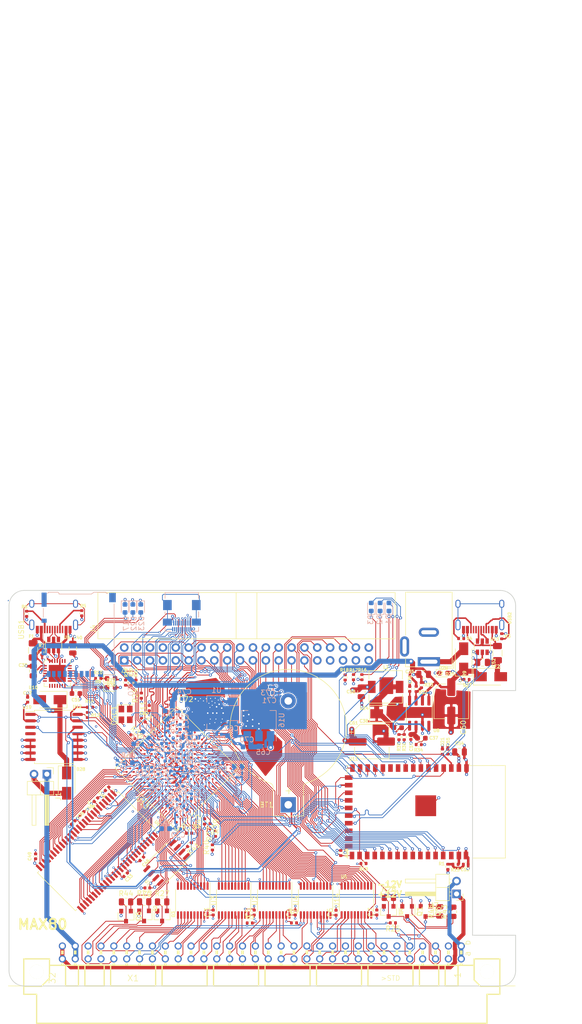
<source format=kicad_pcb>
(kicad_pcb (version 20171130) (host pcbnew 5.1.9-73d0e3b20d~88~ubuntu20.04.1)

  (general
    (thickness 1.6)
    (drawings 17)
    (tracks 5159)
    (zones 0)
    (modules 169)
    (nets 255)
  )

  (page A4)
  (title_block
    (title MAX80)
    (date 2021-01-31)
    (rev 0.01)
    (company "No name")
  )

  (layers
    (0 F.Cu signal)
    (1 In1.Cu power)
    (2 In2.Cu signal)
    (31 B.Cu signal)
    (32 B.Adhes user)
    (33 F.Adhes user)
    (34 B.Paste user)
    (35 F.Paste user)
    (36 B.SilkS user)
    (37 F.SilkS user)
    (38 B.Mask user)
    (39 F.Mask user)
    (40 Dwgs.User user)
    (41 Cmts.User user)
    (42 Eco1.User user)
    (43 Eco2.User user)
    (44 Edge.Cuts user)
    (45 Margin user)
    (46 B.CrtYd user)
    (47 F.CrtYd user)
    (48 B.Fab user hide)
    (49 F.Fab user hide)
  )

  (setup
    (last_trace_width 0.15)
    (user_trace_width 0.15)
    (user_trace_width 0.3)
    (user_trace_width 0.5)
    (trace_clearance 0.15)
    (zone_clearance 0.15)
    (zone_45_only no)
    (trace_min 0.15)
    (via_size 0.6)
    (via_drill 0.3)
    (via_min_size 0.45)
    (via_min_drill 0.2)
    (user_via 0.45 0.2)
    (uvia_size 0.3)
    (uvia_drill 0.1)
    (uvias_allowed yes)
    (uvia_min_size 0.2)
    (uvia_min_drill 0.1)
    (edge_width 0.15)
    (segment_width 0.3)
    (pcb_text_width 0.3)
    (pcb_text_size 1.5 1.5)
    (mod_edge_width 0.15)
    (mod_text_size 1 1)
    (mod_text_width 0.15)
    (pad_size 0.46 0.4)
    (pad_drill 0)
    (pad_to_mask_clearance 0)
    (aux_axis_origin 0 0)
    (visible_elements FFFFFF7F)
    (pcbplotparams
      (layerselection 0x010fc_ffffffff)
      (usegerberextensions false)
      (usegerberattributes true)
      (usegerberadvancedattributes true)
      (creategerberjobfile true)
      (excludeedgelayer true)
      (linewidth 0.100000)
      (plotframeref false)
      (viasonmask false)
      (mode 1)
      (useauxorigin false)
      (hpglpennumber 1)
      (hpglpenspeed 20)
      (hpglpendiameter 15.000000)
      (psnegative false)
      (psa4output false)
      (plotreference true)
      (plotvalue true)
      (plotinvisibletext false)
      (padsonsilk false)
      (subtractmaskfromsilk false)
      (outputformat 1)
      (mirror false)
      (drillshape 0)
      (scaleselection 1)
      (outputdirectory "abc80_gerber"))
  )

  (net 0 "")
  (net 1 GND)
  (net 2 +5V)
  (net 3 "Net-(R5-Pad2)")
  (net 4 "Net-(R6-Pad2)")
  (net 5 "Net-(R7-Pad1)")
  (net 6 "Net-(U10-Pad5)")
  (net 7 "Net-(U10-Pad4)")
  (net 8 "Net-(U9-Pad4)")
  (net 9 "Net-(U9-Pad6)")
  (net 10 "Net-(USB1-Pad13)")
  (net 11 "Net-(BT1-Pad1)")
  (net 12 /A4)
  (net 13 /A3)
  (net 14 /A2)
  (net 15 /A1)
  (net 16 /A0)
  (net 17 /IO0)
  (net 18 /IO3)
  (net 19 /IO4)
  (net 20 /IO5)
  (net 21 /IO6)
  (net 22 /IO7)
  (net 23 /A11)
  (net 24 /IO9)
  (net 25 /A8)
  (net 26 /A7)
  (net 27 /A6)
  (net 28 /A5)
  (net 29 /A9)
  (net 30 /A10)
  (net 31 /A12)
  (net 32 /IO8)
  (net 33 /IO10)
  (net 34 /IO11)
  (net 35 /IO12)
  (net 36 /IO13)
  (net 37 /IO14)
  (net 38 /IO15)
  (net 39 /abc80bus/D7)
  (net 40 /abc80bus/D6)
  (net 41 /abc80bus/D5)
  (net 42 /abc80bus/D4)
  (net 43 /abc80bus/D3)
  (net 44 /abc80bus/D2)
  (net 45 /abc80bus/D1)
  (net 46 /abc80bus/D0)
  (net 47 /abc80bus/A8)
  (net 48 /abc80bus/A9)
  (net 49 /abc80bus/A10)
  (net 50 /abc80bus/A11)
  (net 51 /abc80bus/A12)
  (net 52 /abc80bus/A13)
  (net 53 /abc80bus/A14)
  (net 54 /abc80bus/A15)
  (net 55 /abc80bus/A7)
  (net 56 /abc80bus/A6)
  (net 57 /abc80bus/A5)
  (net 58 /abc80bus/A4)
  (net 59 /abc80bus/A3)
  (net 60 /abc80bus/A2)
  (net 61 /abc80bus/A1)
  (net 62 /abc80bus/A0)
  (net 63 /IO1)
  (net 64 /IO2)
  (net 65 /32KHZ)
  (net 66 /RTC_INT)
  (net 67 /abc80bus/ABC5V)
  (net 68 /SD_DAT1)
  (net 69 /SD_DAT3)
  (net 70 /SD_CMD)
  (net 71 /SD_CLK)
  (net 72 /SD_DAT0)
  (net 73 FPGA_TDI)
  (net 74 FPGA_TMS)
  (net 75 FPGA_TDO)
  (net 76 FPGA_TCK)
  (net 77 ABC_CLK_5)
  (net 78 /FPGA_SCL)
  (net 79 /FPGA_SDA)
  (net 80 FPGA_SPI_CLK)
  (net 81 FGPA_SPI_CS_ESP32)
  (net 82 INT_ESP32)
  (net 83 "Net-(C53-Pad1)")
  (net 84 "Net-(F2-Pad2)")
  (net 85 ESP32_TDO)
  (net 86 ESP32_TCK)
  (net 87 ESP32_TMS)
  (net 88 ESP32_IO0)
  (net 89 ESP32_RXD)
  (net 90 ESP32_TXD)
  (net 91 ESP32_EN)
  (net 92 "Net-(R3-Pad2)")
  (net 93 "Net-(R4-Pad2)")
  (net 94 /ESP32/USB_D-)
  (net 95 /ESP32/USB_D+)
  (net 96 ESP32_TDI)
  (net 97 "Net-(U15-Pad6)")
  (net 98 "Net-(U15-Pad4)")
  (net 99 "Net-(USB2-Pad13)")
  (net 100 "Net-(D1-Pad2)")
  (net 101 "Net-(D1-Pad1)")
  (net 102 "Net-(D2-Pad2)")
  (net 103 "Net-(D2-Pad1)")
  (net 104 "Net-(D3-Pad2)")
  (net 105 "Net-(D3-Pad1)")
  (net 106 ESP32_SCL)
  (net 107 ESP32_SDA)
  (net 108 ESP32_CS2)
  (net 109 ESP32_CS0)
  (net 110 ESP32_MISO)
  (net 111 ESP32_SCK)
  (net 112 ESP32_MOSI)
  (net 113 ESP32_CS1)
  (net 114 /FPGA_USB_TXD)
  (net 115 /FPGA_USB_RXD)
  (net 116 /abc80bus/~CS)
  (net 117 /abc80bus/~C4)
  (net 118 /abc80bus/~C3)
  (net 119 /abc80bus/~C2)
  (net 120 /abc80bus/~C1)
  (net 121 /abc80bus/~OUT)
  (net 122 /abc80bus/~RST)
  (net 123 /abc80bus/~XMEMFL)
  (net 124 /abc80bus/~INP)
  (net 125 /abc80bus/~STATUS)
  (net 126 /abc80bus/~XINPSTB)
  (net 127 /abc80bus/~XOUTSTB)
  (net 128 AD0)
  (net 129 AD1)
  (net 130 AD2)
  (net 131 AD3)
  (net 132 AD4)
  (net 133 AD5)
  (net 134 AD6)
  (net 135 AD7)
  (net 136 /abc80bus/~RESIN)
  (net 137 /FPGA_LED1)
  (net 138 /FPGA_LED2)
  (net 139 /FPGA_LED3)
  (net 140 "Net-(D17-Pad2)")
  (net 141 "Net-(D22-Pad2)")
  (net 142 "Net-(D23-Pad2)")
  (net 143 FPGA_GPIO3)
  (net 144 FPGA_GPIO2)
  (net 145 FPGA_GPIO1)
  (net 146 FPGA_GPIO0)
  (net 147 FPGA_GPIO5)
  (net 148 FPGA_GPIO4)
  (net 149 "Net-(C36-Pad1)")
  (net 150 "Net-(C37-Pad2)")
  (net 151 "Net-(C37-Pad1)")
  (net 152 "Net-(C38-Pad2)")
  (net 153 "Net-(R32-Pad2)")
  (net 154 "Net-(R35-Pad2)")
  (net 155 "Net-(C38-Pad1)")
  (net 156 /abc80bus/READY)
  (net 157 /abc80bus/~NMI)
  (net 158 ~FPGA_READY)
  (net 159 FPGA_NMI)
  (net 160 "Net-(D26-Pad2)")
  (net 161 FPGA_RESIN)
  (net 162 /DQMH)
  (net 163 /CLK)
  (net 164 /CKE)
  (net 165 /BA1)
  (net 166 /BA0)
  (net 167 /DQML)
  (net 168 "Net-(D28-Pad2)")
  (net 169 "Net-(D25-Pad2)")
  (net 170 "Net-(F1-Pad2)")
  (net 171 /FPGA_USB_RTS)
  (net 172 /FPGA_USB_CTS)
  (net 173 "Net-(C39-Pad1)")
  (net 174 "Net-(C52-Pad1)")
  (net 175 /WE#)
  (net 176 /CAS#)
  (net 177 /RAS#)
  (net 178 /CS#)
  (net 179 "Net-(D29-Pad1)")
  (net 180 "Net-(D30-Pad1)")
  (net 181 +3V3)
  (net 182 +2V5)
  (net 183 +1V2)
  (net 184 "Net-(R13-Pad1)")
  (net 185 "Net-(R37-Pad2)")
  (net 186 "Net-(R38-Pad2)")
  (net 187 "Net-(R41-Pad2)")
  (net 188 DATA0)
  (net 189 ~CS_ABC_3V3)
  (net 190 ~OUT_ABC_3V3)
  (net 191 AD8)
  (net 192 ~C1_ABC_3V3)
  (net 193 AD9)
  (net 194 ~C2_ABC_3V3)
  (net 195 AD10)
  (net 196 ~C3_ABC_3V3)
  (net 197 ~C4_ABC_3V3)
  (net 198 AD11)
  (net 199 AD12)
  (net 200 AD13)
  (net 201 AD14)
  (net 202 AD15)
  (net 203 DLCK)
  (net 204 ASD0)
  (net 205 nCE0)
  (net 206 ~INP_ABC_3V3)
  (net 207 ~STATUS_ABC_3V3)
  (net 208 DD0)
  (net 209 DD1)
  (net 210 DD2)
  (net 211 DD3)
  (net 212 DD4)
  (net 213 DD5)
  (net 214 DD6)
  (net 215 DD7)
  (net 216 DD8)
  (net 217 ~XOUTSTB_ABC_3V3)
  (net 218 ~RST_ABC_3V3)
  (net 219 ~XMEMFL_ABC_3V3)
  (net 220 ~XINPSTB_ABC_3V3)
  (net 221 ABC_CLK_3V3)
  (net 222 DD9)
  (net 223 FPGA_SPI_MOSI)
  (net 224 FPGA_SPI_MISO)
  (net 225 /SD_DAT2)
  (net 226 CLK0n)
  (net 227 "Net-(J5-PadSH)")
  (net 228 HDMI_CK-)
  (net 229 HDMI_D0+)
  (net 230 HDMI_D1-)
  (net 231 HDMI_D2+)
  (net 232 HDMI_CK+)
  (net 233 HDMI_D0-)
  (net 234 HDMI_D1+)
  (net 235 HDMI_D2-)
  (net 236 HDMI_SDA)
  (net 237 HDMI_HPD)
  (net 238 HDMI_SCL)
  (net 239 FPGA_JTAGEN)
  (net 240 FLASH_CS#)
  (net 241 /abc80bus/~INT)
  (net 242 /abc80bus/~XMEMW800)
  (net 243 /abc80bus/~XMEMW80)
  (net 244 INT_ABC_3V3)
  (net 245 INT800_ABC_3V3)
  (net 246 ~XMEMW80_ABC_3V3)
  (net 247 ~XMEMW800_ABC_3V3)
  (net 248 /abc80bus/~XM)
  (net 249 XM_ABC_3V3)
  (net 250 "Net-(R25-Pad2)")
  (net 251 AD16)
  (net 252 DD10)
  (net 253 /abc80bus/ABC_-12V)
  (net 254 /abc80bus/ABC_12V)

  (net_class Default "This is the default net class."
    (clearance 0.15)
    (trace_width 0.15)
    (via_dia 0.6)
    (via_drill 0.3)
    (uvia_dia 0.3)
    (uvia_drill 0.1)
    (add_net +1V2)
    (add_net +2V5)
    (add_net +3V3)
    (add_net +5V)
    (add_net /32KHZ)
    (add_net /A0)
    (add_net /A1)
    (add_net /A10)
    (add_net /A11)
    (add_net /A12)
    (add_net /A2)
    (add_net /A3)
    (add_net /A4)
    (add_net /A5)
    (add_net /A6)
    (add_net /A7)
    (add_net /A8)
    (add_net /A9)
    (add_net /BA0)
    (add_net /BA1)
    (add_net /CAS#)
    (add_net /CKE)
    (add_net /CLK)
    (add_net /CS#)
    (add_net /DQMH)
    (add_net /DQML)
    (add_net /ESP32/USB_D+)
    (add_net /ESP32/USB_D-)
    (add_net /FPGA_LED1)
    (add_net /FPGA_LED2)
    (add_net /FPGA_LED3)
    (add_net /FPGA_SCL)
    (add_net /FPGA_SDA)
    (add_net /FPGA_USB_CTS)
    (add_net /FPGA_USB_DTR)
    (add_net /FPGA_USB_RTS)
    (add_net /FPGA_USB_RXD)
    (add_net /FPGA_USB_TXD)
    (add_net /IO0)
    (add_net /IO1)
    (add_net /IO10)
    (add_net /IO11)
    (add_net /IO12)
    (add_net /IO13)
    (add_net /IO14)
    (add_net /IO15)
    (add_net /IO2)
    (add_net /IO3)
    (add_net /IO4)
    (add_net /IO5)
    (add_net /IO6)
    (add_net /IO7)
    (add_net /IO8)
    (add_net /IO9)
    (add_net /RAS#)
    (add_net /RTC_INT)
    (add_net /SD_CLK)
    (add_net /SD_CMD)
    (add_net /SD_DAT0)
    (add_net /SD_DAT1)
    (add_net /SD_DAT2)
    (add_net /SD_DAT3)
    (add_net /WE#)
    (add_net /abc80bus/A0)
    (add_net /abc80bus/A1)
    (add_net /abc80bus/A10)
    (add_net /abc80bus/A11)
    (add_net /abc80bus/A12)
    (add_net /abc80bus/A13)
    (add_net /abc80bus/A14)
    (add_net /abc80bus/A15)
    (add_net /abc80bus/A2)
    (add_net /abc80bus/A3)
    (add_net /abc80bus/A4)
    (add_net /abc80bus/A5)
    (add_net /abc80bus/A6)
    (add_net /abc80bus/A7)
    (add_net /abc80bus/A8)
    (add_net /abc80bus/A9)
    (add_net /abc80bus/ABC5V)
    (add_net /abc80bus/ABC_-12V)
    (add_net /abc80bus/ABC_12V)
    (add_net /abc80bus/D0)
    (add_net /abc80bus/D1)
    (add_net /abc80bus/D2)
    (add_net /abc80bus/D3)
    (add_net /abc80bus/D4)
    (add_net /abc80bus/D5)
    (add_net /abc80bus/D6)
    (add_net /abc80bus/D7)
    (add_net /abc80bus/READY)
    (add_net /abc80bus/~C1)
    (add_net /abc80bus/~C2)
    (add_net /abc80bus/~C3)
    (add_net /abc80bus/~C4)
    (add_net /abc80bus/~CS)
    (add_net /abc80bus/~INP)
    (add_net /abc80bus/~INT)
    (add_net /abc80bus/~NMI)
    (add_net /abc80bus/~OUT)
    (add_net /abc80bus/~RESIN)
    (add_net /abc80bus/~RST)
    (add_net /abc80bus/~STATUS)
    (add_net /abc80bus/~XINPSTB)
    (add_net /abc80bus/~XM)
    (add_net /abc80bus/~XMEMFL)
    (add_net /abc80bus/~XMEMW80)
    (add_net /abc80bus/~XMEMW800)
    (add_net /abc80bus/~XOUTSTB)
    (add_net ABC_CLK_3V3)
    (add_net ABC_CLK_5)
    (add_net AD0)
    (add_net AD1)
    (add_net AD10)
    (add_net AD11)
    (add_net AD12)
    (add_net AD13)
    (add_net AD14)
    (add_net AD15)
    (add_net AD16)
    (add_net AD2)
    (add_net AD3)
    (add_net AD4)
    (add_net AD5)
    (add_net AD6)
    (add_net AD7)
    (add_net AD8)
    (add_net AD9)
    (add_net ASD0)
    (add_net CLK0n)
    (add_net DATA0)
    (add_net DD0)
    (add_net DD1)
    (add_net DD10)
    (add_net DD2)
    (add_net DD3)
    (add_net DD4)
    (add_net DD5)
    (add_net DD6)
    (add_net DD7)
    (add_net DD8)
    (add_net DD9)
    (add_net DLCK)
    (add_net ESP32_CS0)
    (add_net ESP32_CS1)
    (add_net ESP32_CS2)
    (add_net ESP32_EN)
    (add_net ESP32_IO0)
    (add_net ESP32_MISO)
    (add_net ESP32_MOSI)
    (add_net ESP32_RXD)
    (add_net ESP32_SCK)
    (add_net ESP32_SCL)
    (add_net ESP32_SDA)
    (add_net ESP32_TCK)
    (add_net ESP32_TDI)
    (add_net ESP32_TDO)
    (add_net ESP32_TMS)
    (add_net ESP32_TXD)
    (add_net FGPA_SPI_CS_ESP32)
    (add_net FLASH_CS#)
    (add_net FPGA_GPIO0)
    (add_net FPGA_GPIO1)
    (add_net FPGA_GPIO2)
    (add_net FPGA_GPIO3)
    (add_net FPGA_GPIO4)
    (add_net FPGA_GPIO5)
    (add_net FPGA_JTAGEN)
    (add_net FPGA_NMI)
    (add_net FPGA_RESIN)
    (add_net FPGA_SPI_CLK)
    (add_net FPGA_SPI_MISO)
    (add_net FPGA_SPI_MOSI)
    (add_net FPGA_TCK)
    (add_net FPGA_TDI)
    (add_net FPGA_TDO)
    (add_net FPGA_TMS)
    (add_net GND)
    (add_net HDMI_CK+)
    (add_net HDMI_CK-)
    (add_net HDMI_D0+)
    (add_net HDMI_D0-)
    (add_net HDMI_D1+)
    (add_net HDMI_D1-)
    (add_net HDMI_D2+)
    (add_net HDMI_D2-)
    (add_net HDMI_HPD)
    (add_net HDMI_SCL)
    (add_net HDMI_SDA)
    (add_net INT800_ABC_3V3)
    (add_net INT_ABC_3V3)
    (add_net INT_ESP32)
    (add_net "Net-(BT1-Pad1)")
    (add_net "Net-(C36-Pad1)")
    (add_net "Net-(C37-Pad1)")
    (add_net "Net-(C37-Pad2)")
    (add_net "Net-(C38-Pad1)")
    (add_net "Net-(C38-Pad2)")
    (add_net "Net-(C39-Pad1)")
    (add_net "Net-(C52-Pad1)")
    (add_net "Net-(C53-Pad1)")
    (add_net "Net-(D1-Pad1)")
    (add_net "Net-(D1-Pad2)")
    (add_net "Net-(D17-Pad2)")
    (add_net "Net-(D2-Pad1)")
    (add_net "Net-(D2-Pad2)")
    (add_net "Net-(D22-Pad2)")
    (add_net "Net-(D23-Pad2)")
    (add_net "Net-(D25-Pad2)")
    (add_net "Net-(D26-Pad2)")
    (add_net "Net-(D28-Pad2)")
    (add_net "Net-(D29-Pad1)")
    (add_net "Net-(D3-Pad1)")
    (add_net "Net-(D3-Pad2)")
    (add_net "Net-(D30-Pad1)")
    (add_net "Net-(F1-Pad2)")
    (add_net "Net-(F2-Pad2)")
    (add_net "Net-(J4-Pad40)")
    (add_net "Net-(J4-Pad6)")
    (add_net "Net-(J4-Pad8)")
    (add_net "Net-(J5-Pad10)")
    (add_net "Net-(J5-Pad14)")
    (add_net "Net-(J5-Pad17)")
    (add_net "Net-(J5-PadSH)")
    (add_net "Net-(R13-Pad1)")
    (add_net "Net-(R25-Pad2)")
    (add_net "Net-(R3-Pad2)")
    (add_net "Net-(R32-Pad2)")
    (add_net "Net-(R35-Pad2)")
    (add_net "Net-(R37-Pad2)")
    (add_net "Net-(R38-Pad2)")
    (add_net "Net-(R4-Pad2)")
    (add_net "Net-(R41-Pad2)")
    (add_net "Net-(R5-Pad2)")
    (add_net "Net-(R6-Pad2)")
    (add_net "Net-(R7-Pad1)")
    (add_net "Net-(U10-Pad1)")
    (add_net "Net-(U10-Pad10)")
    (add_net "Net-(U10-Pad11)")
    (add_net "Net-(U10-Pad12)")
    (add_net "Net-(U10-Pad13)")
    (add_net "Net-(U10-Pad14)")
    (add_net "Net-(U10-Pad15)")
    (add_net "Net-(U10-Pad16)")
    (add_net "Net-(U10-Pad17)")
    (add_net "Net-(U10-Pad18)")
    (add_net "Net-(U10-Pad19)")
    (add_net "Net-(U10-Pad2)")
    (add_net "Net-(U10-Pad20)")
    (add_net "Net-(U10-Pad21)")
    (add_net "Net-(U10-Pad22)")
    (add_net "Net-(U10-Pad27)")
    (add_net "Net-(U10-Pad4)")
    (add_net "Net-(U10-Pad5)")
    (add_net "Net-(U11-Pad10)")
    (add_net "Net-(U11-Pad11)")
    (add_net "Net-(U11-Pad25)")
    (add_net "Net-(U11-Pad40)")
    (add_net "Net-(U12-Pad4)")
    (add_net "Net-(U13-PadC3)")
    (add_net "Net-(U13-PadE8)")
    (add_net "Net-(U13-PadJ12)")
    (add_net "Net-(U13-PadJ13)")
    (add_net "Net-(U13-PadK10)")
    (add_net "Net-(U13-PadK12)")
    (add_net "Net-(U13-PadK9)")
    (add_net "Net-(U13-PadL10)")
    (add_net "Net-(U13-PadL11)")
    (add_net "Net-(U13-PadL14)")
    (add_net "Net-(U13-PadL9)")
    (add_net "Net-(U13-PadM10)")
    (add_net "Net-(U13-PadM11)")
    (add_net "Net-(U13-PadM9)")
    (add_net "Net-(U13-PadN11)")
    (add_net "Net-(U13-PadN12)")
    (add_net "Net-(U13-PadN14)")
    (add_net "Net-(U13-PadN9)")
    (add_net "Net-(U13-PadP11)")
    (add_net "Net-(U13-PadP14)")
    (add_net "Net-(U13-PadP15)")
    (add_net "Net-(U13-PadP9)")
    (add_net "Net-(U13-PadR10)")
    (add_net "Net-(U13-PadR11)")
    (add_net "Net-(U13-PadR12)")
    (add_net "Net-(U13-PadR13)")
    (add_net "Net-(U13-PadR14)")
    (add_net "Net-(U13-PadR9)")
    (add_net "Net-(U13-PadT10)")
    (add_net "Net-(U13-PadT12)")
    (add_net "Net-(U13-PadT13)")
    (add_net "Net-(U13-PadT14)")
    (add_net "Net-(U14-Pad15)")
    (add_net "Net-(U14-Pad5)")
    (add_net "Net-(U15-Pad4)")
    (add_net "Net-(U15-Pad6)")
    (add_net "Net-(U6-Pad40)")
    (add_net "Net-(U9-Pad4)")
    (add_net "Net-(U9-Pad6)")
    (add_net "Net-(USB1-Pad13)")
    (add_net "Net-(USB1-Pad3)")
    (add_net "Net-(USB1-Pad5)")
    (add_net "Net-(USB1-Pad8)")
    (add_net "Net-(USB1-Pad9)")
    (add_net "Net-(USB2-Pad13)")
    (add_net "Net-(USB2-Pad3)")
    (add_net "Net-(USB2-Pad5)")
    (add_net "Net-(USB2-Pad8)")
    (add_net "Net-(USB2-Pad9)")
    (add_net "Net-(X1-PadA14)")
    (add_net "Net-(X1-PadA25)")
    (add_net "Net-(X1-PadA29)")
    (add_net "Net-(X1-PadB10)")
    (add_net "Net-(X1-PadB11)")
    (add_net "Net-(X1-PadB12)")
    (add_net "Net-(X1-PadB30)")
    (add_net "Net-(X1-PadB6)")
    (add_net "Net-(X1-PadB7)")
    (add_net "Net-(X1-PadB8)")
    (add_net "Net-(X1-PadB9)")
    (add_net XM_ABC_3V3)
    (add_net nCE0)
    (add_net ~C1_ABC_3V3)
    (add_net ~C2_ABC_3V3)
    (add_net ~C3_ABC_3V3)
    (add_net ~C4_ABC_3V3)
    (add_net ~CS_ABC_3V3)
    (add_net ~FPGA_READY)
    (add_net ~INP_ABC_3V3)
    (add_net ~OUT_ABC_3V3)
    (add_net ~RST_ABC_3V3)
    (add_net ~STATUS_ABC_3V3)
    (add_net ~XINPSTB_ABC_3V3)
    (add_net ~XMEMFL_ABC_3V3)
    (add_net ~XMEMW800_ABC_3V3)
    (add_net ~XMEMW80_ABC_3V3)
    (add_net ~XOUTSTB_ABC_3V3)
  )

  (module Resistor_SMD:R_0805_2012Metric (layer F.Cu) (tedit 5F68FEEE) (tstamp 60427883)
    (at 137.525 164.3 90)
    (descr "Resistor SMD 0805 (2012 Metric), square (rectangular) end terminal, IPC_7351 nominal, (Body size source: IPC-SM-782 page 72, https://www.pcb-3d.com/wordpress/wp-content/uploads/ipc-sm-782a_amendment_1_and_2.pdf), generated with kicad-footprint-generator")
    (tags resistor)
    (path /6013B380/60B3A85D)
    (attr smd)
    (fp_text reference R45 (at 0 -1.65 90) (layer F.SilkS)
      (effects (font (size 1 1) (thickness 0.15)))
    )
    (fp_text value R_Small (at 0 1.65 90) (layer F.Fab)
      (effects (font (size 1 1) (thickness 0.15)))
    )
    (fp_text user %R (at 0 0 90) (layer F.Fab)
      (effects (font (size 0.5 0.5) (thickness 0.08)))
    )
    (fp_line (start -1 0.625) (end -1 -0.625) (layer F.Fab) (width 0.1))
    (fp_line (start -1 -0.625) (end 1 -0.625) (layer F.Fab) (width 0.1))
    (fp_line (start 1 -0.625) (end 1 0.625) (layer F.Fab) (width 0.1))
    (fp_line (start 1 0.625) (end -1 0.625) (layer F.Fab) (width 0.1))
    (fp_line (start -0.227064 -0.735) (end 0.227064 -0.735) (layer F.SilkS) (width 0.12))
    (fp_line (start -0.227064 0.735) (end 0.227064 0.735) (layer F.SilkS) (width 0.12))
    (fp_line (start -1.68 0.95) (end -1.68 -0.95) (layer F.CrtYd) (width 0.05))
    (fp_line (start -1.68 -0.95) (end 1.68 -0.95) (layer F.CrtYd) (width 0.05))
    (fp_line (start 1.68 -0.95) (end 1.68 0.95) (layer F.CrtYd) (width 0.05))
    (fp_line (start 1.68 0.95) (end -1.68 0.95) (layer F.CrtYd) (width 0.05))
    (pad 2 smd roundrect (at 0.9125 0 90) (size 1.025 1.4) (layers F.Cu F.Paste F.Mask) (roundrect_rratio 0.243902)
      (net 245 INT800_ABC_3V3))
    (pad 1 smd roundrect (at -0.9125 0 90) (size 1.025 1.4) (layers F.Cu F.Paste F.Mask) (roundrect_rratio 0.243902)
      (net 243 /abc80bus/~XMEMW80))
    (model ${KISYS3DMOD}/Resistor_SMD.3dshapes/R_0805_2012Metric.wrl
      (at (xyz 0 0 0))
      (scale (xyz 1 1 1))
      (rotate (xyz 0 0 0))
    )
  )

  (module Resistor_SMD:R_0805_2012Metric (layer F.Cu) (tedit 5F68FEEE) (tstamp 60427872)
    (at 75.6 162.425)
    (descr "Resistor SMD 0805 (2012 Metric), square (rectangular) end terminal, IPC_7351 nominal, (Body size source: IPC-SM-782 page 72, https://www.pcb-3d.com/wordpress/wp-content/uploads/ipc-sm-782a_amendment_1_and_2.pdf), generated with kicad-footprint-generator")
    (tags resistor)
    (path /6013B380/60B3CF12)
    (attr smd)
    (fp_text reference R44 (at 0 -1.65) (layer F.SilkS)
      (effects (font (size 1 1) (thickness 0.15)))
    )
    (fp_text value R_Small (at 0 1.65) (layer F.Fab)
      (effects (font (size 1 1) (thickness 0.15)))
    )
    (fp_text user %R (at 0 0) (layer F.Fab)
      (effects (font (size 0.5 0.5) (thickness 0.08)))
    )
    (fp_line (start -1 0.625) (end -1 -0.625) (layer F.Fab) (width 0.1))
    (fp_line (start -1 -0.625) (end 1 -0.625) (layer F.Fab) (width 0.1))
    (fp_line (start 1 -0.625) (end 1 0.625) (layer F.Fab) (width 0.1))
    (fp_line (start 1 0.625) (end -1 0.625) (layer F.Fab) (width 0.1))
    (fp_line (start -0.227064 -0.735) (end 0.227064 -0.735) (layer F.SilkS) (width 0.12))
    (fp_line (start -0.227064 0.735) (end 0.227064 0.735) (layer F.SilkS) (width 0.12))
    (fp_line (start -1.68 0.95) (end -1.68 -0.95) (layer F.CrtYd) (width 0.05))
    (fp_line (start -1.68 -0.95) (end 1.68 -0.95) (layer F.CrtYd) (width 0.05))
    (fp_line (start 1.68 -0.95) (end 1.68 0.95) (layer F.CrtYd) (width 0.05))
    (fp_line (start 1.68 0.95) (end -1.68 0.95) (layer F.CrtYd) (width 0.05))
    (pad 2 smd roundrect (at 0.9125 0) (size 1.025 1.4) (layers F.Cu F.Paste F.Mask) (roundrect_rratio 0.243902)
      (net 249 XM_ABC_3V3))
    (pad 1 smd roundrect (at -0.9125 0) (size 1.025 1.4) (layers F.Cu F.Paste F.Mask) (roundrect_rratio 0.243902)
      (net 248 /abc80bus/~XM))
    (model ${KISYS3DMOD}/Resistor_SMD.3dshapes/R_0805_2012Metric.wrl
      (at (xyz 0 0 0))
      (scale (xyz 1 1 1))
      (rotate (xyz 0 0 0))
    )
  )

  (module Resistor_SMD:R_0805_2012Metric (layer F.Cu) (tedit 5F68FEEE) (tstamp 60427861)
    (at 140.125 164.375 90)
    (descr "Resistor SMD 0805 (2012 Metric), square (rectangular) end terminal, IPC_7351 nominal, (Body size source: IPC-SM-782 page 72, https://www.pcb-3d.com/wordpress/wp-content/uploads/ipc-sm-782a_amendment_1_and_2.pdf), generated with kicad-footprint-generator")
    (tags resistor)
    (path /6013B380/60B38966)
    (attr smd)
    (fp_text reference R43 (at 0 -1.65 90) (layer F.SilkS)
      (effects (font (size 1 1) (thickness 0.15)))
    )
    (fp_text value R_Small (at 0 1.65 90) (layer F.Fab)
      (effects (font (size 1 1) (thickness 0.15)))
    )
    (fp_text user %R (at 0 0 90) (layer F.Fab)
      (effects (font (size 0.5 0.5) (thickness 0.08)))
    )
    (fp_line (start -1 0.625) (end -1 -0.625) (layer F.Fab) (width 0.1))
    (fp_line (start -1 -0.625) (end 1 -0.625) (layer F.Fab) (width 0.1))
    (fp_line (start 1 -0.625) (end 1 0.625) (layer F.Fab) (width 0.1))
    (fp_line (start 1 0.625) (end -1 0.625) (layer F.Fab) (width 0.1))
    (fp_line (start -0.227064 -0.735) (end 0.227064 -0.735) (layer F.SilkS) (width 0.12))
    (fp_line (start -0.227064 0.735) (end 0.227064 0.735) (layer F.SilkS) (width 0.12))
    (fp_line (start -1.68 0.95) (end -1.68 -0.95) (layer F.CrtYd) (width 0.05))
    (fp_line (start -1.68 -0.95) (end 1.68 -0.95) (layer F.CrtYd) (width 0.05))
    (fp_line (start 1.68 -0.95) (end 1.68 0.95) (layer F.CrtYd) (width 0.05))
    (fp_line (start 1.68 0.95) (end -1.68 0.95) (layer F.CrtYd) (width 0.05))
    (pad 2 smd roundrect (at 0.9125 0 90) (size 1.025 1.4) (layers F.Cu F.Paste F.Mask) (roundrect_rratio 0.243902)
      (net 244 INT_ABC_3V3))
    (pad 1 smd roundrect (at -0.9125 0 90) (size 1.025 1.4) (layers F.Cu F.Paste F.Mask) (roundrect_rratio 0.243902)
      (net 241 /abc80bus/~INT))
    (model ${KISYS3DMOD}/Resistor_SMD.3dshapes/R_0805_2012Metric.wrl
      (at (xyz 0 0 0))
      (scale (xyz 1 1 1))
      (rotate (xyz 0 0 0))
    )
  )

  (module Resistor_SMD:R_0805_2012Metric (layer F.Cu) (tedit 5F68FEEE) (tstamp 60427690)
    (at 127.475 161.55)
    (descr "Resistor SMD 0805 (2012 Metric), square (rectangular) end terminal, IPC_7351 nominal, (Body size source: IPC-SM-782 page 72, https://www.pcb-3d.com/wordpress/wp-content/uploads/ipc-sm-782a_amendment_1_and_2.pdf), generated with kicad-footprint-generator")
    (tags resistor)
    (path /6013B380/60B37C47)
    (attr smd)
    (fp_text reference R28 (at 0 -1.65) (layer F.SilkS)
      (effects (font (size 1 1) (thickness 0.15)))
    )
    (fp_text value R_Small (at 0 1.65) (layer F.Fab)
      (effects (font (size 1 1) (thickness 0.15)))
    )
    (fp_text user %R (at 0 0) (layer F.Fab)
      (effects (font (size 0.5 0.5) (thickness 0.08)))
    )
    (fp_line (start -1 0.625) (end -1 -0.625) (layer F.Fab) (width 0.1))
    (fp_line (start -1 -0.625) (end 1 -0.625) (layer F.Fab) (width 0.1))
    (fp_line (start 1 -0.625) (end 1 0.625) (layer F.Fab) (width 0.1))
    (fp_line (start 1 0.625) (end -1 0.625) (layer F.Fab) (width 0.1))
    (fp_line (start -0.227064 -0.735) (end 0.227064 -0.735) (layer F.SilkS) (width 0.12))
    (fp_line (start -0.227064 0.735) (end 0.227064 0.735) (layer F.SilkS) (width 0.12))
    (fp_line (start -1.68 0.95) (end -1.68 -0.95) (layer F.CrtYd) (width 0.05))
    (fp_line (start -1.68 -0.95) (end 1.68 -0.95) (layer F.CrtYd) (width 0.05))
    (fp_line (start 1.68 -0.95) (end 1.68 0.95) (layer F.CrtYd) (width 0.05))
    (fp_line (start 1.68 0.95) (end -1.68 0.95) (layer F.CrtYd) (width 0.05))
    (pad 2 smd roundrect (at 0.9125 0) (size 1.025 1.4) (layers F.Cu F.Paste F.Mask) (roundrect_rratio 0.243902)
      (net 161 FPGA_RESIN))
    (pad 1 smd roundrect (at -0.9125 0) (size 1.025 1.4) (layers F.Cu F.Paste F.Mask) (roundrect_rratio 0.243902)
      (net 136 /abc80bus/~RESIN))
    (model ${KISYS3DMOD}/Resistor_SMD.3dshapes/R_0805_2012Metric.wrl
      (at (xyz 0 0 0))
      (scale (xyz 1 1 1))
      (rotate (xyz 0 0 0))
    )
  )

  (module Resistor_SMD:R_0805_2012Metric (layer F.Cu) (tedit 5F68FEEE) (tstamp 6042767F)
    (at 82.725 162.425)
    (descr "Resistor SMD 0805 (2012 Metric), square (rectangular) end terminal, IPC_7351 nominal, (Body size source: IPC-SM-782 page 72, https://www.pcb-3d.com/wordpress/wp-content/uploads/ipc-sm-782a_amendment_1_and_2.pdf), generated with kicad-footprint-generator")
    (tags resistor)
    (path /6013B380/60B36F20)
    (attr smd)
    (fp_text reference R27 (at 0 -1.65) (layer F.SilkS)
      (effects (font (size 1 1) (thickness 0.15)))
    )
    (fp_text value R_Small (at 0 1.65) (layer F.Fab)
      (effects (font (size 1 1) (thickness 0.15)))
    )
    (fp_text user %R (at 0 0) (layer F.Fab)
      (effects (font (size 0.5 0.5) (thickness 0.08)))
    )
    (fp_line (start -1 0.625) (end -1 -0.625) (layer F.Fab) (width 0.1))
    (fp_line (start -1 -0.625) (end 1 -0.625) (layer F.Fab) (width 0.1))
    (fp_line (start 1 -0.625) (end 1 0.625) (layer F.Fab) (width 0.1))
    (fp_line (start 1 0.625) (end -1 0.625) (layer F.Fab) (width 0.1))
    (fp_line (start -0.227064 -0.735) (end 0.227064 -0.735) (layer F.SilkS) (width 0.12))
    (fp_line (start -0.227064 0.735) (end 0.227064 0.735) (layer F.SilkS) (width 0.12))
    (fp_line (start -1.68 0.95) (end -1.68 -0.95) (layer F.CrtYd) (width 0.05))
    (fp_line (start -1.68 -0.95) (end 1.68 -0.95) (layer F.CrtYd) (width 0.05))
    (fp_line (start 1.68 -0.95) (end 1.68 0.95) (layer F.CrtYd) (width 0.05))
    (fp_line (start 1.68 0.95) (end -1.68 0.95) (layer F.CrtYd) (width 0.05))
    (pad 2 smd roundrect (at 0.9125 0) (size 1.025 1.4) (layers F.Cu F.Paste F.Mask) (roundrect_rratio 0.243902)
      (net 159 FPGA_NMI))
    (pad 1 smd roundrect (at -0.9125 0) (size 1.025 1.4) (layers F.Cu F.Paste F.Mask) (roundrect_rratio 0.243902)
      (net 157 /abc80bus/~NMI))
    (model ${KISYS3DMOD}/Resistor_SMD.3dshapes/R_0805_2012Metric.wrl
      (at (xyz 0 0 0))
      (scale (xyz 1 1 1))
      (rotate (xyz 0 0 0))
    )
  )

  (module Resistor_SMD:R_0805_2012Metric (layer F.Cu) (tedit 5F68FEEE) (tstamp 60428257)
    (at 79.175 162.4)
    (descr "Resistor SMD 0805 (2012 Metric), square (rectangular) end terminal, IPC_7351 nominal, (Body size source: IPC-SM-782 page 72, https://www.pcb-3d.com/wordpress/wp-content/uploads/ipc-sm-782a_amendment_1_and_2.pdf), generated with kicad-footprint-generator")
    (tags resistor)
    (path /6013B380/60B354D0)
    (attr smd)
    (fp_text reference R26 (at 0 -1.65) (layer F.SilkS)
      (effects (font (size 1 1) (thickness 0.15)))
    )
    (fp_text value R_Small (at 0 1.65) (layer F.Fab)
      (effects (font (size 1 1) (thickness 0.15)))
    )
    (fp_text user %R (at 0 0) (layer F.Fab)
      (effects (font (size 0.5 0.5) (thickness 0.08)))
    )
    (fp_line (start -1 0.625) (end -1 -0.625) (layer F.Fab) (width 0.1))
    (fp_line (start -1 -0.625) (end 1 -0.625) (layer F.Fab) (width 0.1))
    (fp_line (start 1 -0.625) (end 1 0.625) (layer F.Fab) (width 0.1))
    (fp_line (start 1 0.625) (end -1 0.625) (layer F.Fab) (width 0.1))
    (fp_line (start -0.227064 -0.735) (end 0.227064 -0.735) (layer F.SilkS) (width 0.12))
    (fp_line (start -0.227064 0.735) (end 0.227064 0.735) (layer F.SilkS) (width 0.12))
    (fp_line (start -1.68 0.95) (end -1.68 -0.95) (layer F.CrtYd) (width 0.05))
    (fp_line (start -1.68 -0.95) (end 1.68 -0.95) (layer F.CrtYd) (width 0.05))
    (fp_line (start 1.68 -0.95) (end 1.68 0.95) (layer F.CrtYd) (width 0.05))
    (fp_line (start 1.68 0.95) (end -1.68 0.95) (layer F.CrtYd) (width 0.05))
    (pad 2 smd roundrect (at 0.9125 0) (size 1.025 1.4) (layers F.Cu F.Paste F.Mask) (roundrect_rratio 0.243902)
      (net 158 ~FPGA_READY))
    (pad 1 smd roundrect (at -0.9125 0) (size 1.025 1.4) (layers F.Cu F.Paste F.Mask) (roundrect_rratio 0.243902)
      (net 156 /abc80bus/READY))
    (model ${KISYS3DMOD}/Resistor_SMD.3dshapes/R_0805_2012Metric.wrl
      (at (xyz 0 0 0))
      (scale (xyz 1 1 1))
      (rotate (xyz 0 0 0))
    )
  )

  (module Connector_PinHeader_2.54mm:PinHeader_1x02_P2.54mm_Horizontal (layer F.Cu) (tedit 59FED5CB) (tstamp 604192A4)
    (at 140.84 160.85 180)
    (descr "Through hole angled pin header, 1x02, 2.54mm pitch, 6mm pin length, single row")
    (tags "Through hole angled pin header THT 1x02 2.54mm single row")
    (path /6013B380/609B79F6)
    (fp_text reference J7 (at 4.385 -2.27) (layer F.SilkS)
      (effects (font (size 1 1) (thickness 0.15)))
    )
    (fp_text value Conn_01x02_Male (at 4.385 4.81) (layer F.Fab)
      (effects (font (size 1 1) (thickness 0.15)))
    )
    (fp_line (start 10.55 -1.8) (end -1.8 -1.8) (layer F.CrtYd) (width 0.05))
    (fp_line (start 10.55 4.35) (end 10.55 -1.8) (layer F.CrtYd) (width 0.05))
    (fp_line (start -1.8 4.35) (end 10.55 4.35) (layer F.CrtYd) (width 0.05))
    (fp_line (start -1.8 -1.8) (end -1.8 4.35) (layer F.CrtYd) (width 0.05))
    (fp_line (start -1.27 -1.27) (end 0 -1.27) (layer F.SilkS) (width 0.12))
    (fp_line (start -1.27 0) (end -1.27 -1.27) (layer F.SilkS) (width 0.12))
    (fp_line (start 1.042929 2.92) (end 1.44 2.92) (layer F.SilkS) (width 0.12))
    (fp_line (start 1.042929 2.16) (end 1.44 2.16) (layer F.SilkS) (width 0.12))
    (fp_line (start 10.1 2.92) (end 4.1 2.92) (layer F.SilkS) (width 0.12))
    (fp_line (start 10.1 2.16) (end 10.1 2.92) (layer F.SilkS) (width 0.12))
    (fp_line (start 4.1 2.16) (end 10.1 2.16) (layer F.SilkS) (width 0.12))
    (fp_line (start 1.44 1.27) (end 4.1 1.27) (layer F.SilkS) (width 0.12))
    (fp_line (start 1.11 0.38) (end 1.44 0.38) (layer F.SilkS) (width 0.12))
    (fp_line (start 1.11 -0.38) (end 1.44 -0.38) (layer F.SilkS) (width 0.12))
    (fp_line (start 4.1 0.28) (end 10.1 0.28) (layer F.SilkS) (width 0.12))
    (fp_line (start 4.1 0.16) (end 10.1 0.16) (layer F.SilkS) (width 0.12))
    (fp_line (start 4.1 0.04) (end 10.1 0.04) (layer F.SilkS) (width 0.12))
    (fp_line (start 4.1 -0.08) (end 10.1 -0.08) (layer F.SilkS) (width 0.12))
    (fp_line (start 4.1 -0.2) (end 10.1 -0.2) (layer F.SilkS) (width 0.12))
    (fp_line (start 4.1 -0.32) (end 10.1 -0.32) (layer F.SilkS) (width 0.12))
    (fp_line (start 10.1 0.38) (end 4.1 0.38) (layer F.SilkS) (width 0.12))
    (fp_line (start 10.1 -0.38) (end 10.1 0.38) (layer F.SilkS) (width 0.12))
    (fp_line (start 4.1 -0.38) (end 10.1 -0.38) (layer F.SilkS) (width 0.12))
    (fp_line (start 4.1 -1.33) (end 1.44 -1.33) (layer F.SilkS) (width 0.12))
    (fp_line (start 4.1 3.87) (end 4.1 -1.33) (layer F.SilkS) (width 0.12))
    (fp_line (start 1.44 3.87) (end 4.1 3.87) (layer F.SilkS) (width 0.12))
    (fp_line (start 1.44 -1.33) (end 1.44 3.87) (layer F.SilkS) (width 0.12))
    (fp_line (start 4.04 2.86) (end 10.04 2.86) (layer F.Fab) (width 0.1))
    (fp_line (start 10.04 2.22) (end 10.04 2.86) (layer F.Fab) (width 0.1))
    (fp_line (start 4.04 2.22) (end 10.04 2.22) (layer F.Fab) (width 0.1))
    (fp_line (start -0.32 2.86) (end 1.5 2.86) (layer F.Fab) (width 0.1))
    (fp_line (start -0.32 2.22) (end -0.32 2.86) (layer F.Fab) (width 0.1))
    (fp_line (start -0.32 2.22) (end 1.5 2.22) (layer F.Fab) (width 0.1))
    (fp_line (start 4.04 0.32) (end 10.04 0.32) (layer F.Fab) (width 0.1))
    (fp_line (start 10.04 -0.32) (end 10.04 0.32) (layer F.Fab) (width 0.1))
    (fp_line (start 4.04 -0.32) (end 10.04 -0.32) (layer F.Fab) (width 0.1))
    (fp_line (start -0.32 0.32) (end 1.5 0.32) (layer F.Fab) (width 0.1))
    (fp_line (start -0.32 -0.32) (end -0.32 0.32) (layer F.Fab) (width 0.1))
    (fp_line (start -0.32 -0.32) (end 1.5 -0.32) (layer F.Fab) (width 0.1))
    (fp_line (start 1.5 -0.635) (end 2.135 -1.27) (layer F.Fab) (width 0.1))
    (fp_line (start 1.5 3.81) (end 1.5 -0.635) (layer F.Fab) (width 0.1))
    (fp_line (start 4.04 3.81) (end 1.5 3.81) (layer F.Fab) (width 0.1))
    (fp_line (start 4.04 -1.27) (end 4.04 3.81) (layer F.Fab) (width 0.1))
    (fp_line (start 2.135 -1.27) (end 4.04 -1.27) (layer F.Fab) (width 0.1))
    (fp_text user %R (at 2.77 1.27 90) (layer F.Fab)
      (effects (font (size 1 1) (thickness 0.15)))
    )
    (pad 2 thru_hole oval (at 0 2.54 180) (size 1.7 1.7) (drill 1) (layers *.Cu *.Mask)
      (net 253 /abc80bus/ABC_-12V))
    (pad 1 thru_hole rect (at 0 0 180) (size 1.7 1.7) (drill 1) (layers *.Cu *.Mask)
      (net 254 /abc80bus/ABC_12V))
    (model ${KISYS3DMOD}/Connector_PinHeader_2.54mm.3dshapes/PinHeader_1x02_P2.54mm_Horizontal.wrl
      (at (xyz 0 0 0))
      (scale (xyz 1 1 1))
      (rotate (xyz 0 0 0))
    )
  )

  (module Capacitor_SMD:C_0603_1608Metric (layer B.Cu) (tedit 5F68FEEE) (tstamp 60801197)
    (at 79.42 129.51 135)
    (descr "Capacitor SMD 0603 (1608 Metric), square (rectangular) end terminal, IPC_7351 nominal, (Body size source: IPC-SM-782 page 76, https://www.pcb-3d.com/wordpress/wp-content/uploads/ipc-sm-782a_amendment_1_and_2.pdf), generated with kicad-footprint-generator")
    (tags capacitor)
    (path /604B2191/65C73D10)
    (zone_connect 2)
    (attr smd)
    (fp_text reference C62 (at 0 1.43 315) (layer B.SilkS)
      (effects (font (size 1 1) (thickness 0.15)) (justify mirror))
    )
    (fp_text value 47uF (at 0 -1.43 315) (layer B.Fab)
      (effects (font (size 1 1) (thickness 0.15)) (justify mirror))
    )
    (fp_line (start 1.48 -0.73) (end -1.48 -0.73) (layer B.CrtYd) (width 0.05))
    (fp_line (start 1.48 0.73) (end 1.48 -0.73) (layer B.CrtYd) (width 0.05))
    (fp_line (start -1.48 0.73) (end 1.48 0.73) (layer B.CrtYd) (width 0.05))
    (fp_line (start -1.48 -0.73) (end -1.48 0.73) (layer B.CrtYd) (width 0.05))
    (fp_line (start -0.14058 -0.51) (end 0.14058 -0.51) (layer B.SilkS) (width 0.12))
    (fp_line (start -0.14058 0.51) (end 0.14058 0.51) (layer B.SilkS) (width 0.12))
    (fp_line (start 0.8 -0.4) (end -0.8 -0.4) (layer B.Fab) (width 0.1))
    (fp_line (start 0.8 0.4) (end 0.8 -0.4) (layer B.Fab) (width 0.1))
    (fp_line (start -0.8 0.4) (end 0.8 0.4) (layer B.Fab) (width 0.1))
    (fp_line (start -0.8 -0.4) (end -0.8 0.4) (layer B.Fab) (width 0.1))
    (fp_text user %R (at 0 0 315) (layer B.Fab)
      (effects (font (size 0.4 0.4) (thickness 0.06)) (justify mirror))
    )
    (pad 2 smd roundrect (at 0.775 0 135) (size 0.9 0.95) (layers B.Cu B.Paste B.Mask) (roundrect_rratio 0.25)
      (net 1 GND) (zone_connect 2))
    (pad 1 smd roundrect (at -0.775 0 135) (size 0.9 0.95) (layers B.Cu B.Paste B.Mask) (roundrect_rratio 0.25)
      (net 183 +1V2) (zone_connect 2))
    (model ${KISYS3DMOD}/Capacitor_SMD.3dshapes/C_0603_1608Metric.wrl
      (at (xyz 0 0 0))
      (scale (xyz 1 1 1))
      (rotate (xyz 0 0 0))
    )
  )

  (module Resistor_SMD:R_0402_1005Metric (layer F.Cu) (tedit 5F68FEEE) (tstamp 603D5A54)
    (at 128.28 166.56 180)
    (descr "Resistor SMD 0402 (1005 Metric), square (rectangular) end terminal, IPC_7351 nominal, (Body size source: IPC-SM-782 page 72, https://www.pcb-3d.com/wordpress/wp-content/uploads/ipc-sm-782a_amendment_1_and_2.pdf), generated with kicad-footprint-generator")
    (tags resistor)
    (path /6013B380/6049E6B8)
    (attr smd)
    (fp_text reference R25 (at 0 -1.17) (layer F.SilkS)
      (effects (font (size 1 1) (thickness 0.15)))
    )
    (fp_text value 10k (at 0 1.17) (layer F.Fab)
      (effects (font (size 1 1) (thickness 0.15)))
    )
    (fp_line (start 0.93 0.47) (end -0.93 0.47) (layer F.CrtYd) (width 0.05))
    (fp_line (start 0.93 -0.47) (end 0.93 0.47) (layer F.CrtYd) (width 0.05))
    (fp_line (start -0.93 -0.47) (end 0.93 -0.47) (layer F.CrtYd) (width 0.05))
    (fp_line (start -0.93 0.47) (end -0.93 -0.47) (layer F.CrtYd) (width 0.05))
    (fp_line (start -0.153641 0.38) (end 0.153641 0.38) (layer F.SilkS) (width 0.12))
    (fp_line (start -0.153641 -0.38) (end 0.153641 -0.38) (layer F.SilkS) (width 0.12))
    (fp_line (start 0.525 0.27) (end -0.525 0.27) (layer F.Fab) (width 0.1))
    (fp_line (start 0.525 -0.27) (end 0.525 0.27) (layer F.Fab) (width 0.1))
    (fp_line (start -0.525 -0.27) (end 0.525 -0.27) (layer F.Fab) (width 0.1))
    (fp_line (start -0.525 0.27) (end -0.525 -0.27) (layer F.Fab) (width 0.1))
    (fp_text user %R (at 0 0) (layer F.Fab)
      (effects (font (size 0.26 0.26) (thickness 0.04)))
    )
    (pad 2 smd roundrect (at 0.51 0 180) (size 0.54 0.64) (layers F.Cu F.Paste F.Mask) (roundrect_rratio 0.25)
      (net 250 "Net-(R25-Pad2)"))
    (pad 1 smd roundrect (at -0.51 0 180) (size 0.54 0.64) (layers F.Cu F.Paste F.Mask) (roundrect_rratio 0.25)
      (net 243 /abc80bus/~XMEMW80))
    (model ${KISYS3DMOD}/Resistor_SMD.3dshapes/R_0402_1005Metric.wrl
      (at (xyz 0 0 0))
      (scale (xyz 1 1 1))
      (rotate (xyz 0 0 0))
    )
  )

  (module Package_TO_SOT_SMD:SOT-23 (layer F.Cu) (tedit 5A02FF57) (tstamp 603D5743)
    (at 75.6 165.24 270)
    (descr "SOT-23, Standard")
    (tags SOT-23)
    (path /6013B380/6042861D)
    (attr smd)
    (fp_text reference Q6 (at 0 -2.5 90) (layer F.SilkS)
      (effects (font (size 1 1) (thickness 0.15)))
    )
    (fp_text value AO3400A (at 0 2.5 90) (layer F.Fab)
      (effects (font (size 1 1) (thickness 0.15)))
    )
    (fp_line (start 0.76 1.58) (end -0.7 1.58) (layer F.SilkS) (width 0.12))
    (fp_line (start 0.76 -1.58) (end -1.4 -1.58) (layer F.SilkS) (width 0.12))
    (fp_line (start -1.7 1.75) (end -1.7 -1.75) (layer F.CrtYd) (width 0.05))
    (fp_line (start 1.7 1.75) (end -1.7 1.75) (layer F.CrtYd) (width 0.05))
    (fp_line (start 1.7 -1.75) (end 1.7 1.75) (layer F.CrtYd) (width 0.05))
    (fp_line (start -1.7 -1.75) (end 1.7 -1.75) (layer F.CrtYd) (width 0.05))
    (fp_line (start 0.76 -1.58) (end 0.76 -0.65) (layer F.SilkS) (width 0.12))
    (fp_line (start 0.76 1.58) (end 0.76 0.65) (layer F.SilkS) (width 0.12))
    (fp_line (start -0.7 1.52) (end 0.7 1.52) (layer F.Fab) (width 0.1))
    (fp_line (start 0.7 -1.52) (end 0.7 1.52) (layer F.Fab) (width 0.1))
    (fp_line (start -0.7 -0.95) (end -0.15 -1.52) (layer F.Fab) (width 0.1))
    (fp_line (start -0.15 -1.52) (end 0.7 -1.52) (layer F.Fab) (width 0.1))
    (fp_line (start -0.7 -0.95) (end -0.7 1.5) (layer F.Fab) (width 0.1))
    (fp_text user %R (at 0 0) (layer F.Fab)
      (effects (font (size 0.5 0.5) (thickness 0.075)))
    )
    (pad 3 smd rect (at 1 0 270) (size 0.9 0.8) (layers F.Cu F.Paste F.Mask)
      (net 248 /abc80bus/~XM))
    (pad 2 smd rect (at -1 0.95 270) (size 0.9 0.8) (layers F.Cu F.Paste F.Mask)
      (net 1 GND))
    (pad 1 smd rect (at -1 -0.95 270) (size 0.9 0.8) (layers F.Cu F.Paste F.Mask)
      (net 249 XM_ABC_3V3))
    (model ${KISYS3DMOD}/Package_TO_SOT_SMD.3dshapes/SOT-23.wrl
      (at (xyz 0 0 0))
      (scale (xyz 1 1 1))
      (rotate (xyz 0 0 0))
    )
  )

  (module Package_TO_SOT_SMD:SOT-223-3_TabPin2 (layer B.Cu) (tedit 5A02FF57) (tstamp 608BAB44)
    (at 101.83 126.59 90)
    (descr "module CMS SOT223 4 pins")
    (tags "CMS SOT")
    (path /604B2191/672CF238)
    (zone_connect 2)
    (attr smd)
    (fp_text reference U16 (at 0 4.5 90) (layer B.SilkS)
      (effects (font (size 1 1) (thickness 0.15)) (justify mirror))
    )
    (fp_text value AMS1117-2.5 (at 0 -4.5 90) (layer B.Fab)
      (effects (font (size 1 1) (thickness 0.15)) (justify mirror))
    )
    (fp_line (start 1.91 -3.41) (end 1.91 -2.15) (layer B.SilkS) (width 0.12))
    (fp_line (start 1.91 3.41) (end 1.91 2.15) (layer B.SilkS) (width 0.12))
    (fp_line (start 4.4 3.6) (end -4.4 3.6) (layer B.CrtYd) (width 0.05))
    (fp_line (start 4.4 -3.6) (end 4.4 3.6) (layer B.CrtYd) (width 0.05))
    (fp_line (start -4.4 -3.6) (end 4.4 -3.6) (layer B.CrtYd) (width 0.05))
    (fp_line (start -4.4 3.6) (end -4.4 -3.6) (layer B.CrtYd) (width 0.05))
    (fp_line (start -1.85 2.35) (end -0.85 3.35) (layer B.Fab) (width 0.1))
    (fp_line (start -1.85 2.35) (end -1.85 -3.35) (layer B.Fab) (width 0.1))
    (fp_line (start -1.85 -3.41) (end 1.91 -3.41) (layer B.SilkS) (width 0.12))
    (fp_line (start -0.85 3.35) (end 1.85 3.35) (layer B.Fab) (width 0.1))
    (fp_line (start -4.1 3.41) (end 1.91 3.41) (layer B.SilkS) (width 0.12))
    (fp_line (start -1.85 -3.35) (end 1.85 -3.35) (layer B.Fab) (width 0.1))
    (fp_line (start 1.85 3.35) (end 1.85 -3.35) (layer B.Fab) (width 0.1))
    (fp_text user %R (at 0 0 180) (layer B.Fab)
      (effects (font (size 0.8 0.8) (thickness 0.12)) (justify mirror))
    )
    (pad 1 smd rect (at -3.15 2.3 90) (size 2 1.5) (layers B.Cu B.Paste B.Mask)
      (net 1 GND) (zone_connect 2))
    (pad 3 smd rect (at -3.15 -2.3 90) (size 2 1.5) (layers B.Cu B.Paste B.Mask)
      (net 181 +3V3) (zone_connect 2))
    (pad 2 smd rect (at -3.15 0 90) (size 2 1.5) (layers B.Cu B.Paste B.Mask)
      (net 182 +2V5) (zone_connect 2))
    (pad 2 smd rect (at 3.15 0 90) (size 2 3.8) (layers B.Cu B.Paste B.Mask)
      (net 182 +2V5) (zone_connect 2))
    (model ${KISYS3DMOD}/Package_TO_SOT_SMD.3dshapes/SOT-223.wrl
      (at (xyz 0 0 0))
      (scale (xyz 1 1 1))
      (rotate (xyz 0 0 0))
    )
  )

  (module Package_TO_SOT_SMD:SOT-223-3_TabPin2 (layer B.Cu) (tedit 5A02FF57) (tstamp 608BA4CA)
    (at 93.46 125.19 180)
    (descr "module CMS SOT223 4 pins")
    (tags "CMS SOT")
    (path /604B2191/672CD418)
    (zone_connect 2)
    (attr smd)
    (fp_text reference U1 (at 0 4.5) (layer B.SilkS)
      (effects (font (size 1 1) (thickness 0.15)) (justify mirror))
    )
    (fp_text value AMS1117-1.2 (at 0 -4.5) (layer B.Fab)
      (effects (font (size 1 1) (thickness 0.15)) (justify mirror))
    )
    (fp_line (start 1.91 -3.41) (end 1.91 -2.15) (layer B.SilkS) (width 0.12))
    (fp_line (start 1.91 3.41) (end 1.91 2.15) (layer B.SilkS) (width 0.12))
    (fp_line (start 4.4 3.6) (end -4.4 3.6) (layer B.CrtYd) (width 0.05))
    (fp_line (start 4.4 -3.6) (end 4.4 3.6) (layer B.CrtYd) (width 0.05))
    (fp_line (start -4.4 -3.6) (end 4.4 -3.6) (layer B.CrtYd) (width 0.05))
    (fp_line (start -4.4 3.6) (end -4.4 -3.6) (layer B.CrtYd) (width 0.05))
    (fp_line (start -1.85 2.35) (end -0.85 3.35) (layer B.Fab) (width 0.1))
    (fp_line (start -1.85 2.35) (end -1.85 -3.35) (layer B.Fab) (width 0.1))
    (fp_line (start -1.85 -3.41) (end 1.91 -3.41) (layer B.SilkS) (width 0.12))
    (fp_line (start -0.85 3.35) (end 1.85 3.35) (layer B.Fab) (width 0.1))
    (fp_line (start -4.1 3.41) (end 1.91 3.41) (layer B.SilkS) (width 0.12))
    (fp_line (start -1.85 -3.35) (end 1.85 -3.35) (layer B.Fab) (width 0.1))
    (fp_line (start 1.85 3.35) (end 1.85 -3.35) (layer B.Fab) (width 0.1))
    (fp_text user %R (at 0 0 270) (layer B.Fab)
      (effects (font (size 0.8 0.8) (thickness 0.12)) (justify mirror))
    )
    (pad 1 smd rect (at -3.15 2.3 180) (size 2 1.5) (layers B.Cu B.Paste B.Mask)
      (net 1 GND) (zone_connect 2))
    (pad 3 smd rect (at -3.15 -2.3 180) (size 2 1.5) (layers B.Cu B.Paste B.Mask)
      (net 181 +3V3) (zone_connect 2))
    (pad 2 smd rect (at -3.15 0 180) (size 2 1.5) (layers B.Cu B.Paste B.Mask)
      (net 183 +1V2) (zone_connect 2))
    (pad 2 smd rect (at 3.15 0 180) (size 2 3.8) (layers B.Cu B.Paste B.Mask)
      (net 183 +1V2) (zone_connect 2))
    (model ${KISYS3DMOD}/Package_TO_SOT_SMD.3dshapes/SOT-223.wrl
      (at (xyz 0 0 0))
      (scale (xyz 1 1 1))
      (rotate (xyz 0 0 0))
    )
  )

  (module Capacitor_SMD:C_0402_1005Metric (layer B.Cu) (tedit 5F68FEEE) (tstamp 608B994E)
    (at 87.1 122.15 180)
    (descr "Capacitor SMD 0402 (1005 Metric), square (rectangular) end terminal, IPC_7351 nominal, (Body size source: IPC-SM-782 page 76, https://www.pcb-3d.com/wordpress/wp-content/uploads/ipc-sm-782a_amendment_1_and_2.pdf), generated with kicad-footprint-generator")
    (tags capacitor)
    (path /604B2191/672F7260)
    (zone_connect 2)
    (attr smd)
    (fp_text reference C74 (at 0 1.16) (layer B.SilkS)
      (effects (font (size 1 1) (thickness 0.15)) (justify mirror))
    )
    (fp_text value 100nF (at 0 -1.16) (layer B.Fab)
      (effects (font (size 1 1) (thickness 0.15)) (justify mirror))
    )
    (fp_line (start -0.5 -0.25) (end -0.5 0.25) (layer B.Fab) (width 0.1))
    (fp_line (start -0.5 0.25) (end 0.5 0.25) (layer B.Fab) (width 0.1))
    (fp_line (start 0.5 0.25) (end 0.5 -0.25) (layer B.Fab) (width 0.1))
    (fp_line (start 0.5 -0.25) (end -0.5 -0.25) (layer B.Fab) (width 0.1))
    (fp_line (start -0.107836 0.36) (end 0.107836 0.36) (layer B.SilkS) (width 0.12))
    (fp_line (start -0.107836 -0.36) (end 0.107836 -0.36) (layer B.SilkS) (width 0.12))
    (fp_line (start -0.91 -0.46) (end -0.91 0.46) (layer B.CrtYd) (width 0.05))
    (fp_line (start -0.91 0.46) (end 0.91 0.46) (layer B.CrtYd) (width 0.05))
    (fp_line (start 0.91 0.46) (end 0.91 -0.46) (layer B.CrtYd) (width 0.05))
    (fp_line (start 0.91 -0.46) (end -0.91 -0.46) (layer B.CrtYd) (width 0.05))
    (fp_text user %R (at 0 0) (layer B.Fab)
      (effects (font (size 0.25 0.25) (thickness 0.04)) (justify mirror))
    )
    (pad 2 smd roundrect (at 0.48 0 180) (size 0.56 0.62) (layers B.Cu B.Paste B.Mask) (roundrect_rratio 0.25)
      (net 1 GND) (zone_connect 2))
    (pad 1 smd roundrect (at -0.48 0 180) (size 0.56 0.62) (layers B.Cu B.Paste B.Mask) (roundrect_rratio 0.25)
      (net 183 +1V2) (zone_connect 2))
    (model ${KISYS3DMOD}/Capacitor_SMD.3dshapes/C_0402_1005Metric.wrl
      (at (xyz 0 0 0))
      (scale (xyz 1 1 1))
      (rotate (xyz 0 0 0))
    )
  )

  (module Capacitor_SMD:C_0402_1005Metric (layer B.Cu) (tedit 5F68FEEE) (tstamp 608B993D)
    (at 103.6 120.02)
    (descr "Capacitor SMD 0402 (1005 Metric), square (rectangular) end terminal, IPC_7351 nominal, (Body size source: IPC-SM-782 page 76, https://www.pcb-3d.com/wordpress/wp-content/uploads/ipc-sm-782a_amendment_1_and_2.pdf), generated with kicad-footprint-generator")
    (tags capacitor)
    (path /604B2191/67327311)
    (zone_connect 2)
    (attr smd)
    (fp_text reference C73 (at 0 1.16) (layer B.SilkS)
      (effects (font (size 1 1) (thickness 0.15)) (justify mirror))
    )
    (fp_text value 100nF (at 0 -1.16) (layer B.Fab)
      (effects (font (size 1 1) (thickness 0.15)) (justify mirror))
    )
    (fp_line (start -0.5 -0.25) (end -0.5 0.25) (layer B.Fab) (width 0.1))
    (fp_line (start -0.5 0.25) (end 0.5 0.25) (layer B.Fab) (width 0.1))
    (fp_line (start 0.5 0.25) (end 0.5 -0.25) (layer B.Fab) (width 0.1))
    (fp_line (start 0.5 -0.25) (end -0.5 -0.25) (layer B.Fab) (width 0.1))
    (fp_line (start -0.107836 0.36) (end 0.107836 0.36) (layer B.SilkS) (width 0.12))
    (fp_line (start -0.107836 -0.36) (end 0.107836 -0.36) (layer B.SilkS) (width 0.12))
    (fp_line (start -0.91 -0.46) (end -0.91 0.46) (layer B.CrtYd) (width 0.05))
    (fp_line (start -0.91 0.46) (end 0.91 0.46) (layer B.CrtYd) (width 0.05))
    (fp_line (start 0.91 0.46) (end 0.91 -0.46) (layer B.CrtYd) (width 0.05))
    (fp_line (start 0.91 -0.46) (end -0.91 -0.46) (layer B.CrtYd) (width 0.05))
    (fp_text user %R (at 0 0) (layer B.Fab)
      (effects (font (size 0.25 0.25) (thickness 0.04)) (justify mirror))
    )
    (pad 2 smd roundrect (at 0.48 0) (size 0.56 0.62) (layers B.Cu B.Paste B.Mask) (roundrect_rratio 0.25)
      (net 1 GND) (zone_connect 2))
    (pad 1 smd roundrect (at -0.48 0) (size 0.56 0.62) (layers B.Cu B.Paste B.Mask) (roundrect_rratio 0.25)
      (net 182 +2V5) (zone_connect 2))
    (model ${KISYS3DMOD}/Capacitor_SMD.3dshapes/C_0402_1005Metric.wrl
      (at (xyz 0 0 0))
      (scale (xyz 1 1 1))
      (rotate (xyz 0 0 0))
    )
  )

  (module Capacitor_SMD:C_0603_1608Metric (layer F.Cu) (tedit 5F68FEEE) (tstamp 608B992C)
    (at 87.43 121.04 180)
    (descr "Capacitor SMD 0603 (1608 Metric), square (rectangular) end terminal, IPC_7351 nominal, (Body size source: IPC-SM-782 page 76, https://www.pcb-3d.com/wordpress/wp-content/uploads/ipc-sm-782a_amendment_1_and_2.pdf), generated with kicad-footprint-generator")
    (tags capacitor)
    (path /604B2191/672F463E)
    (zone_connect 2)
    (attr smd)
    (fp_text reference C72 (at 0 -1.43) (layer F.SilkS)
      (effects (font (size 1 1) (thickness 0.15)))
    )
    (fp_text value 47uF (at 0 1.43) (layer F.Fab)
      (effects (font (size 1 1) (thickness 0.15)))
    )
    (fp_line (start -0.8 0.4) (end -0.8 -0.4) (layer F.Fab) (width 0.1))
    (fp_line (start -0.8 -0.4) (end 0.8 -0.4) (layer F.Fab) (width 0.1))
    (fp_line (start 0.8 -0.4) (end 0.8 0.4) (layer F.Fab) (width 0.1))
    (fp_line (start 0.8 0.4) (end -0.8 0.4) (layer F.Fab) (width 0.1))
    (fp_line (start -0.14058 -0.51) (end 0.14058 -0.51) (layer F.SilkS) (width 0.12))
    (fp_line (start -0.14058 0.51) (end 0.14058 0.51) (layer F.SilkS) (width 0.12))
    (fp_line (start -1.48 0.73) (end -1.48 -0.73) (layer F.CrtYd) (width 0.05))
    (fp_line (start -1.48 -0.73) (end 1.48 -0.73) (layer F.CrtYd) (width 0.05))
    (fp_line (start 1.48 -0.73) (end 1.48 0.73) (layer F.CrtYd) (width 0.05))
    (fp_line (start 1.48 0.73) (end -1.48 0.73) (layer F.CrtYd) (width 0.05))
    (fp_text user %R (at 0 0) (layer F.Fab)
      (effects (font (size 0.4 0.4) (thickness 0.06)))
    )
    (pad 2 smd roundrect (at 0.775 0 180) (size 0.9 0.95) (layers F.Cu F.Paste F.Mask) (roundrect_rratio 0.25)
      (net 1 GND) (zone_connect 2))
    (pad 1 smd roundrect (at -0.775 0 180) (size 0.9 0.95) (layers F.Cu F.Paste F.Mask) (roundrect_rratio 0.25)
      (net 183 +1V2) (zone_connect 2))
    (model ${KISYS3DMOD}/Capacitor_SMD.3dshapes/C_0603_1608Metric.wrl
      (at (xyz 0 0 0))
      (scale (xyz 1 1 1))
      (rotate (xyz 0 0 0))
    )
  )

  (module Capacitor_SMD:C_0603_1608Metric (layer B.Cu) (tedit 5F68FEEE) (tstamp 608B991B)
    (at 103.88 121.28)
    (descr "Capacitor SMD 0603 (1608 Metric), square (rectangular) end terminal, IPC_7351 nominal, (Body size source: IPC-SM-782 page 76, https://www.pcb-3d.com/wordpress/wp-content/uploads/ipc-sm-782a_amendment_1_and_2.pdf), generated with kicad-footprint-generator")
    (tags capacitor)
    (path /604B2191/67326D2C)
    (zone_connect 2)
    (attr smd)
    (fp_text reference C71 (at 0 1.43) (layer B.SilkS)
      (effects (font (size 1 1) (thickness 0.15)) (justify mirror))
    )
    (fp_text value 47uF (at 0 -1.43) (layer B.Fab)
      (effects (font (size 1 1) (thickness 0.15)) (justify mirror))
    )
    (fp_line (start -0.8 -0.4) (end -0.8 0.4) (layer B.Fab) (width 0.1))
    (fp_line (start -0.8 0.4) (end 0.8 0.4) (layer B.Fab) (width 0.1))
    (fp_line (start 0.8 0.4) (end 0.8 -0.4) (layer B.Fab) (width 0.1))
    (fp_line (start 0.8 -0.4) (end -0.8 -0.4) (layer B.Fab) (width 0.1))
    (fp_line (start -0.14058 0.51) (end 0.14058 0.51) (layer B.SilkS) (width 0.12))
    (fp_line (start -0.14058 -0.51) (end 0.14058 -0.51) (layer B.SilkS) (width 0.12))
    (fp_line (start -1.48 -0.73) (end -1.48 0.73) (layer B.CrtYd) (width 0.05))
    (fp_line (start -1.48 0.73) (end 1.48 0.73) (layer B.CrtYd) (width 0.05))
    (fp_line (start 1.48 0.73) (end 1.48 -0.73) (layer B.CrtYd) (width 0.05))
    (fp_line (start 1.48 -0.73) (end -1.48 -0.73) (layer B.CrtYd) (width 0.05))
    (fp_text user %R (at 0 0) (layer B.Fab)
      (effects (font (size 0.4 0.4) (thickness 0.06)) (justify mirror))
    )
    (pad 2 smd roundrect (at 0.775 0) (size 0.9 0.95) (layers B.Cu B.Paste B.Mask) (roundrect_rratio 0.25)
      (net 1 GND) (zone_connect 2))
    (pad 1 smd roundrect (at -0.775 0) (size 0.9 0.95) (layers B.Cu B.Paste B.Mask) (roundrect_rratio 0.25)
      (net 182 +2V5) (zone_connect 2))
    (model ${KISYS3DMOD}/Capacitor_SMD.3dshapes/C_0603_1608Metric.wrl
      (at (xyz 0 0 0))
      (scale (xyz 1 1 1))
      (rotate (xyz 0 0 0))
    )
  )

  (module Capacitor_SMD:C_0603_1608Metric (layer B.Cu) (tedit 5F68FEEE) (tstamp 608B990A)
    (at 99.47 131.86 180)
    (descr "Capacitor SMD 0603 (1608 Metric), square (rectangular) end terminal, IPC_7351 nominal, (Body size source: IPC-SM-782 page 76, https://www.pcb-3d.com/wordpress/wp-content/uploads/ipc-sm-782a_amendment_1_and_2.pdf), generated with kicad-footprint-generator")
    (tags capacitor)
    (path /604B2191/672FA54F)
    (attr smd)
    (fp_text reference C70 (at 0 1.43) (layer B.SilkS)
      (effects (font (size 1 1) (thickness 0.15)) (justify mirror))
    )
    (fp_text value 47uF (at 0 -1.43) (layer B.Fab)
      (effects (font (size 1 1) (thickness 0.15)) (justify mirror))
    )
    (fp_line (start -0.8 -0.4) (end -0.8 0.4) (layer B.Fab) (width 0.1))
    (fp_line (start -0.8 0.4) (end 0.8 0.4) (layer B.Fab) (width 0.1))
    (fp_line (start 0.8 0.4) (end 0.8 -0.4) (layer B.Fab) (width 0.1))
    (fp_line (start 0.8 -0.4) (end -0.8 -0.4) (layer B.Fab) (width 0.1))
    (fp_line (start -0.14058 0.51) (end 0.14058 0.51) (layer B.SilkS) (width 0.12))
    (fp_line (start -0.14058 -0.51) (end 0.14058 -0.51) (layer B.SilkS) (width 0.12))
    (fp_line (start -1.48 -0.73) (end -1.48 0.73) (layer B.CrtYd) (width 0.05))
    (fp_line (start -1.48 0.73) (end 1.48 0.73) (layer B.CrtYd) (width 0.05))
    (fp_line (start 1.48 0.73) (end 1.48 -0.73) (layer B.CrtYd) (width 0.05))
    (fp_line (start 1.48 -0.73) (end -1.48 -0.73) (layer B.CrtYd) (width 0.05))
    (fp_text user %R (at 0 0) (layer B.Fab)
      (effects (font (size 0.4 0.4) (thickness 0.06)) (justify mirror))
    )
    (pad 2 smd roundrect (at 0.775 0 180) (size 0.9 0.95) (layers B.Cu B.Paste B.Mask) (roundrect_rratio 0.25)
      (net 1 GND))
    (pad 1 smd roundrect (at -0.775 0 180) (size 0.9 0.95) (layers B.Cu B.Paste B.Mask) (roundrect_rratio 0.25)
      (net 181 +3V3))
    (model ${KISYS3DMOD}/Capacitor_SMD.3dshapes/C_0603_1608Metric.wrl
      (at (xyz 0 0 0))
      (scale (xyz 1 1 1))
      (rotate (xyz 0 0 0))
    )
  )

  (module Capacitor_SMD:C_0603_1608Metric (layer B.Cu) (tedit 5F68FEEE) (tstamp 608B98B9)
    (at 96.41 129.63 180)
    (descr "Capacitor SMD 0603 (1608 Metric), square (rectangular) end terminal, IPC_7351 nominal, (Body size source: IPC-SM-782 page 76, https://www.pcb-3d.com/wordpress/wp-content/uploads/ipc-sm-782a_amendment_1_and_2.pdf), generated with kicad-footprint-generator")
    (tags capacitor)
    (path /604B2191/672F37BB)
    (attr smd)
    (fp_text reference C67 (at 0 1.43) (layer B.SilkS)
      (effects (font (size 1 1) (thickness 0.15)) (justify mirror))
    )
    (fp_text value 47uF (at 0 -1.43) (layer B.Fab)
      (effects (font (size 1 1) (thickness 0.15)) (justify mirror))
    )
    (fp_line (start -0.8 -0.4) (end -0.8 0.4) (layer B.Fab) (width 0.1))
    (fp_line (start -0.8 0.4) (end 0.8 0.4) (layer B.Fab) (width 0.1))
    (fp_line (start 0.8 0.4) (end 0.8 -0.4) (layer B.Fab) (width 0.1))
    (fp_line (start 0.8 -0.4) (end -0.8 -0.4) (layer B.Fab) (width 0.1))
    (fp_line (start -0.14058 0.51) (end 0.14058 0.51) (layer B.SilkS) (width 0.12))
    (fp_line (start -0.14058 -0.51) (end 0.14058 -0.51) (layer B.SilkS) (width 0.12))
    (fp_line (start -1.48 -0.73) (end -1.48 0.73) (layer B.CrtYd) (width 0.05))
    (fp_line (start -1.48 0.73) (end 1.48 0.73) (layer B.CrtYd) (width 0.05))
    (fp_line (start 1.48 0.73) (end 1.48 -0.73) (layer B.CrtYd) (width 0.05))
    (fp_line (start 1.48 -0.73) (end -1.48 -0.73) (layer B.CrtYd) (width 0.05))
    (fp_text user %R (at 0 0) (layer B.Fab)
      (effects (font (size 0.4 0.4) (thickness 0.06)) (justify mirror))
    )
    (pad 2 smd roundrect (at 0.775 0 180) (size 0.9 0.95) (layers B.Cu B.Paste B.Mask) (roundrect_rratio 0.25)
      (net 1 GND))
    (pad 1 smd roundrect (at -0.775 0 180) (size 0.9 0.95) (layers B.Cu B.Paste B.Mask) (roundrect_rratio 0.25)
      (net 181 +3V3))
    (model ${KISYS3DMOD}/Capacitor_SMD.3dshapes/C_0603_1608Metric.wrl
      (at (xyz 0 0 0))
      (scale (xyz 1 1 1))
      (rotate (xyz 0 0 0))
    )
  )

  (module Capacitor_SMD:C_0402_1005Metric (layer B.Cu) (tedit 5F68FEEE) (tstamp 608B9888)
    (at 102.68 131.74)
    (descr "Capacitor SMD 0402 (1005 Metric), square (rectangular) end terminal, IPC_7351 nominal, (Body size source: IPC-SM-782 page 76, https://www.pcb-3d.com/wordpress/wp-content/uploads/ipc-sm-782a_amendment_1_and_2.pdf), generated with kicad-footprint-generator")
    (tags capacitor)
    (path /604B2191/672FAB10)
    (attr smd)
    (fp_text reference C65 (at 0 1.16) (layer B.SilkS)
      (effects (font (size 1 1) (thickness 0.15)) (justify mirror))
    )
    (fp_text value 100nF (at 0 -1.16) (layer B.Fab)
      (effects (font (size 1 1) (thickness 0.15)) (justify mirror))
    )
    (fp_line (start -0.5 -0.25) (end -0.5 0.25) (layer B.Fab) (width 0.1))
    (fp_line (start -0.5 0.25) (end 0.5 0.25) (layer B.Fab) (width 0.1))
    (fp_line (start 0.5 0.25) (end 0.5 -0.25) (layer B.Fab) (width 0.1))
    (fp_line (start 0.5 -0.25) (end -0.5 -0.25) (layer B.Fab) (width 0.1))
    (fp_line (start -0.107836 0.36) (end 0.107836 0.36) (layer B.SilkS) (width 0.12))
    (fp_line (start -0.107836 -0.36) (end 0.107836 -0.36) (layer B.SilkS) (width 0.12))
    (fp_line (start -0.91 -0.46) (end -0.91 0.46) (layer B.CrtYd) (width 0.05))
    (fp_line (start -0.91 0.46) (end 0.91 0.46) (layer B.CrtYd) (width 0.05))
    (fp_line (start 0.91 0.46) (end 0.91 -0.46) (layer B.CrtYd) (width 0.05))
    (fp_line (start 0.91 -0.46) (end -0.91 -0.46) (layer B.CrtYd) (width 0.05))
    (fp_text user %R (at 0 0) (layer B.Fab)
      (effects (font (size 0.25 0.25) (thickness 0.04)) (justify mirror))
    )
    (pad 2 smd roundrect (at 0.48 0) (size 0.56 0.62) (layers B.Cu B.Paste B.Mask) (roundrect_rratio 0.25)
      (net 1 GND))
    (pad 1 smd roundrect (at -0.48 0) (size 0.56 0.62) (layers B.Cu B.Paste B.Mask) (roundrect_rratio 0.25)
      (net 181 +3V3))
    (model ${KISYS3DMOD}/Capacitor_SMD.3dshapes/C_0402_1005Metric.wrl
      (at (xyz 0 0 0))
      (scale (xyz 1 1 1))
      (rotate (xyz 0 0 0))
    )
  )

  (module Capacitor_SMD:C_0402_1005Metric (layer B.Cu) (tedit 5F68FEEE) (tstamp 608B9877)
    (at 93.95 129.39)
    (descr "Capacitor SMD 0402 (1005 Metric), square (rectangular) end terminal, IPC_7351 nominal, (Body size source: IPC-SM-782 page 76, https://www.pcb-3d.com/wordpress/wp-content/uploads/ipc-sm-782a_amendment_1_and_2.pdf), generated with kicad-footprint-generator")
    (tags capacitor)
    (path /604B2191/672F65A1)
    (attr smd)
    (fp_text reference C64 (at 0 1.16) (layer B.SilkS)
      (effects (font (size 1 1) (thickness 0.15)) (justify mirror))
    )
    (fp_text value 100nF (at 0 -1.16) (layer B.Fab)
      (effects (font (size 1 1) (thickness 0.15)) (justify mirror))
    )
    (fp_line (start -0.5 -0.25) (end -0.5 0.25) (layer B.Fab) (width 0.1))
    (fp_line (start -0.5 0.25) (end 0.5 0.25) (layer B.Fab) (width 0.1))
    (fp_line (start 0.5 0.25) (end 0.5 -0.25) (layer B.Fab) (width 0.1))
    (fp_line (start 0.5 -0.25) (end -0.5 -0.25) (layer B.Fab) (width 0.1))
    (fp_line (start -0.107836 0.36) (end 0.107836 0.36) (layer B.SilkS) (width 0.12))
    (fp_line (start -0.107836 -0.36) (end 0.107836 -0.36) (layer B.SilkS) (width 0.12))
    (fp_line (start -0.91 -0.46) (end -0.91 0.46) (layer B.CrtYd) (width 0.05))
    (fp_line (start -0.91 0.46) (end 0.91 0.46) (layer B.CrtYd) (width 0.05))
    (fp_line (start 0.91 0.46) (end 0.91 -0.46) (layer B.CrtYd) (width 0.05))
    (fp_line (start 0.91 -0.46) (end -0.91 -0.46) (layer B.CrtYd) (width 0.05))
    (fp_text user %R (at 0 0) (layer B.Fab)
      (effects (font (size 0.25 0.25) (thickness 0.04)) (justify mirror))
    )
    (pad 2 smd roundrect (at 0.48 0) (size 0.56 0.62) (layers B.Cu B.Paste B.Mask) (roundrect_rratio 0.25)
      (net 1 GND))
    (pad 1 smd roundrect (at -0.48 0) (size 0.56 0.62) (layers B.Cu B.Paste B.Mask) (roundrect_rratio 0.25)
      (net 181 +3V3))
    (model ${KISYS3DMOD}/Capacitor_SMD.3dshapes/C_0402_1005Metric.wrl
      (at (xyz 0 0 0))
      (scale (xyz 1 1 1))
      (rotate (xyz 0 0 0))
    )
  )

  (module Resistor_SMD:R_0402_1005Metric (layer F.Cu) (tedit 5F68FEEE) (tstamp 608A5B37)
    (at 78.61 121.75 90)
    (descr "Resistor SMD 0402 (1005 Metric), square (rectangular) end terminal, IPC_7351 nominal, (Body size source: IPC-SM-782 page 72, https://www.pcb-3d.com/wordpress/wp-content/uploads/ipc-sm-782a_amendment_1_and_2.pdf), generated with kicad-footprint-generator")
    (tags resistor)
    (path /66F72E4D)
    (attr smd)
    (fp_text reference R24 (at 0 -1.17 90) (layer F.SilkS)
      (effects (font (size 1 1) (thickness 0.15)))
    )
    (fp_text value 10k (at 0 1.17 90) (layer F.Fab)
      (effects (font (size 1 1) (thickness 0.15)))
    )
    (fp_line (start -0.525 0.27) (end -0.525 -0.27) (layer F.Fab) (width 0.1))
    (fp_line (start -0.525 -0.27) (end 0.525 -0.27) (layer F.Fab) (width 0.1))
    (fp_line (start 0.525 -0.27) (end 0.525 0.27) (layer F.Fab) (width 0.1))
    (fp_line (start 0.525 0.27) (end -0.525 0.27) (layer F.Fab) (width 0.1))
    (fp_line (start -0.153641 -0.38) (end 0.153641 -0.38) (layer F.SilkS) (width 0.12))
    (fp_line (start -0.153641 0.38) (end 0.153641 0.38) (layer F.SilkS) (width 0.12))
    (fp_line (start -0.93 0.47) (end -0.93 -0.47) (layer F.CrtYd) (width 0.05))
    (fp_line (start -0.93 -0.47) (end 0.93 -0.47) (layer F.CrtYd) (width 0.05))
    (fp_line (start 0.93 -0.47) (end 0.93 0.47) (layer F.CrtYd) (width 0.05))
    (fp_line (start 0.93 0.47) (end -0.93 0.47) (layer F.CrtYd) (width 0.05))
    (fp_text user %R (at 0 0 90) (layer F.Fab)
      (effects (font (size 0.26 0.26) (thickness 0.04)))
    )
    (pad 2 smd roundrect (at 0.51 0 90) (size 0.54 0.64) (layers F.Cu F.Paste F.Mask) (roundrect_rratio 0.25)
      (net 239 FPGA_JTAGEN))
    (pad 1 smd roundrect (at -0.51 0 90) (size 0.54 0.64) (layers F.Cu F.Paste F.Mask) (roundrect_rratio 0.25)
      (net 1 GND))
    (model ${KISYS3DMOD}/Resistor_SMD.3dshapes/R_0402_1005Metric.wrl
      (at (xyz 0 0 0))
      (scale (xyz 1 1 1))
      (rotate (xyz 0 0 0))
    )
  )

  (module Package_SO:TSSOP-20_4.4x6.5mm_P0.65mm (layer F.Cu) (tedit 5E476F32) (tstamp 6055C49A)
    (at 113.02 162.15 270)
    (descr "TSSOP, 20 Pin (JEDEC MO-153 Var AC https://www.jedec.org/document_search?search_api_views_fulltext=MO-153), generated with kicad-footprint-generator ipc_gullwing_generator.py")
    (tags "TSSOP SO")
    (path /6013B380/6277D5D4)
    (attr smd)
    (fp_text reference U14 (at 0 -4.2 90) (layer F.SilkS)
      (effects (font (size 1 1) (thickness 0.15)))
    )
    (fp_text value 74HC245 (at 0 4.2 90) (layer F.Fab)
      (effects (font (size 1 1) (thickness 0.15)))
    )
    (fp_line (start 3.85 -3.5) (end -3.85 -3.5) (layer F.CrtYd) (width 0.05))
    (fp_line (start 3.85 3.5) (end 3.85 -3.5) (layer F.CrtYd) (width 0.05))
    (fp_line (start -3.85 3.5) (end 3.85 3.5) (layer F.CrtYd) (width 0.05))
    (fp_line (start -3.85 -3.5) (end -3.85 3.5) (layer F.CrtYd) (width 0.05))
    (fp_line (start -2.2 -2.25) (end -1.2 -3.25) (layer F.Fab) (width 0.1))
    (fp_line (start -2.2 3.25) (end -2.2 -2.25) (layer F.Fab) (width 0.1))
    (fp_line (start 2.2 3.25) (end -2.2 3.25) (layer F.Fab) (width 0.1))
    (fp_line (start 2.2 -3.25) (end 2.2 3.25) (layer F.Fab) (width 0.1))
    (fp_line (start -1.2 -3.25) (end 2.2 -3.25) (layer F.Fab) (width 0.1))
    (fp_line (start 0 -3.385) (end -3.6 -3.385) (layer F.SilkS) (width 0.12))
    (fp_line (start 0 -3.385) (end 2.2 -3.385) (layer F.SilkS) (width 0.12))
    (fp_line (start 0 3.385) (end -2.2 3.385) (layer F.SilkS) (width 0.12))
    (fp_line (start 0 3.385) (end 2.2 3.385) (layer F.SilkS) (width 0.12))
    (fp_text user %R (at 0 0 90) (layer F.Fab)
      (effects (font (size 1 1) (thickness 0.15)))
    )
    (pad 20 smd roundrect (at 2.8625 -2.925 270) (size 1.475 0.4) (layers F.Cu F.Paste F.Mask) (roundrect_rratio 0.25)
      (net 181 +3V3))
    (pad 19 smd roundrect (at 2.8625 -2.275 270) (size 1.475 0.4) (layers F.Cu F.Paste F.Mask) (roundrect_rratio 0.25)
      (net 1 GND))
    (pad 18 smd roundrect (at 2.8625 -1.625 270) (size 1.475 0.4) (layers F.Cu F.Paste F.Mask) (roundrect_rratio 0.25)
      (net 123 /abc80bus/~XMEMFL))
    (pad 17 smd roundrect (at 2.8625 -0.975 270) (size 1.475 0.4) (layers F.Cu F.Paste F.Mask) (roundrect_rratio 0.25)
      (net 250 "Net-(R25-Pad2)"))
    (pad 16 smd roundrect (at 2.8625 -0.325 270) (size 1.475 0.4) (layers F.Cu F.Paste F.Mask) (roundrect_rratio 0.25)
      (net 242 /abc80bus/~XMEMW800))
    (pad 15 smd roundrect (at 2.8625 0.325 270) (size 1.475 0.4) (layers F.Cu F.Paste F.Mask) (roundrect_rratio 0.25))
    (pad 14 smd roundrect (at 2.8625 0.975 270) (size 1.475 0.4) (layers F.Cu F.Paste F.Mask) (roundrect_rratio 0.25)
      (net 77 ABC_CLK_5))
    (pad 13 smd roundrect (at 2.8625 1.625 270) (size 1.475 0.4) (layers F.Cu F.Paste F.Mask) (roundrect_rratio 0.25)
      (net 122 /abc80bus/~RST))
    (pad 12 smd roundrect (at 2.8625 2.275 270) (size 1.475 0.4) (layers F.Cu F.Paste F.Mask) (roundrect_rratio 0.25)
      (net 126 /abc80bus/~XINPSTB))
    (pad 11 smd roundrect (at 2.8625 2.925 270) (size 1.475 0.4) (layers F.Cu F.Paste F.Mask) (roundrect_rratio 0.25)
      (net 127 /abc80bus/~XOUTSTB))
    (pad 10 smd roundrect (at -2.8625 2.925 270) (size 1.475 0.4) (layers F.Cu F.Paste F.Mask) (roundrect_rratio 0.25)
      (net 1 GND))
    (pad 9 smd roundrect (at -2.8625 2.275 270) (size 1.475 0.4) (layers F.Cu F.Paste F.Mask) (roundrect_rratio 0.25)
      (net 217 ~XOUTSTB_ABC_3V3))
    (pad 8 smd roundrect (at -2.8625 1.625 270) (size 1.475 0.4) (layers F.Cu F.Paste F.Mask) (roundrect_rratio 0.25)
      (net 220 ~XINPSTB_ABC_3V3))
    (pad 7 smd roundrect (at -2.8625 0.975 270) (size 1.475 0.4) (layers F.Cu F.Paste F.Mask) (roundrect_rratio 0.25)
      (net 218 ~RST_ABC_3V3))
    (pad 6 smd roundrect (at -2.8625 0.325 270) (size 1.475 0.4) (layers F.Cu F.Paste F.Mask) (roundrect_rratio 0.25)
      (net 221 ABC_CLK_3V3))
    (pad 5 smd roundrect (at -2.8625 -0.325 270) (size 1.475 0.4) (layers F.Cu F.Paste F.Mask) (roundrect_rratio 0.25))
    (pad 4 smd roundrect (at -2.8625 -0.975 270) (size 1.475 0.4) (layers F.Cu F.Paste F.Mask) (roundrect_rratio 0.25)
      (net 247 ~XMEMW800_ABC_3V3))
    (pad 3 smd roundrect (at -2.8625 -1.625 270) (size 1.475 0.4) (layers F.Cu F.Paste F.Mask) (roundrect_rratio 0.25)
      (net 246 ~XMEMW80_ABC_3V3))
    (pad 2 smd roundrect (at -2.8625 -2.275 270) (size 1.475 0.4) (layers F.Cu F.Paste F.Mask) (roundrect_rratio 0.25)
      (net 219 ~XMEMFL_ABC_3V3))
    (pad 1 smd roundrect (at -2.8625 -2.925 270) (size 1.475 0.4) (layers F.Cu F.Paste F.Mask) (roundrect_rratio 0.25)
      (net 252 DD10))
    (model ${KISYS3DMOD}/Package_SO.3dshapes/TSSOP-20_4.4x6.5mm_P0.65mm.wrl
      (at (xyz 0 0 0))
      (scale (xyz 1 1 1))
      (rotate (xyz 0 0 0))
    )
  )

  (module Package_TO_SOT_SMD:SOT-23 (layer F.Cu) (tedit 5A02FF57) (tstamp 6089C3FD)
    (at 134.72 164.3 270)
    (descr "SOT-23, Standard")
    (tags SOT-23)
    (path /6013B380/66CDB068)
    (attr smd)
    (fp_text reference Q5 (at 0 -2.5 90) (layer F.SilkS)
      (effects (font (size 1 1) (thickness 0.15)))
    )
    (fp_text value AO3400A (at 0 2.5 90) (layer F.Fab)
      (effects (font (size 1 1) (thickness 0.15)))
    )
    (fp_line (start -0.7 -0.95) (end -0.7 1.5) (layer F.Fab) (width 0.1))
    (fp_line (start -0.15 -1.52) (end 0.7 -1.52) (layer F.Fab) (width 0.1))
    (fp_line (start -0.7 -0.95) (end -0.15 -1.52) (layer F.Fab) (width 0.1))
    (fp_line (start 0.7 -1.52) (end 0.7 1.52) (layer F.Fab) (width 0.1))
    (fp_line (start -0.7 1.52) (end 0.7 1.52) (layer F.Fab) (width 0.1))
    (fp_line (start 0.76 1.58) (end 0.76 0.65) (layer F.SilkS) (width 0.12))
    (fp_line (start 0.76 -1.58) (end 0.76 -0.65) (layer F.SilkS) (width 0.12))
    (fp_line (start -1.7 -1.75) (end 1.7 -1.75) (layer F.CrtYd) (width 0.05))
    (fp_line (start 1.7 -1.75) (end 1.7 1.75) (layer F.CrtYd) (width 0.05))
    (fp_line (start 1.7 1.75) (end -1.7 1.75) (layer F.CrtYd) (width 0.05))
    (fp_line (start -1.7 1.75) (end -1.7 -1.75) (layer F.CrtYd) (width 0.05))
    (fp_line (start 0.76 -1.58) (end -1.4 -1.58) (layer F.SilkS) (width 0.12))
    (fp_line (start 0.76 1.58) (end -0.7 1.58) (layer F.SilkS) (width 0.12))
    (fp_text user %R (at 0 0) (layer F.Fab)
      (effects (font (size 0.5 0.5) (thickness 0.075)))
    )
    (pad 3 smd rect (at 1 0 270) (size 0.9 0.8) (layers F.Cu F.Paste F.Mask)
      (net 243 /abc80bus/~XMEMW80))
    (pad 2 smd rect (at -1 0.95 270) (size 0.9 0.8) (layers F.Cu F.Paste F.Mask)
      (net 1 GND))
    (pad 1 smd rect (at -1 -0.95 270) (size 0.9 0.8) (layers F.Cu F.Paste F.Mask)
      (net 245 INT800_ABC_3V3))
    (model ${KISYS3DMOD}/Package_TO_SOT_SMD.3dshapes/SOT-23.wrl
      (at (xyz 0 0 0))
      (scale (xyz 1 1 1))
      (rotate (xyz 0 0 0))
    )
  )

  (module Package_TO_SOT_SMD:SOT-23 (layer F.Cu) (tedit 5A02FF57) (tstamp 6089C370)
    (at 131.08 164.3 270)
    (descr "SOT-23, Standard")
    (tags SOT-23)
    (path /6013B380/66D2EFA8)
    (attr smd)
    (fp_text reference Q1 (at 0 -2.5 90) (layer F.SilkS)
      (effects (font (size 1 1) (thickness 0.15)))
    )
    (fp_text value AO3400A (at 0 2.5 90) (layer F.Fab)
      (effects (font (size 1 1) (thickness 0.15)))
    )
    (fp_line (start -0.7 -0.95) (end -0.7 1.5) (layer F.Fab) (width 0.1))
    (fp_line (start -0.15 -1.52) (end 0.7 -1.52) (layer F.Fab) (width 0.1))
    (fp_line (start -0.7 -0.95) (end -0.15 -1.52) (layer F.Fab) (width 0.1))
    (fp_line (start 0.7 -1.52) (end 0.7 1.52) (layer F.Fab) (width 0.1))
    (fp_line (start -0.7 1.52) (end 0.7 1.52) (layer F.Fab) (width 0.1))
    (fp_line (start 0.76 1.58) (end 0.76 0.65) (layer F.SilkS) (width 0.12))
    (fp_line (start 0.76 -1.58) (end 0.76 -0.65) (layer F.SilkS) (width 0.12))
    (fp_line (start -1.7 -1.75) (end 1.7 -1.75) (layer F.CrtYd) (width 0.05))
    (fp_line (start 1.7 -1.75) (end 1.7 1.75) (layer F.CrtYd) (width 0.05))
    (fp_line (start 1.7 1.75) (end -1.7 1.75) (layer F.CrtYd) (width 0.05))
    (fp_line (start -1.7 1.75) (end -1.7 -1.75) (layer F.CrtYd) (width 0.05))
    (fp_line (start 0.76 -1.58) (end -1.4 -1.58) (layer F.SilkS) (width 0.12))
    (fp_line (start 0.76 1.58) (end -0.7 1.58) (layer F.SilkS) (width 0.12))
    (fp_text user %R (at 0 0) (layer F.Fab)
      (effects (font (size 0.5 0.5) (thickness 0.075)))
    )
    (pad 3 smd rect (at 1 0 270) (size 0.9 0.8) (layers F.Cu F.Paste F.Mask)
      (net 241 /abc80bus/~INT))
    (pad 2 smd rect (at -1 0.95 270) (size 0.9 0.8) (layers F.Cu F.Paste F.Mask)
      (net 1 GND))
    (pad 1 smd rect (at -1 -0.95 270) (size 0.9 0.8) (layers F.Cu F.Paste F.Mask)
      (net 244 INT_ABC_3V3))
    (model ${KISYS3DMOD}/Package_TO_SOT_SMD.3dshapes/SOT-23.wrl
      (at (xyz 0 0 0))
      (scale (xyz 1 1 1))
      (rotate (xyz 0 0 0))
    )
  )

  (module max80:Oscillator_SMD_Abracon_ASE-4Pin_3.2x2.5mm (layer F.Cu) (tedit 601D35AB) (tstamp 6025F54E)
    (at 75.51 125.45 270)
    (descr "Miniature Crystal Clock Oscillator Abracon ASE series, http://www.abracon.com/Oscillators/ASEseries.pdf, 3.2x2.5mm^2 package")
    (tags "SMD SMT crystal oscillator")
    (path /57BABF34)
    (attr smd)
    (fp_text reference OSC1 (at 0.201738 2.292794 270) (layer F.SilkS)
      (effects (font (size 1 1) (thickness 0.15)))
    )
    (fp_text value "EPSON Q33310 48 MHz" (at 0 2.450001 270) (layer F.Fab)
      (effects (font (size 1 1) (thickness 0.15)))
    )
    (fp_circle (center 0 0) (end 0.058333 0) (layer F.Adhes) (width 0.116667))
    (fp_circle (center 0 0) (end 0.133333 0) (layer F.Adhes) (width 0.083333))
    (fp_circle (center 0 0) (end 0.208333 0) (layer F.Adhes) (width 0.083333))
    (fp_circle (center 0 0) (end 0.25 0) (layer F.Adhes) (width 0.1))
    (fp_line (start 2 -1.7) (end -2 -1.7) (layer F.CrtYd) (width 0.05))
    (fp_line (start 2 1.7) (end 2 -1.7) (layer F.CrtYd) (width 0.05))
    (fp_line (start -2 1.7) (end 2 1.7) (layer F.CrtYd) (width 0.05))
    (fp_line (start -2 -1.7) (end -2 1.7) (layer F.CrtYd) (width 0.05))
    (fp_line (start -1.9 1.575) (end 1.9 1.575) (layer F.SilkS) (width 0.12))
    (fp_line (start -1.9 -1.575) (end -1.9 1.575) (layer F.SilkS) (width 0.12))
    (fp_line (start -1.6 0.25) (end -0.6 1.25) (layer F.Fab) (width 0.1))
    (fp_line (start -1.6 -1.15) (end -1.5 -1.25) (layer F.Fab) (width 0.1))
    (fp_line (start -1.6 1.15) (end -1.6 -1.15) (layer F.Fab) (width 0.1))
    (fp_line (start -1.5 1.25) (end -1.6 1.15) (layer F.Fab) (width 0.1))
    (fp_line (start 1.5 1.25) (end -1.5 1.25) (layer F.Fab) (width 0.1))
    (fp_line (start 1.6 1.15) (end 1.5 1.25) (layer F.Fab) (width 0.1))
    (fp_line (start 1.6 -1.15) (end 1.6 1.15) (layer F.Fab) (width 0.1))
    (fp_line (start 1.5 -1.25) (end 1.6 -1.15) (layer F.Fab) (width 0.1))
    (fp_line (start -1.5 -1.25) (end 1.5 -1.25) (layer F.Fab) (width 0.1))
    (fp_text user %R (at 0 0 270) (layer F.Fab)
      (effects (font (size 0.7 0.7) (thickness 0.105)))
    )
    (pad 4 smd rect (at -1.05 -0.825 270) (size 1.3 1.1) (layers F.Cu F.Paste F.Mask)
      (net 181 +3V3))
    (pad 3 smd rect (at 1.05 -0.825 270) (size 1.3 1.1) (layers F.Cu F.Paste F.Mask)
      (net 226 CLK0n))
    (pad 2 smd rect (at 1.05 0.825 270) (size 1.3 1.1) (layers F.Cu F.Paste F.Mask)
      (net 1 GND))
    (pad 1 smd rect (at -1.05 0.825 270) (size 1.3 1.1) (layers F.Cu F.Paste F.Mask)
      (net 181 +3V3))
    (model ${KISYS3DMOD}/Oscillator.3dshapes/Oscillator_SMD_Abracon_ASE-4Pin_3.2x2.5mm.wrl
      (at (xyz 0 0 0))
      (scale (xyz 1 1 1))
      (rotate (xyz 0 0 0))
    )
    (model "3d-models/3225 SMD Crystal Oscillator.STEP"
      (at (xyz 0 0 0))
      (scale (xyz 1 1 1))
      (rotate (xyz 90 180 180))
    )
  )

  (module Capacitor_SMD:C_0603_1608Metric (layer B.Cu) (tedit 5F68FEEE) (tstamp 6085A76A)
    (at 83.41 147.98 180)
    (descr "Capacitor SMD 0603 (1608 Metric), square (rectangular) end terminal, IPC_7351 nominal, (Body size source: IPC-SM-782 page 76, https://www.pcb-3d.com/wordpress/wp-content/uploads/ipc-sm-782a_amendment_1_and_2.pdf), generated with kicad-footprint-generator")
    (tags capacitor)
    (path /604B2191/65ECB149)
    (zone_connect 2)
    (attr smd)
    (fp_text reference C69 (at 0 1.43 180) (layer B.SilkS)
      (effects (font (size 1 1) (thickness 0.15)) (justify mirror))
    )
    (fp_text value 47uF (at 0 -1.43 180) (layer B.Fab)
      (effects (font (size 1 1) (thickness 0.15)) (justify mirror))
    )
    (fp_line (start 1.48 -0.73) (end -1.48 -0.73) (layer B.CrtYd) (width 0.05))
    (fp_line (start 1.48 0.73) (end 1.48 -0.73) (layer B.CrtYd) (width 0.05))
    (fp_line (start -1.48 0.73) (end 1.48 0.73) (layer B.CrtYd) (width 0.05))
    (fp_line (start -1.48 -0.73) (end -1.48 0.73) (layer B.CrtYd) (width 0.05))
    (fp_line (start -0.14058 -0.51) (end 0.14058 -0.51) (layer B.SilkS) (width 0.12))
    (fp_line (start -0.14058 0.51) (end 0.14058 0.51) (layer B.SilkS) (width 0.12))
    (fp_line (start 0.8 -0.4) (end -0.8 -0.4) (layer B.Fab) (width 0.1))
    (fp_line (start 0.8 0.4) (end 0.8 -0.4) (layer B.Fab) (width 0.1))
    (fp_line (start -0.8 0.4) (end 0.8 0.4) (layer B.Fab) (width 0.1))
    (fp_line (start -0.8 -0.4) (end -0.8 0.4) (layer B.Fab) (width 0.1))
    (fp_text user %R (at 0 0 180) (layer B.Fab)
      (effects (font (size 0.4 0.4) (thickness 0.06)) (justify mirror))
    )
    (pad 2 smd roundrect (at 0.775 0 180) (size 0.9 0.95) (layers B.Cu B.Paste B.Mask) (roundrect_rratio 0.25)
      (net 1 GND) (zone_connect 2))
    (pad 1 smd roundrect (at -0.775 0 180) (size 0.9 0.95) (layers B.Cu B.Paste B.Mask) (roundrect_rratio 0.25)
      (net 181 +3V3) (zone_connect 2))
    (model ${KISYS3DMOD}/Capacitor_SMD.3dshapes/C_0603_1608Metric.wrl
      (at (xyz 0 0 0))
      (scale (xyz 1 1 1))
      (rotate (xyz 0 0 0))
    )
  )

  (module Capacitor_SMD:C_0603_1608Metric (layer B.Cu) (tedit 5F68FEEE) (tstamp 6085A759)
    (at 76.07 134.97 180)
    (descr "Capacitor SMD 0603 (1608 Metric), square (rectangular) end terminal, IPC_7351 nominal, (Body size source: IPC-SM-782 page 76, https://www.pcb-3d.com/wordpress/wp-content/uploads/ipc-sm-782a_amendment_1_and_2.pdf), generated with kicad-footprint-generator")
    (tags capacitor)
    (path /604B2191/65ECB13E)
    (attr smd)
    (fp_text reference C68 (at 0 1.43) (layer B.SilkS)
      (effects (font (size 1 1) (thickness 0.15)) (justify mirror))
    )
    (fp_text value 47uF (at 0 -1.43) (layer B.Fab)
      (effects (font (size 1 1) (thickness 0.15)) (justify mirror))
    )
    (fp_line (start 1.48 -0.73) (end -1.48 -0.73) (layer B.CrtYd) (width 0.05))
    (fp_line (start 1.48 0.73) (end 1.48 -0.73) (layer B.CrtYd) (width 0.05))
    (fp_line (start -1.48 0.73) (end 1.48 0.73) (layer B.CrtYd) (width 0.05))
    (fp_line (start -1.48 -0.73) (end -1.48 0.73) (layer B.CrtYd) (width 0.05))
    (fp_line (start -0.14058 -0.51) (end 0.14058 -0.51) (layer B.SilkS) (width 0.12))
    (fp_line (start -0.14058 0.51) (end 0.14058 0.51) (layer B.SilkS) (width 0.12))
    (fp_line (start 0.8 -0.4) (end -0.8 -0.4) (layer B.Fab) (width 0.1))
    (fp_line (start 0.8 0.4) (end 0.8 -0.4) (layer B.Fab) (width 0.1))
    (fp_line (start -0.8 0.4) (end 0.8 0.4) (layer B.Fab) (width 0.1))
    (fp_line (start -0.8 -0.4) (end -0.8 0.4) (layer B.Fab) (width 0.1))
    (fp_text user %R (at 0 0) (layer B.Fab)
      (effects (font (size 0.4 0.4) (thickness 0.06)) (justify mirror))
    )
    (pad 2 smd roundrect (at 0.775 0 180) (size 0.9 0.95) (layers B.Cu B.Paste B.Mask) (roundrect_rratio 0.25)
      (net 1 GND))
    (pad 1 smd roundrect (at -0.775 0 180) (size 0.9 0.95) (layers B.Cu B.Paste B.Mask) (roundrect_rratio 0.25)
      (net 181 +3V3))
    (model ${KISYS3DMOD}/Capacitor_SMD.3dshapes/C_0603_1608Metric.wrl
      (at (xyz 0 0 0))
      (scale (xyz 1 1 1))
      (rotate (xyz 0 0 0))
    )
  )

  (module Capacitor_SMD:C_0603_1608Metric (layer B.Cu) (tedit 5F68FEEE) (tstamp 608635C9)
    (at 83.32 125.56 90)
    (descr "Capacitor SMD 0603 (1608 Metric), square (rectangular) end terminal, IPC_7351 nominal, (Body size source: IPC-SM-782 page 76, https://www.pcb-3d.com/wordpress/wp-content/uploads/ipc-sm-782a_amendment_1_and_2.pdf), generated with kicad-footprint-generator")
    (tags capacitor)
    (path /604B2191/65C7321F)
    (zone_connect 2)
    (attr smd)
    (fp_text reference C59 (at 0 1.43 270) (layer B.SilkS)
      (effects (font (size 1 1) (thickness 0.15)) (justify mirror))
    )
    (fp_text value 47uF (at 0 -1.43 270) (layer B.Fab)
      (effects (font (size 1 1) (thickness 0.15)) (justify mirror))
    )
    (fp_line (start 1.48 -0.73) (end -1.48 -0.73) (layer B.CrtYd) (width 0.05))
    (fp_line (start 1.48 0.73) (end 1.48 -0.73) (layer B.CrtYd) (width 0.05))
    (fp_line (start -1.48 0.73) (end 1.48 0.73) (layer B.CrtYd) (width 0.05))
    (fp_line (start -1.48 -0.73) (end -1.48 0.73) (layer B.CrtYd) (width 0.05))
    (fp_line (start -0.14058 -0.51) (end 0.14058 -0.51) (layer B.SilkS) (width 0.12))
    (fp_line (start -0.14058 0.51) (end 0.14058 0.51) (layer B.SilkS) (width 0.12))
    (fp_line (start 0.8 -0.4) (end -0.8 -0.4) (layer B.Fab) (width 0.1))
    (fp_line (start 0.8 0.4) (end 0.8 -0.4) (layer B.Fab) (width 0.1))
    (fp_line (start -0.8 0.4) (end 0.8 0.4) (layer B.Fab) (width 0.1))
    (fp_line (start -0.8 -0.4) (end -0.8 0.4) (layer B.Fab) (width 0.1))
    (fp_text user %R (at 0 0 270) (layer B.Fab)
      (effects (font (size 0.4 0.4) (thickness 0.06)) (justify mirror))
    )
    (pad 2 smd roundrect (at 0.775 0 90) (size 0.9 0.95) (layers B.Cu B.Paste B.Mask) (roundrect_rratio 0.25)
      (net 1 GND) (zone_connect 2))
    (pad 1 smd roundrect (at -0.775 0 90) (size 0.9 0.95) (layers B.Cu B.Paste B.Mask) (roundrect_rratio 0.25)
      (net 182 +2V5) (zone_connect 2))
    (model ${KISYS3DMOD}/Capacitor_SMD.3dshapes/C_0603_1608Metric.wrl
      (at (xyz 0 0 0))
      (scale (xyz 1 1 1))
      (rotate (xyz 0 0 0))
    )
  )

  (module Capacitor_SMD:C_0603_1608Metric (layer B.Cu) (tedit 5F68FEEE) (tstamp 60800FD9)
    (at 86.66 130.83 90)
    (descr "Capacitor SMD 0603 (1608 Metric), square (rectangular) end terminal, IPC_7351 nominal, (Body size source: IPC-SM-782 page 76, https://www.pcb-3d.com/wordpress/wp-content/uploads/ipc-sm-782a_amendment_1_and_2.pdf), generated with kicad-footprint-generator")
    (tags capacitor)
    (path /604B2191/65C7267E)
    (zone_connect 2)
    (attr smd)
    (fp_text reference C50 (at 0 1.43 270) (layer B.SilkS)
      (effects (font (size 1 1) (thickness 0.15)) (justify mirror))
    )
    (fp_text value 47uF (at 0 -1.43 270) (layer B.Fab)
      (effects (font (size 1 1) (thickness 0.15)) (justify mirror))
    )
    (fp_line (start 1.48 -0.73) (end -1.48 -0.73) (layer B.CrtYd) (width 0.05))
    (fp_line (start 1.48 0.73) (end 1.48 -0.73) (layer B.CrtYd) (width 0.05))
    (fp_line (start -1.48 0.73) (end 1.48 0.73) (layer B.CrtYd) (width 0.05))
    (fp_line (start -1.48 -0.73) (end -1.48 0.73) (layer B.CrtYd) (width 0.05))
    (fp_line (start -0.14058 -0.51) (end 0.14058 -0.51) (layer B.SilkS) (width 0.12))
    (fp_line (start -0.14058 0.51) (end 0.14058 0.51) (layer B.SilkS) (width 0.12))
    (fp_line (start 0.8 -0.4) (end -0.8 -0.4) (layer B.Fab) (width 0.1))
    (fp_line (start 0.8 0.4) (end 0.8 -0.4) (layer B.Fab) (width 0.1))
    (fp_line (start -0.8 0.4) (end 0.8 0.4) (layer B.Fab) (width 0.1))
    (fp_line (start -0.8 -0.4) (end -0.8 0.4) (layer B.Fab) (width 0.1))
    (fp_text user %R (at 0 0 180) (layer B.Fab)
      (effects (font (size 0.4 0.4) (thickness 0.06)) (justify mirror))
    )
    (pad 2 smd roundrect (at 0.775 0 90) (size 0.9 0.95) (layers B.Cu B.Paste B.Mask) (roundrect_rratio 0.25)
      (net 1 GND) (zone_connect 2))
    (pad 1 smd roundrect (at -0.775 0 90) (size 0.9 0.95) (layers B.Cu B.Paste B.Mask) (roundrect_rratio 0.25)
      (net 183 +1V2) (zone_connect 2))
    (model ${KISYS3DMOD}/Capacitor_SMD.3dshapes/C_0603_1608Metric.wrl
      (at (xyz 0 0 0))
      (scale (xyz 1 1 1))
      (rotate (xyz 0 0 0))
    )
  )

  (module Capacitor_SMD:C_0603_1608Metric (layer B.Cu) (tedit 5F68FEEE) (tstamp 60800F28)
    (at 89.03 129.96)
    (descr "Capacitor SMD 0603 (1608 Metric), square (rectangular) end terminal, IPC_7351 nominal, (Body size source: IPC-SM-782 page 76, https://www.pcb-3d.com/wordpress/wp-content/uploads/ipc-sm-782a_amendment_1_and_2.pdf), generated with kicad-footprint-generator")
    (tags capacitor)
    (path /604B2191/65C6F7D3)
    (zone_connect 2)
    (attr smd)
    (fp_text reference C44 (at 0 1.43) (layer B.SilkS)
      (effects (font (size 1 1) (thickness 0.15)) (justify mirror))
    )
    (fp_text value 47uF (at 0 -1.43) (layer B.Fab)
      (effects (font (size 1 1) (thickness 0.15)) (justify mirror))
    )
    (fp_line (start 1.48 -0.73) (end -1.48 -0.73) (layer B.CrtYd) (width 0.05))
    (fp_line (start 1.48 0.73) (end 1.48 -0.73) (layer B.CrtYd) (width 0.05))
    (fp_line (start -1.48 0.73) (end 1.48 0.73) (layer B.CrtYd) (width 0.05))
    (fp_line (start -1.48 -0.73) (end -1.48 0.73) (layer B.CrtYd) (width 0.05))
    (fp_line (start -0.14058 -0.51) (end 0.14058 -0.51) (layer B.SilkS) (width 0.12))
    (fp_line (start -0.14058 0.51) (end 0.14058 0.51) (layer B.SilkS) (width 0.12))
    (fp_line (start 0.8 -0.4) (end -0.8 -0.4) (layer B.Fab) (width 0.1))
    (fp_line (start 0.8 0.4) (end 0.8 -0.4) (layer B.Fab) (width 0.1))
    (fp_line (start -0.8 0.4) (end 0.8 0.4) (layer B.Fab) (width 0.1))
    (fp_line (start -0.8 -0.4) (end -0.8 0.4) (layer B.Fab) (width 0.1))
    (fp_text user %R (at 0 0) (layer B.Fab)
      (effects (font (size 0.4 0.4) (thickness 0.06)) (justify mirror))
    )
    (pad 2 smd roundrect (at 0.775 0) (size 0.9 0.95) (layers B.Cu B.Paste B.Mask) (roundrect_rratio 0.25)
      (net 1 GND) (zone_connect 2))
    (pad 1 smd roundrect (at -0.775 0) (size 0.9 0.95) (layers B.Cu B.Paste B.Mask) (roundrect_rratio 0.25)
      (net 183 +1V2) (zone_connect 2))
    (model ${KISYS3DMOD}/Capacitor_SMD.3dshapes/C_0603_1608Metric.wrl
      (at (xyz 0 0 0))
      (scale (xyz 1 1 1))
      (rotate (xyz 0 0 0))
    )
  )

  (module Capacitor_SMD:C_0603_1608Metric (layer B.Cu) (tedit 5F68FEEE) (tstamp 6085A1EC)
    (at 97.73 135.66)
    (descr "Capacitor SMD 0603 (1608 Metric), square (rectangular) end terminal, IPC_7351 nominal, (Body size source: IPC-SM-782 page 76, https://www.pcb-3d.com/wordpress/wp-content/uploads/ipc-sm-782a_amendment_1_and_2.pdf), generated with kicad-footprint-generator")
    (tags capacitor)
    (path /604B2191/65ECB133)
    (zone_connect 2)
    (attr smd)
    (fp_text reference C25 (at 0 1.43) (layer B.SilkS)
      (effects (font (size 1 1) (thickness 0.15)) (justify mirror))
    )
    (fp_text value 47uF (at 0 -1.43) (layer B.Fab)
      (effects (font (size 1 1) (thickness 0.15)) (justify mirror))
    )
    (fp_line (start 1.48 -0.73) (end -1.48 -0.73) (layer B.CrtYd) (width 0.05))
    (fp_line (start 1.48 0.73) (end 1.48 -0.73) (layer B.CrtYd) (width 0.05))
    (fp_line (start -1.48 0.73) (end 1.48 0.73) (layer B.CrtYd) (width 0.05))
    (fp_line (start -1.48 -0.73) (end -1.48 0.73) (layer B.CrtYd) (width 0.05))
    (fp_line (start -0.14058 -0.51) (end 0.14058 -0.51) (layer B.SilkS) (width 0.12))
    (fp_line (start -0.14058 0.51) (end 0.14058 0.51) (layer B.SilkS) (width 0.12))
    (fp_line (start 0.8 -0.4) (end -0.8 -0.4) (layer B.Fab) (width 0.1))
    (fp_line (start 0.8 0.4) (end 0.8 -0.4) (layer B.Fab) (width 0.1))
    (fp_line (start -0.8 0.4) (end 0.8 0.4) (layer B.Fab) (width 0.1))
    (fp_line (start -0.8 -0.4) (end -0.8 0.4) (layer B.Fab) (width 0.1))
    (fp_text user %R (at 0 0) (layer B.Fab)
      (effects (font (size 0.4 0.4) (thickness 0.06)) (justify mirror))
    )
    (pad 2 smd roundrect (at 0.775 0) (size 0.9 0.95) (layers B.Cu B.Paste B.Mask) (roundrect_rratio 0.25)
      (net 1 GND) (zone_connect 2))
    (pad 1 smd roundrect (at -0.775 0) (size 0.9 0.95) (layers B.Cu B.Paste B.Mask) (roundrect_rratio 0.25)
      (net 181 +3V3) (zone_connect 2))
    (model ${KISYS3DMOD}/Capacitor_SMD.3dshapes/C_0603_1608Metric.wrl
      (at (xyz 0 0 0))
      (scale (xyz 1 1 1))
      (rotate (xyz 0 0 0))
    )
  )

  (module Capacitor_SMD:C_0603_1608Metric (layer B.Cu) (tedit 5F68FEEE) (tstamp 6085A0DB)
    (at 77.88 131.28 180)
    (descr "Capacitor SMD 0603 (1608 Metric), square (rectangular) end terminal, IPC_7351 nominal, (Body size source: IPC-SM-782 page 76, https://www.pcb-3d.com/wordpress/wp-content/uploads/ipc-sm-782a_amendment_1_and_2.pdf), generated with kicad-footprint-generator")
    (tags capacitor)
    (path /604B2191/65ECAF24)
    (zone_connect 2)
    (attr smd)
    (fp_text reference C16 (at 0 1.43) (layer B.SilkS)
      (effects (font (size 1 1) (thickness 0.15)) (justify mirror))
    )
    (fp_text value 47uF (at 0 -1.43) (layer B.Fab)
      (effects (font (size 1 1) (thickness 0.15)) (justify mirror))
    )
    (fp_line (start 1.48 -0.73) (end -1.48 -0.73) (layer B.CrtYd) (width 0.05))
    (fp_line (start 1.48 0.73) (end 1.48 -0.73) (layer B.CrtYd) (width 0.05))
    (fp_line (start -1.48 0.73) (end 1.48 0.73) (layer B.CrtYd) (width 0.05))
    (fp_line (start -1.48 -0.73) (end -1.48 0.73) (layer B.CrtYd) (width 0.05))
    (fp_line (start -0.14058 -0.51) (end 0.14058 -0.51) (layer B.SilkS) (width 0.12))
    (fp_line (start -0.14058 0.51) (end 0.14058 0.51) (layer B.SilkS) (width 0.12))
    (fp_line (start 0.8 -0.4) (end -0.8 -0.4) (layer B.Fab) (width 0.1))
    (fp_line (start 0.8 0.4) (end 0.8 -0.4) (layer B.Fab) (width 0.1))
    (fp_line (start -0.8 0.4) (end 0.8 0.4) (layer B.Fab) (width 0.1))
    (fp_line (start -0.8 -0.4) (end -0.8 0.4) (layer B.Fab) (width 0.1))
    (fp_text user %R (at 0 0) (layer B.Fab)
      (effects (font (size 0.4 0.4) (thickness 0.06)) (justify mirror))
    )
    (pad 2 smd roundrect (at 0.775 0 180) (size 0.9 0.95) (layers B.Cu B.Paste B.Mask) (roundrect_rratio 0.25)
      (net 1 GND) (zone_connect 2))
    (pad 1 smd roundrect (at -0.775 0 180) (size 0.9 0.95) (layers B.Cu B.Paste B.Mask) (roundrect_rratio 0.25)
      (net 181 +3V3) (zone_connect 2))
    (model ${KISYS3DMOD}/Capacitor_SMD.3dshapes/C_0603_1608Metric.wrl
      (at (xyz 0 0 0))
      (scale (xyz 1 1 1))
      (rotate (xyz 0 0 0))
    )
  )

  (module Capacitor_SMD:C_0402_1005Metric (layer B.Cu) (tedit 5F68FEEE) (tstamp 6083DED1)
    (at 85.999411 141.870589 225)
    (descr "Capacitor SMD 0402 (1005 Metric), square (rectangular) end terminal, IPC_7351 nominal, (Body size source: IPC-SM-782 page 76, https://www.pcb-3d.com/wordpress/wp-content/uploads/ipc-sm-782a_amendment_1_and_2.pdf), generated with kicad-footprint-generator")
    (tags capacitor)
    (path /604B2191/65AC4DDD)
    (attr smd)
    (fp_text reference C28 (at 0 1.16 45) (layer B.SilkS)
      (effects (font (size 1 1) (thickness 0.15)) (justify mirror))
    )
    (fp_text value 1uF (at 0 -1.16 45) (layer B.Fab)
      (effects (font (size 1 1) (thickness 0.15)) (justify mirror))
    )
    (fp_line (start 0.91 -0.46) (end -0.91 -0.46) (layer B.CrtYd) (width 0.05))
    (fp_line (start 0.91 0.46) (end 0.91 -0.46) (layer B.CrtYd) (width 0.05))
    (fp_line (start -0.91 0.46) (end 0.91 0.46) (layer B.CrtYd) (width 0.05))
    (fp_line (start -0.91 -0.46) (end -0.91 0.46) (layer B.CrtYd) (width 0.05))
    (fp_line (start -0.107836 -0.36) (end 0.107836 -0.36) (layer B.SilkS) (width 0.12))
    (fp_line (start -0.107836 0.36) (end 0.107836 0.36) (layer B.SilkS) (width 0.12))
    (fp_line (start 0.5 -0.25) (end -0.5 -0.25) (layer B.Fab) (width 0.1))
    (fp_line (start 0.5 0.25) (end 0.5 -0.25) (layer B.Fab) (width 0.1))
    (fp_line (start -0.5 0.25) (end 0.5 0.25) (layer B.Fab) (width 0.1))
    (fp_line (start -0.5 -0.25) (end -0.5 0.25) (layer B.Fab) (width 0.1))
    (fp_text user %R (at 0 0 45) (layer B.Fab)
      (effects (font (size 0.25 0.25) (thickness 0.04)) (justify mirror))
    )
    (pad 2 smd roundrect (at 0.48 0 225) (size 0.56 0.62) (layers B.Cu B.Paste B.Mask) (roundrect_rratio 0.25)
      (net 1 GND))
    (pad 1 smd roundrect (at -0.48 0 225) (size 0.56 0.62) (layers B.Cu B.Paste B.Mask) (roundrect_rratio 0.25)
      (net 181 +3V3))
    (model ${KISYS3DMOD}/Capacitor_SMD.3dshapes/C_0402_1005Metric.wrl
      (at (xyz 0 0 0))
      (scale (xyz 1 1 1))
      (rotate (xyz 0 0 0))
    )
  )

  (module Capacitor_SMD:C_0402_1005Metric (layer B.Cu) (tedit 5F68FEEE) (tstamp 607EE770)
    (at 80.65 136.33 90)
    (descr "Capacitor SMD 0402 (1005 Metric), square (rectangular) end terminal, IPC_7351 nominal, (Body size source: IPC-SM-782 page 76, https://www.pcb-3d.com/wordpress/wp-content/uploads/ipc-sm-782a_amendment_1_and_2.pdf), generated with kicad-footprint-generator")
    (tags capacitor)
    (path /604B2191/65B648F2)
    (attr smd)
    (fp_text reference C43 (at 0 1.16 90) (layer B.SilkS)
      (effects (font (size 1 1) (thickness 0.15)) (justify mirror))
    )
    (fp_text value 1uF (at 0 -1.16 90) (layer B.Fab)
      (effects (font (size 1 1) (thickness 0.15)) (justify mirror))
    )
    (fp_line (start 0.91 -0.46) (end -0.91 -0.46) (layer B.CrtYd) (width 0.05))
    (fp_line (start 0.91 0.46) (end 0.91 -0.46) (layer B.CrtYd) (width 0.05))
    (fp_line (start -0.91 0.46) (end 0.91 0.46) (layer B.CrtYd) (width 0.05))
    (fp_line (start -0.91 -0.46) (end -0.91 0.46) (layer B.CrtYd) (width 0.05))
    (fp_line (start -0.107836 -0.36) (end 0.107836 -0.36) (layer B.SilkS) (width 0.12))
    (fp_line (start -0.107836 0.36) (end 0.107836 0.36) (layer B.SilkS) (width 0.12))
    (fp_line (start 0.5 -0.25) (end -0.5 -0.25) (layer B.Fab) (width 0.1))
    (fp_line (start 0.5 0.25) (end 0.5 -0.25) (layer B.Fab) (width 0.1))
    (fp_line (start -0.5 0.25) (end 0.5 0.25) (layer B.Fab) (width 0.1))
    (fp_line (start -0.5 -0.25) (end -0.5 0.25) (layer B.Fab) (width 0.1))
    (fp_text user %R (at 0 0 90) (layer B.Fab)
      (effects (font (size 0.25 0.25) (thickness 0.04)) (justify mirror))
    )
    (pad 2 smd roundrect (at 0.48 0 90) (size 0.56 0.62) (layers B.Cu B.Paste B.Mask) (roundrect_rratio 0.25)
      (net 1 GND))
    (pad 1 smd roundrect (at -0.48 0 90) (size 0.56 0.62) (layers B.Cu B.Paste B.Mask) (roundrect_rratio 0.25)
      (net 182 +2V5))
    (model ${KISYS3DMOD}/Capacitor_SMD.3dshapes/C_0402_1005Metric.wrl
      (at (xyz 0 0 0))
      (scale (xyz 1 1 1))
      (rotate (xyz 0 0 0))
    )
  )

  (module Capacitor_SMD:C_0402_1005Metric (layer B.Cu) (tedit 5F68FEEE) (tstamp 607EE7D0)
    (at 88.58 136.16 90)
    (descr "Capacitor SMD 0402 (1005 Metric), square (rectangular) end terminal, IPC_7351 nominal, (Body size source: IPC-SM-782 page 76, https://www.pcb-3d.com/wordpress/wp-content/uploads/ipc-sm-782a_amendment_1_and_2.pdf), generated with kicad-footprint-generator")
    (tags capacitor)
    (path /604B2191/65B648D0)
    (attr smd)
    (fp_text reference C42 (at 0 1.16 90) (layer B.SilkS)
      (effects (font (size 1 1) (thickness 0.15)) (justify mirror))
    )
    (fp_text value 1uF (at 0 -1.16 90) (layer B.Fab)
      (effects (font (size 1 1) (thickness 0.15)) (justify mirror))
    )
    (fp_line (start 0.91 -0.46) (end -0.91 -0.46) (layer B.CrtYd) (width 0.05))
    (fp_line (start 0.91 0.46) (end 0.91 -0.46) (layer B.CrtYd) (width 0.05))
    (fp_line (start -0.91 0.46) (end 0.91 0.46) (layer B.CrtYd) (width 0.05))
    (fp_line (start -0.91 -0.46) (end -0.91 0.46) (layer B.CrtYd) (width 0.05))
    (fp_line (start -0.107836 -0.36) (end 0.107836 -0.36) (layer B.SilkS) (width 0.12))
    (fp_line (start -0.107836 0.36) (end 0.107836 0.36) (layer B.SilkS) (width 0.12))
    (fp_line (start 0.5 -0.25) (end -0.5 -0.25) (layer B.Fab) (width 0.1))
    (fp_line (start 0.5 0.25) (end 0.5 -0.25) (layer B.Fab) (width 0.1))
    (fp_line (start -0.5 0.25) (end 0.5 0.25) (layer B.Fab) (width 0.1))
    (fp_line (start -0.5 -0.25) (end -0.5 0.25) (layer B.Fab) (width 0.1))
    (fp_text user %R (at 0 0 90) (layer B.Fab)
      (effects (font (size 0.25 0.25) (thickness 0.04)) (justify mirror))
    )
    (pad 2 smd roundrect (at 0.48 0 90) (size 0.56 0.62) (layers B.Cu B.Paste B.Mask) (roundrect_rratio 0.25)
      (net 1 GND))
    (pad 1 smd roundrect (at -0.48 0 90) (size 0.56 0.62) (layers B.Cu B.Paste B.Mask) (roundrect_rratio 0.25)
      (net 182 +2V5))
    (model ${KISYS3DMOD}/Capacitor_SMD.3dshapes/C_0402_1005Metric.wrl
      (at (xyz 0 0 0))
      (scale (xyz 1 1 1))
      (rotate (xyz 0 0 0))
    )
  )

  (module Capacitor_SMD:C_0402_1005Metric (layer B.Cu) (tedit 5F68FEEE) (tstamp 607EE7A0)
    (at 86.46 139.94 45)
    (descr "Capacitor SMD 0402 (1005 Metric), square (rectangular) end terminal, IPC_7351 nominal, (Body size source: IPC-SM-782 page 76, https://www.pcb-3d.com/wordpress/wp-content/uploads/ipc-sm-782a_amendment_1_and_2.pdf), generated with kicad-footprint-generator")
    (tags capacitor)
    (path /604B2191/65B648DB)
    (attr smd)
    (fp_text reference C41 (at 0 1.16 45) (layer B.SilkS)
      (effects (font (size 1 1) (thickness 0.15)) (justify mirror))
    )
    (fp_text value 1uF (at 0 -1.16 45) (layer B.Fab)
      (effects (font (size 1 1) (thickness 0.15)) (justify mirror))
    )
    (fp_line (start 0.91 -0.46) (end -0.91 -0.46) (layer B.CrtYd) (width 0.05))
    (fp_line (start 0.91 0.46) (end 0.91 -0.46) (layer B.CrtYd) (width 0.05))
    (fp_line (start -0.91 0.46) (end 0.91 0.46) (layer B.CrtYd) (width 0.05))
    (fp_line (start -0.91 -0.46) (end -0.91 0.46) (layer B.CrtYd) (width 0.05))
    (fp_line (start -0.107836 -0.36) (end 0.107836 -0.36) (layer B.SilkS) (width 0.12))
    (fp_line (start -0.107836 0.36) (end 0.107836 0.36) (layer B.SilkS) (width 0.12))
    (fp_line (start 0.5 -0.25) (end -0.5 -0.25) (layer B.Fab) (width 0.1))
    (fp_line (start 0.5 0.25) (end 0.5 -0.25) (layer B.Fab) (width 0.1))
    (fp_line (start -0.5 0.25) (end 0.5 0.25) (layer B.Fab) (width 0.1))
    (fp_line (start -0.5 -0.25) (end -0.5 0.25) (layer B.Fab) (width 0.1))
    (fp_text user %R (at 0 0 45) (layer B.Fab)
      (effects (font (size 0.25 0.25) (thickness 0.04)) (justify mirror))
    )
    (pad 2 smd roundrect (at 0.48 0 45) (size 0.56 0.62) (layers B.Cu B.Paste B.Mask) (roundrect_rratio 0.25)
      (net 1 GND))
    (pad 1 smd roundrect (at -0.48 0 45) (size 0.56 0.62) (layers B.Cu B.Paste B.Mask) (roundrect_rratio 0.25)
      (net 182 +2V5))
    (model ${KISYS3DMOD}/Capacitor_SMD.3dshapes/C_0402_1005Metric.wrl
      (at (xyz 0 0 0))
      (scale (xyz 1 1 1))
      (rotate (xyz 0 0 0))
    )
  )

  (module Capacitor_SMD:C_0402_1005Metric (layer B.Cu) (tedit 5F68FEEE) (tstamp 607EE740)
    (at 84.91 130.63 90)
    (descr "Capacitor SMD 0402 (1005 Metric), square (rectangular) end terminal, IPC_7351 nominal, (Body size source: IPC-SM-782 page 76, https://www.pcb-3d.com/wordpress/wp-content/uploads/ipc-sm-782a_amendment_1_and_2.pdf), generated with kicad-footprint-generator")
    (tags capacitor)
    (path /604B2191/65B6444F)
    (attr smd)
    (fp_text reference C32 (at 0 1.16 90) (layer B.SilkS)
      (effects (font (size 1 1) (thickness 0.15)) (justify mirror))
    )
    (fp_text value 1uF (at 0 -1.16 90) (layer B.Fab)
      (effects (font (size 1 1) (thickness 0.15)) (justify mirror))
    )
    (fp_line (start 0.91 -0.46) (end -0.91 -0.46) (layer B.CrtYd) (width 0.05))
    (fp_line (start 0.91 0.46) (end 0.91 -0.46) (layer B.CrtYd) (width 0.05))
    (fp_line (start -0.91 0.46) (end 0.91 0.46) (layer B.CrtYd) (width 0.05))
    (fp_line (start -0.91 -0.46) (end -0.91 0.46) (layer B.CrtYd) (width 0.05))
    (fp_line (start -0.107836 -0.36) (end 0.107836 -0.36) (layer B.SilkS) (width 0.12))
    (fp_line (start -0.107836 0.36) (end 0.107836 0.36) (layer B.SilkS) (width 0.12))
    (fp_line (start 0.5 -0.25) (end -0.5 -0.25) (layer B.Fab) (width 0.1))
    (fp_line (start 0.5 0.25) (end 0.5 -0.25) (layer B.Fab) (width 0.1))
    (fp_line (start -0.5 0.25) (end 0.5 0.25) (layer B.Fab) (width 0.1))
    (fp_line (start -0.5 -0.25) (end -0.5 0.25) (layer B.Fab) (width 0.1))
    (fp_text user %R (at 0 0 90) (layer B.Fab)
      (effects (font (size 0.25 0.25) (thickness 0.04)) (justify mirror))
    )
    (pad 2 smd roundrect (at 0.48 0 90) (size 0.56 0.62) (layers B.Cu B.Paste B.Mask) (roundrect_rratio 0.25)
      (net 1 GND))
    (pad 1 smd roundrect (at -0.48 0 90) (size 0.56 0.62) (layers B.Cu B.Paste B.Mask) (roundrect_rratio 0.25)
      (net 182 +2V5))
    (model ${KISYS3DMOD}/Capacitor_SMD.3dshapes/C_0402_1005Metric.wrl
      (at (xyz 0 0 0))
      (scale (xyz 1 1 1))
      (rotate (xyz 0 0 0))
    )
  )

  (module Capacitor_SMD:C_0402_1005Metric (layer B.Cu) (tedit 5F68FEEE) (tstamp 607E93F3)
    (at 88.51 141.58 90)
    (descr "Capacitor SMD 0402 (1005 Metric), square (rectangular) end terminal, IPC_7351 nominal, (Body size source: IPC-SM-782 page 76, https://www.pcb-3d.com/wordpress/wp-content/uploads/ipc-sm-782a_amendment_1_and_2.pdf), generated with kicad-footprint-generator")
    (tags capacitor)
    (path /604B2191/65B40618)
    (attr smd)
    (fp_text reference C31 (at 0 1.16 90) (layer B.SilkS)
      (effects (font (size 1 1) (thickness 0.15)) (justify mirror))
    )
    (fp_text value 1uF (at 0 -1.16 90) (layer B.Fab)
      (effects (font (size 1 1) (thickness 0.15)) (justify mirror))
    )
    (fp_line (start 0.91 -0.46) (end -0.91 -0.46) (layer B.CrtYd) (width 0.05))
    (fp_line (start 0.91 0.46) (end 0.91 -0.46) (layer B.CrtYd) (width 0.05))
    (fp_line (start -0.91 0.46) (end 0.91 0.46) (layer B.CrtYd) (width 0.05))
    (fp_line (start -0.91 -0.46) (end -0.91 0.46) (layer B.CrtYd) (width 0.05))
    (fp_line (start -0.107836 -0.36) (end 0.107836 -0.36) (layer B.SilkS) (width 0.12))
    (fp_line (start -0.107836 0.36) (end 0.107836 0.36) (layer B.SilkS) (width 0.12))
    (fp_line (start 0.5 -0.25) (end -0.5 -0.25) (layer B.Fab) (width 0.1))
    (fp_line (start 0.5 0.25) (end 0.5 -0.25) (layer B.Fab) (width 0.1))
    (fp_line (start -0.5 0.25) (end 0.5 0.25) (layer B.Fab) (width 0.1))
    (fp_line (start -0.5 -0.25) (end -0.5 0.25) (layer B.Fab) (width 0.1))
    (fp_text user %R (at 0 0 90) (layer B.Fab)
      (effects (font (size 0.25 0.25) (thickness 0.04)) (justify mirror))
    )
    (pad 2 smd roundrect (at 0.48 0 90) (size 0.56 0.62) (layers B.Cu B.Paste B.Mask) (roundrect_rratio 0.25)
      (net 1 GND))
    (pad 1 smd roundrect (at -0.48 0 90) (size 0.56 0.62) (layers B.Cu B.Paste B.Mask) (roundrect_rratio 0.25)
      (net 181 +3V3))
    (model ${KISYS3DMOD}/Capacitor_SMD.3dshapes/C_0402_1005Metric.wrl
      (at (xyz 0 0 0))
      (scale (xyz 1 1 1))
      (rotate (xyz 0 0 0))
    )
  )

  (module Capacitor_SMD:C_0402_1005Metric (layer B.Cu) (tedit 5F68FEEE) (tstamp 607E3C86)
    (at 85.9 148.07)
    (descr "Capacitor SMD 0402 (1005 Metric), square (rectangular) end terminal, IPC_7351 nominal, (Body size source: IPC-SM-782 page 76, https://www.pcb-3d.com/wordpress/wp-content/uploads/ipc-sm-782a_amendment_1_and_2.pdf), generated with kicad-footprint-generator")
    (tags capacitor)
    (path /604B2191/65B1E160)
    (attr smd)
    (fp_text reference C30 (at 0 1.16) (layer B.SilkS)
      (effects (font (size 1 1) (thickness 0.15)) (justify mirror))
    )
    (fp_text value 1uF (at 0 -1.16) (layer B.Fab)
      (effects (font (size 1 1) (thickness 0.15)) (justify mirror))
    )
    (fp_line (start 0.91 -0.46) (end -0.91 -0.46) (layer B.CrtYd) (width 0.05))
    (fp_line (start 0.91 0.46) (end 0.91 -0.46) (layer B.CrtYd) (width 0.05))
    (fp_line (start -0.91 0.46) (end 0.91 0.46) (layer B.CrtYd) (width 0.05))
    (fp_line (start -0.91 -0.46) (end -0.91 0.46) (layer B.CrtYd) (width 0.05))
    (fp_line (start -0.107836 -0.36) (end 0.107836 -0.36) (layer B.SilkS) (width 0.12))
    (fp_line (start -0.107836 0.36) (end 0.107836 0.36) (layer B.SilkS) (width 0.12))
    (fp_line (start 0.5 -0.25) (end -0.5 -0.25) (layer B.Fab) (width 0.1))
    (fp_line (start 0.5 0.25) (end 0.5 -0.25) (layer B.Fab) (width 0.1))
    (fp_line (start -0.5 0.25) (end 0.5 0.25) (layer B.Fab) (width 0.1))
    (fp_line (start -0.5 -0.25) (end -0.5 0.25) (layer B.Fab) (width 0.1))
    (fp_text user %R (at 0 0) (layer B.Fab)
      (effects (font (size 0.25 0.25) (thickness 0.04)) (justify mirror))
    )
    (pad 2 smd roundrect (at 0.48 0) (size 0.56 0.62) (layers B.Cu B.Paste B.Mask) (roundrect_rratio 0.25)
      (net 1 GND))
    (pad 1 smd roundrect (at -0.48 0) (size 0.56 0.62) (layers B.Cu B.Paste B.Mask) (roundrect_rratio 0.25)
      (net 181 +3V3))
    (model ${KISYS3DMOD}/Capacitor_SMD.3dshapes/C_0402_1005Metric.wrl
      (at (xyz 0 0 0))
      (scale (xyz 1 1 1))
      (rotate (xyz 0 0 0))
    )
  )

  (module Capacitor_SMD:C_0402_1005Metric (layer B.Cu) (tedit 5F68FEEE) (tstamp 607E3C75)
    (at 87.296274 143.916274 315)
    (descr "Capacitor SMD 0402 (1005 Metric), square (rectangular) end terminal, IPC_7351 nominal, (Body size source: IPC-SM-782 page 76, https://www.pcb-3d.com/wordpress/wp-content/uploads/ipc-sm-782a_amendment_1_and_2.pdf), generated with kicad-footprint-generator")
    (tags capacitor)
    (path /604B2191/65B1E57B)
    (attr smd)
    (fp_text reference C29 (at 0 1.16 135) (layer B.SilkS)
      (effects (font (size 1 1) (thickness 0.15)) (justify mirror))
    )
    (fp_text value 1uF (at 0 -1.16 135) (layer B.Fab)
      (effects (font (size 1 1) (thickness 0.15)) (justify mirror))
    )
    (fp_line (start 0.91 -0.46) (end -0.91 -0.46) (layer B.CrtYd) (width 0.05))
    (fp_line (start 0.91 0.46) (end 0.91 -0.46) (layer B.CrtYd) (width 0.05))
    (fp_line (start -0.91 0.46) (end 0.91 0.46) (layer B.CrtYd) (width 0.05))
    (fp_line (start -0.91 -0.46) (end -0.91 0.46) (layer B.CrtYd) (width 0.05))
    (fp_line (start -0.107836 -0.36) (end 0.107836 -0.36) (layer B.SilkS) (width 0.12))
    (fp_line (start -0.107836 0.36) (end 0.107836 0.36) (layer B.SilkS) (width 0.12))
    (fp_line (start 0.5 -0.25) (end -0.5 -0.25) (layer B.Fab) (width 0.1))
    (fp_line (start 0.5 0.25) (end 0.5 -0.25) (layer B.Fab) (width 0.1))
    (fp_line (start -0.5 0.25) (end 0.5 0.25) (layer B.Fab) (width 0.1))
    (fp_line (start -0.5 -0.25) (end -0.5 0.25) (layer B.Fab) (width 0.1))
    (fp_text user %R (at 0 0 135) (layer B.Fab)
      (effects (font (size 0.25 0.25) (thickness 0.04)) (justify mirror))
    )
    (pad 2 smd roundrect (at 0.48 0 315) (size 0.56 0.62) (layers B.Cu B.Paste B.Mask) (roundrect_rratio 0.25)
      (net 1 GND))
    (pad 1 smd roundrect (at -0.48 0 315) (size 0.56 0.62) (layers B.Cu B.Paste B.Mask) (roundrect_rratio 0.25)
      (net 181 +3V3))
    (model ${KISYS3DMOD}/Capacitor_SMD.3dshapes/C_0402_1005Metric.wrl
      (at (xyz 0 0 0))
      (scale (xyz 1 1 1))
      (rotate (xyz 0 0 0))
    )
  )

  (module Capacitor_SMD:C_0402_1005Metric (layer B.Cu) (tedit 5F68FEEE) (tstamp 607A70A7)
    (at 80.586274 139.093726 45)
    (descr "Capacitor SMD 0402 (1005 Metric), square (rectangular) end terminal, IPC_7351 nominal, (Body size source: IPC-SM-782 page 76, https://www.pcb-3d.com/wordpress/wp-content/uploads/ipc-sm-782a_amendment_1_and_2.pdf), generated with kicad-footprint-generator")
    (tags capacitor)
    (path /604B2191/6584EC4A)
    (attr smd)
    (fp_text reference C27 (at 0 1.16 45) (layer B.SilkS)
      (effects (font (size 1 1) (thickness 0.15)) (justify mirror))
    )
    (fp_text value 1uF (at 0 -1.16 45) (layer B.Fab)
      (effects (font (size 1 1) (thickness 0.15)) (justify mirror))
    )
    (fp_line (start 0.91 -0.46) (end -0.91 -0.46) (layer B.CrtYd) (width 0.05))
    (fp_line (start 0.91 0.46) (end 0.91 -0.46) (layer B.CrtYd) (width 0.05))
    (fp_line (start -0.91 0.46) (end 0.91 0.46) (layer B.CrtYd) (width 0.05))
    (fp_line (start -0.91 -0.46) (end -0.91 0.46) (layer B.CrtYd) (width 0.05))
    (fp_line (start -0.107836 -0.36) (end 0.107836 -0.36) (layer B.SilkS) (width 0.12))
    (fp_line (start -0.107836 0.36) (end 0.107836 0.36) (layer B.SilkS) (width 0.12))
    (fp_line (start 0.5 -0.25) (end -0.5 -0.25) (layer B.Fab) (width 0.1))
    (fp_line (start 0.5 0.25) (end 0.5 -0.25) (layer B.Fab) (width 0.1))
    (fp_line (start -0.5 0.25) (end 0.5 0.25) (layer B.Fab) (width 0.1))
    (fp_line (start -0.5 -0.25) (end -0.5 0.25) (layer B.Fab) (width 0.1))
    (fp_text user %R (at 0 0 45) (layer B.Fab)
      (effects (font (size 0.25 0.25) (thickness 0.04)) (justify mirror))
    )
    (pad 2 smd roundrect (at 0.48 0 45) (size 0.56 0.62) (layers B.Cu B.Paste B.Mask) (roundrect_rratio 0.25)
      (net 1 GND))
    (pad 1 smd roundrect (at -0.48 0 45) (size 0.56 0.62) (layers B.Cu B.Paste B.Mask) (roundrect_rratio 0.25)
      (net 181 +3V3))
    (model ${KISYS3DMOD}/Capacitor_SMD.3dshapes/C_0402_1005Metric.wrl
      (at (xyz 0 0 0))
      (scale (xyz 1 1 1))
      (rotate (xyz 0 0 0))
    )
  )

  (module Capacitor_SMD:C_0402_1005Metric (layer B.Cu) (tedit 5F68FEEE) (tstamp 607D9A1C)
    (at 84.12 143.82 135)
    (descr "Capacitor SMD 0402 (1005 Metric), square (rectangular) end terminal, IPC_7351 nominal, (Body size source: IPC-SM-782 page 76, https://www.pcb-3d.com/wordpress/wp-content/uploads/ipc-sm-782a_amendment_1_and_2.pdf), generated with kicad-footprint-generator")
    (tags capacitor)
    (path /604B2191/65AC4F8F)
    (attr smd)
    (fp_text reference C26 (at 0 1.16 135) (layer B.SilkS)
      (effects (font (size 1 1) (thickness 0.15)) (justify mirror))
    )
    (fp_text value 1uF (at 0 -1.16 135) (layer B.Fab)
      (effects (font (size 1 1) (thickness 0.15)) (justify mirror))
    )
    (fp_line (start 0.91 -0.46) (end -0.91 -0.46) (layer B.CrtYd) (width 0.05))
    (fp_line (start 0.91 0.46) (end 0.91 -0.46) (layer B.CrtYd) (width 0.05))
    (fp_line (start -0.91 0.46) (end 0.91 0.46) (layer B.CrtYd) (width 0.05))
    (fp_line (start -0.91 -0.46) (end -0.91 0.46) (layer B.CrtYd) (width 0.05))
    (fp_line (start -0.107836 -0.36) (end 0.107836 -0.36) (layer B.SilkS) (width 0.12))
    (fp_line (start -0.107836 0.36) (end 0.107836 0.36) (layer B.SilkS) (width 0.12))
    (fp_line (start 0.5 -0.25) (end -0.5 -0.25) (layer B.Fab) (width 0.1))
    (fp_line (start 0.5 0.25) (end 0.5 -0.25) (layer B.Fab) (width 0.1))
    (fp_line (start -0.5 0.25) (end 0.5 0.25) (layer B.Fab) (width 0.1))
    (fp_line (start -0.5 -0.25) (end -0.5 0.25) (layer B.Fab) (width 0.1))
    (fp_text user %R (at 0 0 135) (layer B.Fab)
      (effects (font (size 0.25 0.25) (thickness 0.04)) (justify mirror))
    )
    (pad 2 smd roundrect (at 0.48 0 135) (size 0.56 0.62) (layers B.Cu B.Paste B.Mask) (roundrect_rratio 0.25)
      (net 1 GND))
    (pad 1 smd roundrect (at -0.48 0 135) (size 0.56 0.62) (layers B.Cu B.Paste B.Mask) (roundrect_rratio 0.25)
      (net 181 +3V3))
    (model ${KISYS3DMOD}/Capacitor_SMD.3dshapes/C_0402_1005Metric.wrl
      (at (xyz 0 0 0))
      (scale (xyz 1 1 1))
      (rotate (xyz 0 0 0))
    )
  )

  (module Capacitor_SMD:C_0402_1005Metric (layer B.Cu) (tedit 5F68FEEE) (tstamp 607A3F68)
    (at 94.21 134.97)
    (descr "Capacitor SMD 0402 (1005 Metric), square (rectangular) end terminal, IPC_7351 nominal, (Body size source: IPC-SM-782 page 76, https://www.pcb-3d.com/wordpress/wp-content/uploads/ipc-sm-782a_amendment_1_and_2.pdf), generated with kicad-footprint-generator")
    (tags capacitor)
    (path /604B2191/6584EC29)
    (zone_connect 2)
    (attr smd)
    (fp_text reference C24 (at 0 1.16) (layer B.SilkS)
      (effects (font (size 1 1) (thickness 0.15)) (justify mirror))
    )
    (fp_text value 1uF (at 0 -1.16) (layer B.Fab)
      (effects (font (size 1 1) (thickness 0.15)) (justify mirror))
    )
    (fp_line (start 0.91 -0.46) (end -0.91 -0.46) (layer B.CrtYd) (width 0.05))
    (fp_line (start 0.91 0.46) (end 0.91 -0.46) (layer B.CrtYd) (width 0.05))
    (fp_line (start -0.91 0.46) (end 0.91 0.46) (layer B.CrtYd) (width 0.05))
    (fp_line (start -0.91 -0.46) (end -0.91 0.46) (layer B.CrtYd) (width 0.05))
    (fp_line (start -0.107836 -0.36) (end 0.107836 -0.36) (layer B.SilkS) (width 0.12))
    (fp_line (start -0.107836 0.36) (end 0.107836 0.36) (layer B.SilkS) (width 0.12))
    (fp_line (start 0.5 -0.25) (end -0.5 -0.25) (layer B.Fab) (width 0.1))
    (fp_line (start 0.5 0.25) (end 0.5 -0.25) (layer B.Fab) (width 0.1))
    (fp_line (start -0.5 0.25) (end 0.5 0.25) (layer B.Fab) (width 0.1))
    (fp_line (start -0.5 -0.25) (end -0.5 0.25) (layer B.Fab) (width 0.1))
    (fp_text user %R (at 0 0) (layer B.Fab)
      (effects (font (size 0.25 0.25) (thickness 0.04)) (justify mirror))
    )
    (pad 2 smd roundrect (at 0.48 0) (size 0.56 0.62) (layers B.Cu B.Paste B.Mask) (roundrect_rratio 0.25)
      (net 1 GND) (zone_connect 2))
    (pad 1 smd roundrect (at -0.48 0) (size 0.56 0.62) (layers B.Cu B.Paste B.Mask) (roundrect_rratio 0.25)
      (net 181 +3V3) (zone_connect 2))
    (model ${KISYS3DMOD}/Capacitor_SMD.3dshapes/C_0402_1005Metric.wrl
      (at (xyz 0 0 0))
      (scale (xyz 1 1 1))
      (rotate (xyz 0 0 0))
    )
  )

  (module Capacitor_SMD:C_0402_1005Metric (layer B.Cu) (tedit 5F68FEEE) (tstamp 607A3F57)
    (at 81.91 136.78 270)
    (descr "Capacitor SMD 0402 (1005 Metric), square (rectangular) end terminal, IPC_7351 nominal, (Body size source: IPC-SM-782 page 76, https://www.pcb-3d.com/wordpress/wp-content/uploads/ipc-sm-782a_amendment_1_and_2.pdf), generated with kicad-footprint-generator")
    (tags capacitor)
    (path /604B2191/6584EC1E)
    (attr smd)
    (fp_text reference C23 (at 0 1.16 90) (layer B.SilkS)
      (effects (font (size 1 1) (thickness 0.15)) (justify mirror))
    )
    (fp_text value 1uF (at 0 -1.16 90) (layer B.Fab)
      (effects (font (size 1 1) (thickness 0.15)) (justify mirror))
    )
    (fp_line (start 0.91 -0.46) (end -0.91 -0.46) (layer B.CrtYd) (width 0.05))
    (fp_line (start 0.91 0.46) (end 0.91 -0.46) (layer B.CrtYd) (width 0.05))
    (fp_line (start -0.91 0.46) (end 0.91 0.46) (layer B.CrtYd) (width 0.05))
    (fp_line (start -0.91 -0.46) (end -0.91 0.46) (layer B.CrtYd) (width 0.05))
    (fp_line (start -0.107836 -0.36) (end 0.107836 -0.36) (layer B.SilkS) (width 0.12))
    (fp_line (start -0.107836 0.36) (end 0.107836 0.36) (layer B.SilkS) (width 0.12))
    (fp_line (start 0.5 -0.25) (end -0.5 -0.25) (layer B.Fab) (width 0.1))
    (fp_line (start 0.5 0.25) (end 0.5 -0.25) (layer B.Fab) (width 0.1))
    (fp_line (start -0.5 0.25) (end 0.5 0.25) (layer B.Fab) (width 0.1))
    (fp_line (start -0.5 -0.25) (end -0.5 0.25) (layer B.Fab) (width 0.1))
    (fp_text user %R (at 0 0 90) (layer B.Fab)
      (effects (font (size 0.25 0.25) (thickness 0.04)) (justify mirror))
    )
    (pad 2 smd roundrect (at 0.48 0 270) (size 0.56 0.62) (layers B.Cu B.Paste B.Mask) (roundrect_rratio 0.25)
      (net 1 GND))
    (pad 1 smd roundrect (at -0.48 0 270) (size 0.56 0.62) (layers B.Cu B.Paste B.Mask) (roundrect_rratio 0.25)
      (net 183 +1V2))
    (model ${KISYS3DMOD}/Capacitor_SMD.3dshapes/C_0402_1005Metric.wrl
      (at (xyz 0 0 0))
      (scale (xyz 1 1 1))
      (rotate (xyz 0 0 0))
    )
  )

  (module Capacitor_SMD:C_0402_1005Metric (layer B.Cu) (tedit 5F68FEEE) (tstamp 607A3F46)
    (at 88.59 131.23 180)
    (descr "Capacitor SMD 0402 (1005 Metric), square (rectangular) end terminal, IPC_7351 nominal, (Body size source: IPC-SM-782 page 76, https://www.pcb-3d.com/wordpress/wp-content/uploads/ipc-sm-782a_amendment_1_and_2.pdf), generated with kicad-footprint-generator")
    (tags capacitor)
    (path /604B2191/6584EC09)
    (attr smd)
    (fp_text reference C22 (at 0 1.16) (layer B.SilkS)
      (effects (font (size 1 1) (thickness 0.15)) (justify mirror))
    )
    (fp_text value 1uF (at 0 -1.16) (layer B.Fab)
      (effects (font (size 1 1) (thickness 0.15)) (justify mirror))
    )
    (fp_line (start 0.91 -0.46) (end -0.91 -0.46) (layer B.CrtYd) (width 0.05))
    (fp_line (start 0.91 0.46) (end 0.91 -0.46) (layer B.CrtYd) (width 0.05))
    (fp_line (start -0.91 0.46) (end 0.91 0.46) (layer B.CrtYd) (width 0.05))
    (fp_line (start -0.91 -0.46) (end -0.91 0.46) (layer B.CrtYd) (width 0.05))
    (fp_line (start -0.107836 -0.36) (end 0.107836 -0.36) (layer B.SilkS) (width 0.12))
    (fp_line (start -0.107836 0.36) (end 0.107836 0.36) (layer B.SilkS) (width 0.12))
    (fp_line (start 0.5 -0.25) (end -0.5 -0.25) (layer B.Fab) (width 0.1))
    (fp_line (start 0.5 0.25) (end 0.5 -0.25) (layer B.Fab) (width 0.1))
    (fp_line (start -0.5 0.25) (end 0.5 0.25) (layer B.Fab) (width 0.1))
    (fp_line (start -0.5 -0.25) (end -0.5 0.25) (layer B.Fab) (width 0.1))
    (fp_text user %R (at 0 0) (layer B.Fab)
      (effects (font (size 0.25 0.25) (thickness 0.04)) (justify mirror))
    )
    (pad 2 smd roundrect (at 0.48 0 180) (size 0.56 0.62) (layers B.Cu B.Paste B.Mask) (roundrect_rratio 0.25)
      (net 1 GND))
    (pad 1 smd roundrect (at -0.48 0 180) (size 0.56 0.62) (layers B.Cu B.Paste B.Mask) (roundrect_rratio 0.25)
      (net 181 +3V3))
    (model ${KISYS3DMOD}/Capacitor_SMD.3dshapes/C_0402_1005Metric.wrl
      (at (xyz 0 0 0))
      (scale (xyz 1 1 1))
      (rotate (xyz 0 0 0))
    )
  )

  (module Capacitor_SMD:C_0402_1005Metric (layer B.Cu) (tedit 5F68FEEE) (tstamp 607A3F35)
    (at 97.16 137.45 315)
    (descr "Capacitor SMD 0402 (1005 Metric), square (rectangular) end terminal, IPC_7351 nominal, (Body size source: IPC-SM-782 page 76, https://www.pcb-3d.com/wordpress/wp-content/uploads/ipc-sm-782a_amendment_1_and_2.pdf), generated with kicad-footprint-generator")
    (tags capacitor)
    (path /604B2191/6584E8B0)
    (attr smd)
    (fp_text reference C21 (at 0 1.16 135) (layer B.SilkS)
      (effects (font (size 1 1) (thickness 0.15)) (justify mirror))
    )
    (fp_text value 1uF (at 0 -1.16 135) (layer B.Fab)
      (effects (font (size 1 1) (thickness 0.15)) (justify mirror))
    )
    (fp_line (start 0.91 -0.46) (end -0.91 -0.46) (layer B.CrtYd) (width 0.05))
    (fp_line (start 0.91 0.46) (end 0.91 -0.46) (layer B.CrtYd) (width 0.05))
    (fp_line (start -0.91 0.46) (end 0.91 0.46) (layer B.CrtYd) (width 0.05))
    (fp_line (start -0.91 -0.46) (end -0.91 0.46) (layer B.CrtYd) (width 0.05))
    (fp_line (start -0.107836 -0.36) (end 0.107836 -0.36) (layer B.SilkS) (width 0.12))
    (fp_line (start -0.107836 0.36) (end 0.107836 0.36) (layer B.SilkS) (width 0.12))
    (fp_line (start 0.5 -0.25) (end -0.5 -0.25) (layer B.Fab) (width 0.1))
    (fp_line (start 0.5 0.25) (end 0.5 -0.25) (layer B.Fab) (width 0.1))
    (fp_line (start -0.5 0.25) (end 0.5 0.25) (layer B.Fab) (width 0.1))
    (fp_line (start -0.5 -0.25) (end -0.5 0.25) (layer B.Fab) (width 0.1))
    (fp_text user %R (at 0 0 135) (layer B.Fab)
      (effects (font (size 0.25 0.25) (thickness 0.04)) (justify mirror))
    )
    (pad 2 smd roundrect (at 0.48 0 315) (size 0.56 0.62) (layers B.Cu B.Paste B.Mask) (roundrect_rratio 0.25)
      (net 1 GND))
    (pad 1 smd roundrect (at -0.48 0 315) (size 0.56 0.62) (layers B.Cu B.Paste B.Mask) (roundrect_rratio 0.25)
      (net 181 +3V3))
    (model ${KISYS3DMOD}/Capacitor_SMD.3dshapes/C_0402_1005Metric.wrl
      (at (xyz 0 0 0))
      (scale (xyz 1 1 1))
      (rotate (xyz 0 0 0))
    )
  )

  (module Capacitor_SMD:C_0402_1005Metric (layer B.Cu) (tedit 5F68FEEE) (tstamp 6079E175)
    (at 85.94 139.04 45)
    (descr "Capacitor SMD 0402 (1005 Metric), square (rectangular) end terminal, IPC_7351 nominal, (Body size source: IPC-SM-782 page 76, https://www.pcb-3d.com/wordpress/wp-content/uploads/ipc-sm-782a_amendment_1_and_2.pdf), generated with kicad-footprint-generator")
    (tags capacitor)
    (path /604B2191/65825098)
    (attr smd)
    (fp_text reference C20 (at 0 1.16 45) (layer B.SilkS)
      (effects (font (size 1 1) (thickness 0.15)) (justify mirror))
    )
    (fp_text value 1uF (at 0 -1.16 45) (layer B.Fab)
      (effects (font (size 1 1) (thickness 0.15)) (justify mirror))
    )
    (fp_line (start 0.91 -0.46) (end -0.91 -0.46) (layer B.CrtYd) (width 0.05))
    (fp_line (start 0.91 0.46) (end 0.91 -0.46) (layer B.CrtYd) (width 0.05))
    (fp_line (start -0.91 0.46) (end 0.91 0.46) (layer B.CrtYd) (width 0.05))
    (fp_line (start -0.91 -0.46) (end -0.91 0.46) (layer B.CrtYd) (width 0.05))
    (fp_line (start -0.107836 -0.36) (end 0.107836 -0.36) (layer B.SilkS) (width 0.12))
    (fp_line (start -0.107836 0.36) (end 0.107836 0.36) (layer B.SilkS) (width 0.12))
    (fp_line (start 0.5 -0.25) (end -0.5 -0.25) (layer B.Fab) (width 0.1))
    (fp_line (start 0.5 0.25) (end 0.5 -0.25) (layer B.Fab) (width 0.1))
    (fp_line (start -0.5 0.25) (end 0.5 0.25) (layer B.Fab) (width 0.1))
    (fp_line (start -0.5 -0.25) (end -0.5 0.25) (layer B.Fab) (width 0.1))
    (fp_text user %R (at 0 0 45) (layer B.Fab)
      (effects (font (size 0.25 0.25) (thickness 0.04)) (justify mirror))
    )
    (pad 2 smd roundrect (at 0.48 0 45) (size 0.56 0.62) (layers B.Cu B.Paste B.Mask) (roundrect_rratio 0.25)
      (net 1 GND))
    (pad 1 smd roundrect (at -0.48 0 45) (size 0.56 0.62) (layers B.Cu B.Paste B.Mask) (roundrect_rratio 0.25)
      (net 183 +1V2))
    (model ${KISYS3DMOD}/Capacitor_SMD.3dshapes/C_0402_1005Metric.wrl
      (at (xyz 0 0 0))
      (scale (xyz 1 1 1))
      (rotate (xyz 0 0 0))
    )
  )

  (module Capacitor_SMD:C_0402_1005Metric (layer B.Cu) (tedit 5F68FEEE) (tstamp 6079E164)
    (at 83.76 134.65)
    (descr "Capacitor SMD 0402 (1005 Metric), square (rectangular) end terminal, IPC_7351 nominal, (Body size source: IPC-SM-782 page 76, https://www.pcb-3d.com/wordpress/wp-content/uploads/ipc-sm-782a_amendment_1_and_2.pdf), generated with kicad-footprint-generator")
    (tags capacitor)
    (path /604B2191/6582508D)
    (attr smd)
    (fp_text reference C19 (at 0 1.16) (layer B.SilkS)
      (effects (font (size 1 1) (thickness 0.15)) (justify mirror))
    )
    (fp_text value 1uF (at 0 -1.16) (layer B.Fab)
      (effects (font (size 1 1) (thickness 0.15)) (justify mirror))
    )
    (fp_line (start 0.91 -0.46) (end -0.91 -0.46) (layer B.CrtYd) (width 0.05))
    (fp_line (start 0.91 0.46) (end 0.91 -0.46) (layer B.CrtYd) (width 0.05))
    (fp_line (start -0.91 0.46) (end 0.91 0.46) (layer B.CrtYd) (width 0.05))
    (fp_line (start -0.91 -0.46) (end -0.91 0.46) (layer B.CrtYd) (width 0.05))
    (fp_line (start -0.107836 -0.36) (end 0.107836 -0.36) (layer B.SilkS) (width 0.12))
    (fp_line (start -0.107836 0.36) (end 0.107836 0.36) (layer B.SilkS) (width 0.12))
    (fp_line (start 0.5 -0.25) (end -0.5 -0.25) (layer B.Fab) (width 0.1))
    (fp_line (start 0.5 0.25) (end 0.5 -0.25) (layer B.Fab) (width 0.1))
    (fp_line (start -0.5 0.25) (end 0.5 0.25) (layer B.Fab) (width 0.1))
    (fp_line (start -0.5 -0.25) (end -0.5 0.25) (layer B.Fab) (width 0.1))
    (fp_text user %R (at 0 0) (layer B.Fab)
      (effects (font (size 0.25 0.25) (thickness 0.04)) (justify mirror))
    )
    (pad 2 smd roundrect (at 0.48 0) (size 0.56 0.62) (layers B.Cu B.Paste B.Mask) (roundrect_rratio 0.25)
      (net 1 GND))
    (pad 1 smd roundrect (at -0.48 0) (size 0.56 0.62) (layers B.Cu B.Paste B.Mask) (roundrect_rratio 0.25)
      (net 183 +1V2))
    (model ${KISYS3DMOD}/Capacitor_SMD.3dshapes/C_0402_1005Metric.wrl
      (at (xyz 0 0 0))
      (scale (xyz 1 1 1))
      (rotate (xyz 0 0 0))
    )
  )

  (module Capacitor_SMD:C_0402_1005Metric (layer B.Cu) (tedit 5F68FEEE) (tstamp 6079E153)
    (at 84.76 136.94 315)
    (descr "Capacitor SMD 0402 (1005 Metric), square (rectangular) end terminal, IPC_7351 nominal, (Body size source: IPC-SM-782 page 76, https://www.pcb-3d.com/wordpress/wp-content/uploads/ipc-sm-782a_amendment_1_and_2.pdf), generated with kicad-footprint-generator")
    (tags capacitor)
    (path /604B2191/65825082)
    (attr smd)
    (fp_text reference C18 (at 0 1.16 135) (layer B.SilkS)
      (effects (font (size 1 1) (thickness 0.15)) (justify mirror))
    )
    (fp_text value 1uF (at 0 -1.16 135) (layer B.Fab)
      (effects (font (size 1 1) (thickness 0.15)) (justify mirror))
    )
    (fp_line (start 0.91 -0.46) (end -0.91 -0.46) (layer B.CrtYd) (width 0.05))
    (fp_line (start 0.91 0.46) (end 0.91 -0.46) (layer B.CrtYd) (width 0.05))
    (fp_line (start -0.91 0.46) (end 0.91 0.46) (layer B.CrtYd) (width 0.05))
    (fp_line (start -0.91 -0.46) (end -0.91 0.46) (layer B.CrtYd) (width 0.05))
    (fp_line (start -0.107836 -0.36) (end 0.107836 -0.36) (layer B.SilkS) (width 0.12))
    (fp_line (start -0.107836 0.36) (end 0.107836 0.36) (layer B.SilkS) (width 0.12))
    (fp_line (start 0.5 -0.25) (end -0.5 -0.25) (layer B.Fab) (width 0.1))
    (fp_line (start 0.5 0.25) (end 0.5 -0.25) (layer B.Fab) (width 0.1))
    (fp_line (start -0.5 0.25) (end 0.5 0.25) (layer B.Fab) (width 0.1))
    (fp_line (start -0.5 -0.25) (end -0.5 0.25) (layer B.Fab) (width 0.1))
    (fp_text user %R (at 0 0 135) (layer B.Fab)
      (effects (font (size 0.25 0.25) (thickness 0.04)) (justify mirror))
    )
    (pad 2 smd roundrect (at 0.48 0 315) (size 0.56 0.62) (layers B.Cu B.Paste B.Mask) (roundrect_rratio 0.25)
      (net 1 GND))
    (pad 1 smd roundrect (at -0.48 0 315) (size 0.56 0.62) (layers B.Cu B.Paste B.Mask) (roundrect_rratio 0.25)
      (net 183 +1V2))
    (model ${KISYS3DMOD}/Capacitor_SMD.3dshapes/C_0402_1005Metric.wrl
      (at (xyz 0 0 0))
      (scale (xyz 1 1 1))
      (rotate (xyz 0 0 0))
    )
  )

  (module Capacitor_SMD:C_0402_1005Metric (layer B.Cu) (tedit 5F68FEEE) (tstamp 6079E142)
    (at 87.05 136.07 180)
    (descr "Capacitor SMD 0402 (1005 Metric), square (rectangular) end terminal, IPC_7351 nominal, (Body size source: IPC-SM-782 page 76, https://www.pcb-3d.com/wordpress/wp-content/uploads/ipc-sm-782a_amendment_1_and_2.pdf), generated with kicad-footprint-generator")
    (tags capacitor)
    (path /604B2191/65825077)
    (attr smd)
    (fp_text reference C17 (at 0 1.16) (layer B.SilkS)
      (effects (font (size 1 1) (thickness 0.15)) (justify mirror))
    )
    (fp_text value 1uF (at 0 -1.16) (layer B.Fab)
      (effects (font (size 1 1) (thickness 0.15)) (justify mirror))
    )
    (fp_line (start 0.91 -0.46) (end -0.91 -0.46) (layer B.CrtYd) (width 0.05))
    (fp_line (start 0.91 0.46) (end 0.91 -0.46) (layer B.CrtYd) (width 0.05))
    (fp_line (start -0.91 0.46) (end 0.91 0.46) (layer B.CrtYd) (width 0.05))
    (fp_line (start -0.91 -0.46) (end -0.91 0.46) (layer B.CrtYd) (width 0.05))
    (fp_line (start -0.107836 -0.36) (end 0.107836 -0.36) (layer B.SilkS) (width 0.12))
    (fp_line (start -0.107836 0.36) (end 0.107836 0.36) (layer B.SilkS) (width 0.12))
    (fp_line (start 0.5 -0.25) (end -0.5 -0.25) (layer B.Fab) (width 0.1))
    (fp_line (start 0.5 0.25) (end 0.5 -0.25) (layer B.Fab) (width 0.1))
    (fp_line (start -0.5 0.25) (end 0.5 0.25) (layer B.Fab) (width 0.1))
    (fp_line (start -0.5 -0.25) (end -0.5 0.25) (layer B.Fab) (width 0.1))
    (fp_text user %R (at 0 0) (layer B.Fab)
      (effects (font (size 0.25 0.25) (thickness 0.04)) (justify mirror))
    )
    (pad 2 smd roundrect (at 0.48 0 180) (size 0.56 0.62) (layers B.Cu B.Paste B.Mask) (roundrect_rratio 0.25)
      (net 1 GND))
    (pad 1 smd roundrect (at -0.48 0 180) (size 0.56 0.62) (layers B.Cu B.Paste B.Mask) (roundrect_rratio 0.25)
      (net 183 +1V2))
    (model ${KISYS3DMOD}/Capacitor_SMD.3dshapes/C_0402_1005Metric.wrl
      (at (xyz 0 0 0))
      (scale (xyz 1 1 1))
      (rotate (xyz 0 0 0))
    )
  )

  (module Capacitor_SMD:C_0402_1005Metric (layer B.Cu) (tedit 5F68FEEE) (tstamp 60798206)
    (at 83.09 131.17)
    (descr "Capacitor SMD 0402 (1005 Metric), square (rectangular) end terminal, IPC_7351 nominal, (Body size source: IPC-SM-782 page 76, https://www.pcb-3d.com/wordpress/wp-content/uploads/ipc-sm-782a_amendment_1_and_2.pdf), generated with kicad-footprint-generator")
    (tags capacitor)
    (path /604B2191/65769634)
    (attr smd)
    (fp_text reference C15 (at 0 1.16) (layer B.SilkS)
      (effects (font (size 1 1) (thickness 0.15)) (justify mirror))
    )
    (fp_text value 1uF (at 0 -1.16) (layer B.Fab)
      (effects (font (size 1 1) (thickness 0.15)) (justify mirror))
    )
    (fp_line (start 0.91 -0.46) (end -0.91 -0.46) (layer B.CrtYd) (width 0.05))
    (fp_line (start 0.91 0.46) (end 0.91 -0.46) (layer B.CrtYd) (width 0.05))
    (fp_line (start -0.91 0.46) (end 0.91 0.46) (layer B.CrtYd) (width 0.05))
    (fp_line (start -0.91 -0.46) (end -0.91 0.46) (layer B.CrtYd) (width 0.05))
    (fp_line (start -0.107836 -0.36) (end 0.107836 -0.36) (layer B.SilkS) (width 0.12))
    (fp_line (start -0.107836 0.36) (end 0.107836 0.36) (layer B.SilkS) (width 0.12))
    (fp_line (start 0.5 -0.25) (end -0.5 -0.25) (layer B.Fab) (width 0.1))
    (fp_line (start 0.5 0.25) (end 0.5 -0.25) (layer B.Fab) (width 0.1))
    (fp_line (start -0.5 0.25) (end 0.5 0.25) (layer B.Fab) (width 0.1))
    (fp_line (start -0.5 -0.25) (end -0.5 0.25) (layer B.Fab) (width 0.1))
    (fp_text user %R (at 0 0) (layer B.Fab)
      (effects (font (size 0.25 0.25) (thickness 0.04)) (justify mirror))
    )
    (pad 2 smd roundrect (at 0.48 0) (size 0.56 0.62) (layers B.Cu B.Paste B.Mask) (roundrect_rratio 0.25)
      (net 1 GND))
    (pad 1 smd roundrect (at -0.48 0) (size 0.56 0.62) (layers B.Cu B.Paste B.Mask) (roundrect_rratio 0.25)
      (net 182 +2V5))
    (model ${KISYS3DMOD}/Capacitor_SMD.3dshapes/C_0402_1005Metric.wrl
      (at (xyz 0 0 0))
      (scale (xyz 1 1 1))
      (rotate (xyz 0 0 0))
    )
  )

  (module Capacitor_SMD:C_0402_1005Metric (layer B.Cu) (tedit 5F68FEEE) (tstamp 607981F5)
    (at 86.28 127.9 90)
    (descr "Capacitor SMD 0402 (1005 Metric), square (rectangular) end terminal, IPC_7351 nominal, (Body size source: IPC-SM-782 page 76, https://www.pcb-3d.com/wordpress/wp-content/uploads/ipc-sm-782a_amendment_1_and_2.pdf), generated with kicad-footprint-generator")
    (tags capacitor)
    (path /604B2191/65768E03)
    (zone_connect 2)
    (attr smd)
    (fp_text reference C14 (at 0 1.16 90) (layer B.SilkS)
      (effects (font (size 1 1) (thickness 0.15)) (justify mirror))
    )
    (fp_text value 1uF (at 0 -1.16 90) (layer B.Fab)
      (effects (font (size 1 1) (thickness 0.15)) (justify mirror))
    )
    (fp_line (start 0.91 -0.46) (end -0.91 -0.46) (layer B.CrtYd) (width 0.05))
    (fp_line (start 0.91 0.46) (end 0.91 -0.46) (layer B.CrtYd) (width 0.05))
    (fp_line (start -0.91 0.46) (end 0.91 0.46) (layer B.CrtYd) (width 0.05))
    (fp_line (start -0.91 -0.46) (end -0.91 0.46) (layer B.CrtYd) (width 0.05))
    (fp_line (start -0.107836 -0.36) (end 0.107836 -0.36) (layer B.SilkS) (width 0.12))
    (fp_line (start -0.107836 0.36) (end 0.107836 0.36) (layer B.SilkS) (width 0.12))
    (fp_line (start 0.5 -0.25) (end -0.5 -0.25) (layer B.Fab) (width 0.1))
    (fp_line (start 0.5 0.25) (end 0.5 -0.25) (layer B.Fab) (width 0.1))
    (fp_line (start -0.5 0.25) (end 0.5 0.25) (layer B.Fab) (width 0.1))
    (fp_line (start -0.5 -0.25) (end -0.5 0.25) (layer B.Fab) (width 0.1))
    (fp_text user %R (at 0 0 90) (layer B.Fab)
      (effects (font (size 0.25 0.25) (thickness 0.04)) (justify mirror))
    )
    (pad 2 smd roundrect (at 0.48 0 90) (size 0.56 0.62) (layers B.Cu B.Paste B.Mask) (roundrect_rratio 0.25)
      (net 1 GND) (zone_connect 2))
    (pad 1 smd roundrect (at -0.48 0 90) (size 0.56 0.62) (layers B.Cu B.Paste B.Mask) (roundrect_rratio 0.25)
      (net 181 +3V3) (zone_connect 2))
    (model ${KISYS3DMOD}/Capacitor_SMD.3dshapes/C_0402_1005Metric.wrl
      (at (xyz 0 0 0))
      (scale (xyz 1 1 1))
      (rotate (xyz 0 0 0))
    )
  )

  (module Capacitor_SMD:C_0402_1005Metric (layer B.Cu) (tedit 5F68FEEE) (tstamp 607981E4)
    (at 73.87 134.95 90)
    (descr "Capacitor SMD 0402 (1005 Metric), square (rectangular) end terminal, IPC_7351 nominal, (Body size source: IPC-SM-782 page 76, https://www.pcb-3d.com/wordpress/wp-content/uploads/ipc-sm-782a_amendment_1_and_2.pdf), generated with kicad-footprint-generator")
    (tags capacitor)
    (path /604B2191/65766122)
    (attr smd)
    (fp_text reference C13 (at 0 1.16 90) (layer B.SilkS)
      (effects (font (size 1 1) (thickness 0.15)) (justify mirror))
    )
    (fp_text value 1uF (at 0 -1.16 90) (layer B.Fab)
      (effects (font (size 1 1) (thickness 0.15)) (justify mirror))
    )
    (fp_line (start 0.91 -0.46) (end -0.91 -0.46) (layer B.CrtYd) (width 0.05))
    (fp_line (start 0.91 0.46) (end 0.91 -0.46) (layer B.CrtYd) (width 0.05))
    (fp_line (start -0.91 0.46) (end 0.91 0.46) (layer B.CrtYd) (width 0.05))
    (fp_line (start -0.91 -0.46) (end -0.91 0.46) (layer B.CrtYd) (width 0.05))
    (fp_line (start -0.107836 -0.36) (end 0.107836 -0.36) (layer B.SilkS) (width 0.12))
    (fp_line (start -0.107836 0.36) (end 0.107836 0.36) (layer B.SilkS) (width 0.12))
    (fp_line (start 0.5 -0.25) (end -0.5 -0.25) (layer B.Fab) (width 0.1))
    (fp_line (start 0.5 0.25) (end 0.5 -0.25) (layer B.Fab) (width 0.1))
    (fp_line (start -0.5 0.25) (end 0.5 0.25) (layer B.Fab) (width 0.1))
    (fp_line (start -0.5 -0.25) (end -0.5 0.25) (layer B.Fab) (width 0.1))
    (fp_text user %R (at 0 0 90) (layer B.Fab)
      (effects (font (size 0.25 0.25) (thickness 0.04)) (justify mirror))
    )
    (pad 2 smd roundrect (at 0.48 0 90) (size 0.56 0.62) (layers B.Cu B.Paste B.Mask) (roundrect_rratio 0.25)
      (net 1 GND))
    (pad 1 smd roundrect (at -0.48 0 90) (size 0.56 0.62) (layers B.Cu B.Paste B.Mask) (roundrect_rratio 0.25)
      (net 181 +3V3))
    (model ${KISYS3DMOD}/Capacitor_SMD.3dshapes/C_0402_1005Metric.wrl
      (at (xyz 0 0 0))
      (scale (xyz 1 1 1))
      (rotate (xyz 0 0 0))
    )
  )

  (module Capacitor_SMD:C_0402_1005Metric (layer B.Cu) (tedit 5F68FEEE) (tstamp 60799EF8)
    (at 83.99 132.56 90)
    (descr "Capacitor SMD 0402 (1005 Metric), square (rectangular) end terminal, IPC_7351 nominal, (Body size source: IPC-SM-782 page 76, https://www.pcb-3d.com/wordpress/wp-content/uploads/ipc-sm-782a_amendment_1_and_2.pdf), generated with kicad-footprint-generator")
    (tags capacitor)
    (path /604B2191/65765AAD)
    (attr smd)
    (fp_text reference C12 (at 0 1.16 90) (layer B.SilkS)
      (effects (font (size 1 1) (thickness 0.15)) (justify mirror))
    )
    (fp_text value 1uF (at 0 -1.16 90) (layer B.Fab)
      (effects (font (size 1 1) (thickness 0.15)) (justify mirror))
    )
    (fp_line (start 0.91 -0.46) (end -0.91 -0.46) (layer B.CrtYd) (width 0.05))
    (fp_line (start 0.91 0.46) (end 0.91 -0.46) (layer B.CrtYd) (width 0.05))
    (fp_line (start -0.91 0.46) (end 0.91 0.46) (layer B.CrtYd) (width 0.05))
    (fp_line (start -0.91 -0.46) (end -0.91 0.46) (layer B.CrtYd) (width 0.05))
    (fp_line (start -0.107836 -0.36) (end 0.107836 -0.36) (layer B.SilkS) (width 0.12))
    (fp_line (start -0.107836 0.36) (end 0.107836 0.36) (layer B.SilkS) (width 0.12))
    (fp_line (start 0.5 -0.25) (end -0.5 -0.25) (layer B.Fab) (width 0.1))
    (fp_line (start 0.5 0.25) (end 0.5 -0.25) (layer B.Fab) (width 0.1))
    (fp_line (start -0.5 0.25) (end 0.5 0.25) (layer B.Fab) (width 0.1))
    (fp_line (start -0.5 -0.25) (end -0.5 0.25) (layer B.Fab) (width 0.1))
    (fp_text user %R (at 0 0 90) (layer B.Fab)
      (effects (font (size 0.25 0.25) (thickness 0.04)) (justify mirror))
    )
    (pad 2 smd roundrect (at 0.48 0 90) (size 0.56 0.62) (layers B.Cu B.Paste B.Mask) (roundrect_rratio 0.25)
      (net 1 GND))
    (pad 1 smd roundrect (at -0.48 0 90) (size 0.56 0.62) (layers B.Cu B.Paste B.Mask) (roundrect_rratio 0.25)
      (net 183 +1V2))
    (model ${KISYS3DMOD}/Capacitor_SMD.3dshapes/C_0402_1005Metric.wrl
      (at (xyz 0 0 0))
      (scale (xyz 1 1 1))
      (rotate (xyz 0 0 0))
    )
  )

  (module Capacitor_SMD:C_0402_1005Metric (layer B.Cu) (tedit 5F68FEEE) (tstamp 607981C2)
    (at 86.64 124.9)
    (descr "Capacitor SMD 0402 (1005 Metric), square (rectangular) end terminal, IPC_7351 nominal, (Body size source: IPC-SM-782 page 76, https://www.pcb-3d.com/wordpress/wp-content/uploads/ipc-sm-782a_amendment_1_and_2.pdf), generated with kicad-footprint-generator")
    (tags capacitor)
    (path /604B2191/6576514E)
    (attr smd)
    (fp_text reference C11 (at 0 1.16) (layer B.SilkS)
      (effects (font (size 1 1) (thickness 0.15)) (justify mirror))
    )
    (fp_text value 1uF (at 0 -1.16) (layer B.Fab)
      (effects (font (size 1 1) (thickness 0.15)) (justify mirror))
    )
    (fp_line (start 0.91 -0.46) (end -0.91 -0.46) (layer B.CrtYd) (width 0.05))
    (fp_line (start 0.91 0.46) (end 0.91 -0.46) (layer B.CrtYd) (width 0.05))
    (fp_line (start -0.91 0.46) (end 0.91 0.46) (layer B.CrtYd) (width 0.05))
    (fp_line (start -0.91 -0.46) (end -0.91 0.46) (layer B.CrtYd) (width 0.05))
    (fp_line (start -0.107836 -0.36) (end 0.107836 -0.36) (layer B.SilkS) (width 0.12))
    (fp_line (start -0.107836 0.36) (end 0.107836 0.36) (layer B.SilkS) (width 0.12))
    (fp_line (start 0.5 -0.25) (end -0.5 -0.25) (layer B.Fab) (width 0.1))
    (fp_line (start 0.5 0.25) (end 0.5 -0.25) (layer B.Fab) (width 0.1))
    (fp_line (start -0.5 0.25) (end 0.5 0.25) (layer B.Fab) (width 0.1))
    (fp_line (start -0.5 -0.25) (end -0.5 0.25) (layer B.Fab) (width 0.1))
    (fp_text user %R (at 0 0) (layer B.Fab)
      (effects (font (size 0.25 0.25) (thickness 0.04)) (justify mirror))
    )
    (pad 2 smd roundrect (at 0.48 0) (size 0.56 0.62) (layers B.Cu B.Paste B.Mask) (roundrect_rratio 0.25)
      (net 1 GND))
    (pad 1 smd roundrect (at -0.48 0) (size 0.56 0.62) (layers B.Cu B.Paste B.Mask) (roundrect_rratio 0.25)
      (net 181 +3V3))
    (model ${KISYS3DMOD}/Capacitor_SMD.3dshapes/C_0402_1005Metric.wrl
      (at (xyz 0 0 0))
      (scale (xyz 1 1 1))
      (rotate (xyz 0 0 0))
    )
  )

  (module Capacitor_SMD:C_0402_1005Metric (layer B.Cu) (tedit 5F68FEEE) (tstamp 607981B1)
    (at 78.83 135.92)
    (descr "Capacitor SMD 0402 (1005 Metric), square (rectangular) end terminal, IPC_7351 nominal, (Body size source: IPC-SM-782 page 76, https://www.pcb-3d.com/wordpress/wp-content/uploads/ipc-sm-782a_amendment_1_and_2.pdf), generated with kicad-footprint-generator")
    (tags capacitor)
    (path /604B2191/6576482F)
    (attr smd)
    (fp_text reference C10 (at 0 1.16) (layer B.SilkS)
      (effects (font (size 1 1) (thickness 0.15)) (justify mirror))
    )
    (fp_text value 1uF (at 0 -1.16) (layer B.Fab)
      (effects (font (size 1 1) (thickness 0.15)) (justify mirror))
    )
    (fp_line (start 0.91 -0.46) (end -0.91 -0.46) (layer B.CrtYd) (width 0.05))
    (fp_line (start 0.91 0.46) (end 0.91 -0.46) (layer B.CrtYd) (width 0.05))
    (fp_line (start -0.91 0.46) (end 0.91 0.46) (layer B.CrtYd) (width 0.05))
    (fp_line (start -0.91 -0.46) (end -0.91 0.46) (layer B.CrtYd) (width 0.05))
    (fp_line (start -0.107836 -0.36) (end 0.107836 -0.36) (layer B.SilkS) (width 0.12))
    (fp_line (start -0.107836 0.36) (end 0.107836 0.36) (layer B.SilkS) (width 0.12))
    (fp_line (start 0.5 -0.25) (end -0.5 -0.25) (layer B.Fab) (width 0.1))
    (fp_line (start 0.5 0.25) (end 0.5 -0.25) (layer B.Fab) (width 0.1))
    (fp_line (start -0.5 0.25) (end 0.5 0.25) (layer B.Fab) (width 0.1))
    (fp_line (start -0.5 -0.25) (end -0.5 0.25) (layer B.Fab) (width 0.1))
    (fp_text user %R (at 0 0) (layer B.Fab)
      (effects (font (size 0.25 0.25) (thickness 0.04)) (justify mirror))
    )
    (pad 2 smd roundrect (at 0.48 0) (size 0.56 0.62) (layers B.Cu B.Paste B.Mask) (roundrect_rratio 0.25)
      (net 1 GND))
    (pad 1 smd roundrect (at -0.48 0) (size 0.56 0.62) (layers B.Cu B.Paste B.Mask) (roundrect_rratio 0.25)
      (net 181 +3V3))
    (model ${KISYS3DMOD}/Capacitor_SMD.3dshapes/C_0402_1005Metric.wrl
      (at (xyz 0 0 0))
      (scale (xyz 1 1 1))
      (rotate (xyz 0 0 0))
    )
  )

  (module Capacitor_SMD:C_0402_1005Metric (layer B.Cu) (tedit 5F68FEEE) (tstamp 607981A0)
    (at 83.88 128.21 90)
    (descr "Capacitor SMD 0402 (1005 Metric), square (rectangular) end terminal, IPC_7351 nominal, (Body size source: IPC-SM-782 page 76, https://www.pcb-3d.com/wordpress/wp-content/uploads/ipc-sm-782a_amendment_1_and_2.pdf), generated with kicad-footprint-generator")
    (tags capacitor)
    (path /604B2191/6576B192)
    (attr smd)
    (fp_text reference C9 (at 0 1.16 90) (layer B.SilkS)
      (effects (font (size 1 1) (thickness 0.15)) (justify mirror))
    )
    (fp_text value 1uF (at 0 -1.16 90) (layer B.Fab)
      (effects (font (size 1 1) (thickness 0.15)) (justify mirror))
    )
    (fp_line (start 0.91 -0.46) (end -0.91 -0.46) (layer B.CrtYd) (width 0.05))
    (fp_line (start 0.91 0.46) (end 0.91 -0.46) (layer B.CrtYd) (width 0.05))
    (fp_line (start -0.91 0.46) (end 0.91 0.46) (layer B.CrtYd) (width 0.05))
    (fp_line (start -0.91 -0.46) (end -0.91 0.46) (layer B.CrtYd) (width 0.05))
    (fp_line (start -0.107836 -0.36) (end 0.107836 -0.36) (layer B.SilkS) (width 0.12))
    (fp_line (start -0.107836 0.36) (end 0.107836 0.36) (layer B.SilkS) (width 0.12))
    (fp_line (start 0.5 -0.25) (end -0.5 -0.25) (layer B.Fab) (width 0.1))
    (fp_line (start 0.5 0.25) (end 0.5 -0.25) (layer B.Fab) (width 0.1))
    (fp_line (start -0.5 0.25) (end 0.5 0.25) (layer B.Fab) (width 0.1))
    (fp_line (start -0.5 -0.25) (end -0.5 0.25) (layer B.Fab) (width 0.1))
    (fp_text user %R (at 0 0 90) (layer B.Fab)
      (effects (font (size 0.25 0.25) (thickness 0.04)) (justify mirror))
    )
    (pad 2 smd roundrect (at 0.48 0 90) (size 0.56 0.62) (layers B.Cu B.Paste B.Mask) (roundrect_rratio 0.25)
      (net 1 GND))
    (pad 1 smd roundrect (at -0.48 0 90) (size 0.56 0.62) (layers B.Cu B.Paste B.Mask) (roundrect_rratio 0.25)
      (net 182 +2V5))
    (model ${KISYS3DMOD}/Capacitor_SMD.3dshapes/C_0402_1005Metric.wrl
      (at (xyz 0 0 0))
      (scale (xyz 1 1 1))
      (rotate (xyz 0 0 0))
    )
  )

  (module Capacitor_SMD:C_0402_1005Metric (layer B.Cu) (tedit 5F68FEEE) (tstamp 6079818F)
    (at 80.65 131.93 90)
    (descr "Capacitor SMD 0402 (1005 Metric), square (rectangular) end terminal, IPC_7351 nominal, (Body size source: IPC-SM-782 page 76, https://www.pcb-3d.com/wordpress/wp-content/uploads/ipc-sm-782a_amendment_1_and_2.pdf), generated with kicad-footprint-generator")
    (tags capacitor)
    (path /604B2191/65761895)
    (attr smd)
    (fp_text reference C8 (at 0 1.16 90) (layer B.SilkS)
      (effects (font (size 1 1) (thickness 0.15)) (justify mirror))
    )
    (fp_text value 1uF (at 0 -1.16 90) (layer B.Fab)
      (effects (font (size 1 1) (thickness 0.15)) (justify mirror))
    )
    (fp_line (start 0.91 -0.46) (end -0.91 -0.46) (layer B.CrtYd) (width 0.05))
    (fp_line (start 0.91 0.46) (end 0.91 -0.46) (layer B.CrtYd) (width 0.05))
    (fp_line (start -0.91 0.46) (end 0.91 0.46) (layer B.CrtYd) (width 0.05))
    (fp_line (start -0.91 -0.46) (end -0.91 0.46) (layer B.CrtYd) (width 0.05))
    (fp_line (start -0.107836 -0.36) (end 0.107836 -0.36) (layer B.SilkS) (width 0.12))
    (fp_line (start -0.107836 0.36) (end 0.107836 0.36) (layer B.SilkS) (width 0.12))
    (fp_line (start 0.5 -0.25) (end -0.5 -0.25) (layer B.Fab) (width 0.1))
    (fp_line (start 0.5 0.25) (end 0.5 -0.25) (layer B.Fab) (width 0.1))
    (fp_line (start -0.5 0.25) (end 0.5 0.25) (layer B.Fab) (width 0.1))
    (fp_line (start -0.5 -0.25) (end -0.5 0.25) (layer B.Fab) (width 0.1))
    (fp_text user %R (at 0 0 90) (layer B.Fab)
      (effects (font (size 0.25 0.25) (thickness 0.04)) (justify mirror))
    )
    (pad 2 smd roundrect (at 0.48 0 90) (size 0.56 0.62) (layers B.Cu B.Paste B.Mask) (roundrect_rratio 0.25)
      (net 1 GND))
    (pad 1 smd roundrect (at -0.48 0 90) (size 0.56 0.62) (layers B.Cu B.Paste B.Mask) (roundrect_rratio 0.25)
      (net 181 +3V3))
    (model ${KISYS3DMOD}/Capacitor_SMD.3dshapes/C_0402_1005Metric.wrl
      (at (xyz 0 0 0))
      (scale (xyz 1 1 1))
      (rotate (xyz 0 0 0))
    )
  )

  (module Capacitor_SMD:C_0402_1005Metric (layer B.Cu) (tedit 5F68FEEE) (tstamp 6079DF61)
    (at 87.39 137.63 180)
    (descr "Capacitor SMD 0402 (1005 Metric), square (rectangular) end terminal, IPC_7351 nominal, (Body size source: IPC-SM-782 page 76, https://www.pcb-3d.com/wordpress/wp-content/uploads/ipc-sm-782a_amendment_1_and_2.pdf), generated with kicad-footprint-generator")
    (tags capacitor)
    (path /604B2191/65824DAA)
    (zone_connect 2)
    (attr smd)
    (fp_text reference C1 (at 0 1.16) (layer B.SilkS)
      (effects (font (size 1 1) (thickness 0.15)) (justify mirror))
    )
    (fp_text value 1uF (at 0 -1.16) (layer B.Fab)
      (effects (font (size 1 1) (thickness 0.15)) (justify mirror))
    )
    (fp_line (start 0.91 -0.46) (end -0.91 -0.46) (layer B.CrtYd) (width 0.05))
    (fp_line (start 0.91 0.46) (end 0.91 -0.46) (layer B.CrtYd) (width 0.05))
    (fp_line (start -0.91 0.46) (end 0.91 0.46) (layer B.CrtYd) (width 0.05))
    (fp_line (start -0.91 -0.46) (end -0.91 0.46) (layer B.CrtYd) (width 0.05))
    (fp_line (start -0.107836 -0.36) (end 0.107836 -0.36) (layer B.SilkS) (width 0.12))
    (fp_line (start -0.107836 0.36) (end 0.107836 0.36) (layer B.SilkS) (width 0.12))
    (fp_line (start 0.5 -0.25) (end -0.5 -0.25) (layer B.Fab) (width 0.1))
    (fp_line (start 0.5 0.25) (end 0.5 -0.25) (layer B.Fab) (width 0.1))
    (fp_line (start -0.5 0.25) (end 0.5 0.25) (layer B.Fab) (width 0.1))
    (fp_line (start -0.5 -0.25) (end -0.5 0.25) (layer B.Fab) (width 0.1))
    (fp_text user %R (at 0 0) (layer B.Fab)
      (effects (font (size 0.25 0.25) (thickness 0.04)) (justify mirror))
    )
    (pad 2 smd roundrect (at 0.48 0 180) (size 0.56 0.62) (layers B.Cu B.Paste B.Mask) (roundrect_rratio 0.25)
      (net 1 GND) (zone_connect 2))
    (pad 1 smd roundrect (at -0.48 0 180) (size 0.56 0.62) (layers B.Cu B.Paste B.Mask) (roundrect_rratio 0.25)
      (net 183 +1V2) (zone_connect 2))
    (model ${KISYS3DMOD}/Capacitor_SMD.3dshapes/C_0402_1005Metric.wrl
      (at (xyz 0 0 0))
      (scale (xyz 1 1 1))
      (rotate (xyz 0 0 0))
    )
  )

  (module Capacitor_SMD:C_0402_1005Metric (layer B.Cu) (tedit 5F68FEEE) (tstamp 608011DB)
    (at 86.03 133.73 270)
    (descr "Capacitor SMD 0402 (1005 Metric), square (rectangular) end terminal, IPC_7351 nominal, (Body size source: IPC-SM-782 page 76, https://www.pcb-3d.com/wordpress/wp-content/uploads/ipc-sm-782a_amendment_1_and_2.pdf), generated with kicad-footprint-generator")
    (tags capacitor)
    (path /604B2191/65C78210)
    (attr smd)
    (fp_text reference C66 (at 0 1.16 270) (layer B.SilkS)
      (effects (font (size 1 1) (thickness 0.15)) (justify mirror))
    )
    (fp_text value 100nF (at 0 -1.16 270) (layer B.Fab)
      (effects (font (size 1 1) (thickness 0.15)) (justify mirror))
    )
    (fp_line (start 0.91 -0.46) (end -0.91 -0.46) (layer B.CrtYd) (width 0.05))
    (fp_line (start 0.91 0.46) (end 0.91 -0.46) (layer B.CrtYd) (width 0.05))
    (fp_line (start -0.91 0.46) (end 0.91 0.46) (layer B.CrtYd) (width 0.05))
    (fp_line (start -0.91 -0.46) (end -0.91 0.46) (layer B.CrtYd) (width 0.05))
    (fp_line (start -0.107836 -0.36) (end 0.107836 -0.36) (layer B.SilkS) (width 0.12))
    (fp_line (start -0.107836 0.36) (end 0.107836 0.36) (layer B.SilkS) (width 0.12))
    (fp_line (start 0.5 -0.25) (end -0.5 -0.25) (layer B.Fab) (width 0.1))
    (fp_line (start 0.5 0.25) (end 0.5 -0.25) (layer B.Fab) (width 0.1))
    (fp_line (start -0.5 0.25) (end 0.5 0.25) (layer B.Fab) (width 0.1))
    (fp_line (start -0.5 -0.25) (end -0.5 0.25) (layer B.Fab) (width 0.1))
    (fp_text user %R (at 0 0 270) (layer B.Fab)
      (effects (font (size 0.25 0.25) (thickness 0.04)) (justify mirror))
    )
    (pad 2 smd roundrect (at 0.48 0 270) (size 0.56 0.62) (layers B.Cu B.Paste B.Mask) (roundrect_rratio 0.25)
      (net 1 GND))
    (pad 1 smd roundrect (at -0.48 0 270) (size 0.56 0.62) (layers B.Cu B.Paste B.Mask) (roundrect_rratio 0.25)
      (net 183 +1V2))
    (model ${KISYS3DMOD}/Capacitor_SMD.3dshapes/C_0402_1005Metric.wrl
      (at (xyz 0 0 0))
      (scale (xyz 1 1 1))
      (rotate (xyz 0 0 0))
    )
  )

  (module Capacitor_SMD:C_0402_1005Metric (layer B.Cu) (tedit 5F68FEEE) (tstamp 60864A95)
    (at 87.22 133.97 90)
    (descr "Capacitor SMD 0402 (1005 Metric), square (rectangular) end terminal, IPC_7351 nominal, (Body size source: IPC-SM-782 page 76, https://www.pcb-3d.com/wordpress/wp-content/uploads/ipc-sm-782a_amendment_1_and_2.pdf), generated with kicad-footprint-generator")
    (tags capacitor)
    (path /604B2191/65C7591B)
    (attr smd)
    (fp_text reference C63 (at 0 1.16 270) (layer B.SilkS)
      (effects (font (size 1 1) (thickness 0.15)) (justify mirror))
    )
    (fp_text value 100nF (at 0 -1.16 270) (layer B.Fab)
      (effects (font (size 1 1) (thickness 0.15)) (justify mirror))
    )
    (fp_line (start 0.91 -0.46) (end -0.91 -0.46) (layer B.CrtYd) (width 0.05))
    (fp_line (start 0.91 0.46) (end 0.91 -0.46) (layer B.CrtYd) (width 0.05))
    (fp_line (start -0.91 0.46) (end 0.91 0.46) (layer B.CrtYd) (width 0.05))
    (fp_line (start -0.91 -0.46) (end -0.91 0.46) (layer B.CrtYd) (width 0.05))
    (fp_line (start -0.107836 -0.36) (end 0.107836 -0.36) (layer B.SilkS) (width 0.12))
    (fp_line (start -0.107836 0.36) (end 0.107836 0.36) (layer B.SilkS) (width 0.12))
    (fp_line (start 0.5 -0.25) (end -0.5 -0.25) (layer B.Fab) (width 0.1))
    (fp_line (start 0.5 0.25) (end 0.5 -0.25) (layer B.Fab) (width 0.1))
    (fp_line (start -0.5 0.25) (end 0.5 0.25) (layer B.Fab) (width 0.1))
    (fp_line (start -0.5 -0.25) (end -0.5 0.25) (layer B.Fab) (width 0.1))
    (fp_text user %R (at 0 0 270) (layer B.Fab)
      (effects (font (size 0.25 0.25) (thickness 0.04)) (justify mirror))
    )
    (pad 2 smd roundrect (at 0.48 0 90) (size 0.56 0.62) (layers B.Cu B.Paste B.Mask) (roundrect_rratio 0.25)
      (net 1 GND))
    (pad 1 smd roundrect (at -0.48 0 90) (size 0.56 0.62) (layers B.Cu B.Paste B.Mask) (roundrect_rratio 0.25)
      (net 183 +1V2))
    (model ${KISYS3DMOD}/Capacitor_SMD.3dshapes/C_0402_1005Metric.wrl
      (at (xyz 0 0 0))
      (scale (xyz 1 1 1))
      (rotate (xyz 0 0 0))
    )
  )

  (module Connector_IDC:IDC-Header_2x20_P2.54mm_Horizontal (layer F.Cu) (tedit 5EAC9A08) (tstamp 6023ED55)
    (at 75.2511 114.8036 90)
    (descr "Through hole IDC box header, 2x20, 2.54mm pitch, DIN 41651 / IEC 60603-13, double rows, https://docs.google.com/spreadsheets/d/16SsEcesNF15N3Lb4niX7dcUr-NY5_MFPQhobNuNppn4/edit#gid=0")
    (tags "Through hole horizontal IDC box header THT 2x20 2.54mm double row")
    (path /60B94961/60B95FED)
    (fp_text reference J4 (at 6.215 -6.1 90) (layer F.SilkS)
      (effects (font (size 1 1) (thickness 0.15)))
    )
    (fp_text value Conn_02x20_Odd_Even (at 6.215 54.36 90) (layer F.Fab)
      (effects (font (size 1 1) (thickness 0.15)))
    )
    (fp_line (start 4.38 -4.1) (end 5.38 -5.1) (layer F.Fab) (width 0.1))
    (fp_line (start 4.38 22.08) (end 13.28 22.08) (layer F.Fab) (width 0.1))
    (fp_line (start 4.38 26.18) (end 13.28 26.18) (layer F.Fab) (width 0.1))
    (fp_line (start 4.27 22.08) (end 13.39 22.08) (layer F.SilkS) (width 0.12))
    (fp_line (start 4.27 26.18) (end 13.39 26.18) (layer F.SilkS) (width 0.12))
    (fp_line (start 4.38 -0.32) (end -0.32 -0.32) (layer F.Fab) (width 0.1))
    (fp_line (start -0.32 -0.32) (end -0.32 0.32) (layer F.Fab) (width 0.1))
    (fp_line (start -0.32 0.32) (end 4.38 0.32) (layer F.Fab) (width 0.1))
    (fp_line (start 4.38 2.22) (end -0.32 2.22) (layer F.Fab) (width 0.1))
    (fp_line (start -0.32 2.22) (end -0.32 2.86) (layer F.Fab) (width 0.1))
    (fp_line (start -0.32 2.86) (end 4.38 2.86) (layer F.Fab) (width 0.1))
    (fp_line (start 4.38 4.76) (end -0.32 4.76) (layer F.Fab) (width 0.1))
    (fp_line (start -0.32 4.76) (end -0.32 5.4) (layer F.Fab) (width 0.1))
    (fp_line (start -0.32 5.4) (end 4.38 5.4) (layer F.Fab) (width 0.1))
    (fp_line (start 4.38 7.3) (end -0.32 7.3) (layer F.Fab) (width 0.1))
    (fp_line (start -0.32 7.3) (end -0.32 7.94) (layer F.Fab) (width 0.1))
    (fp_line (start -0.32 7.94) (end 4.38 7.94) (layer F.Fab) (width 0.1))
    (fp_line (start 4.38 9.84) (end -0.32 9.84) (layer F.Fab) (width 0.1))
    (fp_line (start -0.32 9.84) (end -0.32 10.48) (layer F.Fab) (width 0.1))
    (fp_line (start -0.32 10.48) (end 4.38 10.48) (layer F.Fab) (width 0.1))
    (fp_line (start 4.38 12.38) (end -0.32 12.38) (layer F.Fab) (width 0.1))
    (fp_line (start -0.32 12.38) (end -0.32 13.02) (layer F.Fab) (width 0.1))
    (fp_line (start -0.32 13.02) (end 4.38 13.02) (layer F.Fab) (width 0.1))
    (fp_line (start 4.38 14.92) (end -0.32 14.92) (layer F.Fab) (width 0.1))
    (fp_line (start -0.32 14.92) (end -0.32 15.56) (layer F.Fab) (width 0.1))
    (fp_line (start -0.32 15.56) (end 4.38 15.56) (layer F.Fab) (width 0.1))
    (fp_line (start 4.38 17.46) (end -0.32 17.46) (layer F.Fab) (width 0.1))
    (fp_line (start -0.32 17.46) (end -0.32 18.1) (layer F.Fab) (width 0.1))
    (fp_line (start -0.32 18.1) (end 4.38 18.1) (layer F.Fab) (width 0.1))
    (fp_line (start 4.38 20) (end -0.32 20) (layer F.Fab) (width 0.1))
    (fp_line (start -0.32 20) (end -0.32 20.64) (layer F.Fab) (width 0.1))
    (fp_line (start -0.32 20.64) (end 4.38 20.64) (layer F.Fab) (width 0.1))
    (fp_line (start 4.38 22.54) (end -0.32 22.54) (layer F.Fab) (width 0.1))
    (fp_line (start -0.32 22.54) (end -0.32 23.18) (layer F.Fab) (width 0.1))
    (fp_line (start -0.32 23.18) (end 4.38 23.18) (layer F.Fab) (width 0.1))
    (fp_line (start 4.38 25.08) (end -0.32 25.08) (layer F.Fab) (width 0.1))
    (fp_line (start -0.32 25.08) (end -0.32 25.72) (layer F.Fab) (width 0.1))
    (fp_line (start -0.32 25.72) (end 4.38 25.72) (layer F.Fab) (width 0.1))
    (fp_line (start 4.38 27.62) (end -0.32 27.62) (layer F.Fab) (width 0.1))
    (fp_line (start -0.32 27.62) (end -0.32 28.26) (layer F.Fab) (width 0.1))
    (fp_line (start -0.32 28.26) (end 4.38 28.26) (layer F.Fab) (width 0.1))
    (fp_line (start 4.38 30.16) (end -0.32 30.16) (layer F.Fab) (width 0.1))
    (fp_line (start -0.32 30.16) (end -0.32 30.8) (layer F.Fab) (width 0.1))
    (fp_line (start -0.32 30.8) (end 4.38 30.8) (layer F.Fab) (width 0.1))
    (fp_line (start 4.38 32.7) (end -0.32 32.7) (layer F.Fab) (width 0.1))
    (fp_line (start -0.32 32.7) (end -0.32 33.34) (layer F.Fab) (width 0.1))
    (fp_line (start -0.32 33.34) (end 4.38 33.34) (layer F.Fab) (width 0.1))
    (fp_line (start 4.38 35.24) (end -0.32 35.24) (layer F.Fab) (width 0.1))
    (fp_line (start -0.32 35.24) (end -0.32 35.88) (layer F.Fab) (width 0.1))
    (fp_line (start -0.32 35.88) (end 4.38 35.88) (layer F.Fab) (width 0.1))
    (fp_line (start 4.38 37.78) (end -0.32 37.78) (layer F.Fab) (width 0.1))
    (fp_line (start -0.32 37.78) (end -0.32 38.42) (layer F.Fab) (width 0.1))
    (fp_line (start -0.32 38.42) (end 4.38 38.42) (layer F.Fab) (width 0.1))
    (fp_line (start 4.38 40.32) (end -0.32 40.32) (layer F.Fab) (width 0.1))
    (fp_line (start -0.32 40.32) (end -0.32 40.96) (layer F.Fab) (width 0.1))
    (fp_line (start -0.32 40.96) (end 4.38 40.96) (layer F.Fab) (width 0.1))
    (fp_line (start 4.38 42.86) (end -0.32 42.86) (layer F.Fab) (width 0.1))
    (fp_line (start -0.32 42.86) (end -0.32 43.5) (layer F.Fab) (width 0.1))
    (fp_line (start -0.32 43.5) (end 4.38 43.5) (layer F.Fab) (width 0.1))
    (fp_line (start 4.38 45.4) (end -0.32 45.4) (layer F.Fab) (width 0.1))
    (fp_line (start -0.32 45.4) (end -0.32 46.04) (layer F.Fab) (width 0.1))
    (fp_line (start -0.32 46.04) (end 4.38 46.04) (layer F.Fab) (width 0.1))
    (fp_line (start 4.38 47.94) (end -0.32 47.94) (layer F.Fab) (width 0.1))
    (fp_line (start -0.32 47.94) (end -0.32 48.58) (layer F.Fab) (width 0.1))
    (fp_line (start -0.32 48.58) (end 4.38 48.58) (layer F.Fab) (width 0.1))
    (fp_line (start 5.38 -5.1) (end 13.28 -5.1) (layer F.Fab) (width 0.1))
    (fp_line (start 13.28 -5.1) (end 13.28 53.36) (layer F.Fab) (width 0.1))
    (fp_line (start 13.28 53.36) (end 4.38 53.36) (layer F.Fab) (width 0.1))
    (fp_line (start 4.38 53.36) (end 4.38 -4.1) (layer F.Fab) (width 0.1))
    (fp_line (start 4.27 -5.21) (end 13.39 -5.21) (layer F.SilkS) (width 0.12))
    (fp_line (start 13.39 -5.21) (end 13.39 53.47) (layer F.SilkS) (width 0.12))
    (fp_line (start 13.39 53.47) (end 4.27 53.47) (layer F.SilkS) (width 0.12))
    (fp_line (start 4.27 53.47) (end 4.27 -5.21) (layer F.SilkS) (width 0.12))
    (fp_line (start -1.35 0) (end -2.35 -0.5) (layer F.SilkS) (width 0.12))
    (fp_line (start -2.35 -0.5) (end -2.35 0.5) (layer F.SilkS) (width 0.12))
    (fp_line (start -2.35 0.5) (end -1.35 0) (layer F.SilkS) (width 0.12))
    (fp_line (start -1.35 -5.6) (end -1.35 53.86) (layer F.CrtYd) (width 0.05))
    (fp_line (start -1.35 53.86) (end 13.78 53.86) (layer F.CrtYd) (width 0.05))
    (fp_line (start 13.78 53.86) (end 13.78 -5.6) (layer F.CrtYd) (width 0.05))
    (fp_line (start 13.78 -5.6) (end -1.35 -5.6) (layer F.CrtYd) (width 0.05))
    (fp_text user %R (at 8.83 24.13) (layer F.Fab)
      (effects (font (size 1 1) (thickness 0.15)))
    )
    (pad 40 thru_hole circle (at 2.54 48.26 90) (size 1.7 1.7) (drill 1) (layers *.Cu *.Mask))
    (pad 38 thru_hole circle (at 2.54 45.72 90) (size 1.7 1.7) (drill 1) (layers *.Cu *.Mask)
      (net 96 ESP32_TDI))
    (pad 36 thru_hole circle (at 2.54 43.18 90) (size 1.7 1.7) (drill 1) (layers *.Cu *.Mask)
      (net 85 ESP32_TDO))
    (pad 34 thru_hole circle (at 2.54 40.64 90) (size 1.7 1.7) (drill 1) (layers *.Cu *.Mask)
      (net 86 ESP32_TCK))
    (pad 32 thru_hole circle (at 2.54 38.1 90) (size 1.7 1.7) (drill 1) (layers *.Cu *.Mask)
      (net 87 ESP32_TMS))
    (pad 30 thru_hole circle (at 2.54 35.56 90) (size 1.7 1.7) (drill 1) (layers *.Cu *.Mask)
      (net 88 ESP32_IO0))
    (pad 28 thru_hole circle (at 2.54 33.02 90) (size 1.7 1.7) (drill 1) (layers *.Cu *.Mask)
      (net 91 ESP32_EN))
    (pad 26 thru_hole circle (at 2.54 30.48 90) (size 1.7 1.7) (drill 1) (layers *.Cu *.Mask)
      (net 110 ESP32_MISO))
    (pad 24 thru_hole circle (at 2.54 27.94 90) (size 1.7 1.7) (drill 1) (layers *.Cu *.Mask)
      (net 111 ESP32_SCK))
    (pad 22 thru_hole circle (at 2.54 25.4 90) (size 1.7 1.7) (drill 1) (layers *.Cu *.Mask)
      (net 112 ESP32_MOSI))
    (pad 20 thru_hole circle (at 2.54 22.86 90) (size 1.7 1.7) (drill 1) (layers *.Cu *.Mask)
      (net 107 ESP32_SDA))
    (pad 18 thru_hole circle (at 2.54 20.32 90) (size 1.7 1.7) (drill 1) (layers *.Cu *.Mask)
      (net 147 FPGA_GPIO5))
    (pad 16 thru_hole circle (at 2.54 17.78 90) (size 1.7 1.7) (drill 1) (layers *.Cu *.Mask)
      (net 143 FPGA_GPIO3))
    (pad 14 thru_hole circle (at 2.54 15.24 90) (size 1.7 1.7) (drill 1) (layers *.Cu *.Mask)
      (net 145 FPGA_GPIO1))
    (pad 12 thru_hole circle (at 2.54 12.7 90) (size 1.7 1.7) (drill 1) (layers *.Cu *.Mask)
      (net 79 /FPGA_SDA))
    (pad 10 thru_hole circle (at 2.54 10.16 90) (size 1.7 1.7) (drill 1) (layers *.Cu *.Mask)
      (net 1 GND))
    (pad 8 thru_hole circle (at 2.54 7.62 90) (size 1.7 1.7) (drill 1) (layers *.Cu *.Mask))
    (pad 6 thru_hole circle (at 2.54 5.08 90) (size 1.7 1.7) (drill 1) (layers *.Cu *.Mask))
    (pad 4 thru_hole circle (at 2.54 2.54 90) (size 1.7 1.7) (drill 1) (layers *.Cu *.Mask)
      (net 181 +3V3))
    (pad 2 thru_hole circle (at 2.54 0 90) (size 1.7 1.7) (drill 1) (layers *.Cu *.Mask)
      (net 1 GND))
    (pad 39 thru_hole circle (at 0 48.26 90) (size 1.7 1.7) (drill 1) (layers *.Cu *.Mask)
      (net 1 GND))
    (pad 37 thru_hole circle (at 0 45.72 90) (size 1.7 1.7) (drill 1) (layers *.Cu *.Mask)
      (net 1 GND))
    (pad 35 thru_hole circle (at 0 43.18 90) (size 1.7 1.7) (drill 1) (layers *.Cu *.Mask)
      (net 1 GND))
    (pad 33 thru_hole circle (at 0 40.64 90) (size 1.7 1.7) (drill 1) (layers *.Cu *.Mask)
      (net 1 GND))
    (pad 31 thru_hole circle (at 0 38.1 90) (size 1.7 1.7) (drill 1) (layers *.Cu *.Mask)
      (net 181 +3V3))
    (pad 29 thru_hole circle (at 0 35.56 90) (size 1.7 1.7) (drill 1) (layers *.Cu *.Mask)
      (net 89 ESP32_RXD))
    (pad 27 thru_hole circle (at 0 33.02 90) (size 1.7 1.7) (drill 1) (layers *.Cu *.Mask)
      (net 90 ESP32_TXD))
    (pad 25 thru_hole circle (at 0 30.48 90) (size 1.7 1.7) (drill 1) (layers *.Cu *.Mask)
      (net 109 ESP32_CS0))
    (pad 23 thru_hole circle (at 0 27.94 90) (size 1.7 1.7) (drill 1) (layers *.Cu *.Mask)
      (net 113 ESP32_CS1))
    (pad 21 thru_hole circle (at 0 25.4 90) (size 1.7 1.7) (drill 1) (layers *.Cu *.Mask)
      (net 106 ESP32_SCL))
    (pad 19 thru_hole circle (at 0 22.86 90) (size 1.7 1.7) (drill 1) (layers *.Cu *.Mask)
      (net 108 ESP32_CS2))
    (pad 17 thru_hole circle (at 0 20.32 90) (size 1.7 1.7) (drill 1) (layers *.Cu *.Mask)
      (net 148 FPGA_GPIO4))
    (pad 15 thru_hole circle (at 0 17.78 90) (size 1.7 1.7) (drill 1) (layers *.Cu *.Mask)
      (net 144 FPGA_GPIO2))
    (pad 13 thru_hole circle (at 0 15.24 90) (size 1.7 1.7) (drill 1) (layers *.Cu *.Mask)
      (net 146 FPGA_GPIO0))
    (pad 11 thru_hole circle (at 0 12.7 90) (size 1.7 1.7) (drill 1) (layers *.Cu *.Mask)
      (net 78 /FPGA_SCL))
    (pad 9 thru_hole circle (at 0 10.16 90) (size 1.7 1.7) (drill 1) (layers *.Cu *.Mask)
      (net 73 FPGA_TDI))
    (pad 7 thru_hole circle (at 0 7.62 90) (size 1.7 1.7) (drill 1) (layers *.Cu *.Mask)
      (net 239 FPGA_JTAGEN))
    (pad 5 thru_hole circle (at 0 5.08 90) (size 1.7 1.7) (drill 1) (layers *.Cu *.Mask)
      (net 74 FPGA_TMS))
    (pad 3 thru_hole circle (at 0 2.54 90) (size 1.7 1.7) (drill 1) (layers *.Cu *.Mask)
      (net 75 FPGA_TDO))
    (pad 1 thru_hole roundrect (at 0 0 90) (size 1.7 1.7) (drill 1) (layers *.Cu *.Mask) (roundrect_rratio 0.1470588235294118)
      (net 76 FPGA_TCK))
    (model ${KISYS3DMOD}/Connector_IDC.3dshapes/IDC-Header_2x20_P2.54mm_Horizontal.wrl
      (at (xyz 0 0 0))
      (scale (xyz 1 1 1))
      (rotate (xyz 0 0 0))
    )
  )

  (module Resistor_SMD:R_0402_1005Metric (layer F.Cu) (tedit 5F68FEEE) (tstamp 60782FAF)
    (at 80.18 124.21 90)
    (descr "Resistor SMD 0402 (1005 Metric), square (rectangular) end terminal, IPC_7351 nominal, (Body size source: IPC-SM-782 page 72, https://www.pcb-3d.com/wordpress/wp-content/uploads/ipc-sm-782a_amendment_1_and_2.pdf), generated with kicad-footprint-generator")
    (tags resistor)
    (path /650A9AE9/655D0BC8)
    (attr smd)
    (fp_text reference R11 (at 0 -1.17 90) (layer F.SilkS)
      (effects (font (size 1 1) (thickness 0.15)))
    )
    (fp_text value 2.2k (at 0 1.17 90) (layer F.Fab)
      (effects (font (size 1 1) (thickness 0.15)))
    )
    (fp_line (start -0.525 0.27) (end -0.525 -0.27) (layer F.Fab) (width 0.1))
    (fp_line (start -0.525 -0.27) (end 0.525 -0.27) (layer F.Fab) (width 0.1))
    (fp_line (start 0.525 -0.27) (end 0.525 0.27) (layer F.Fab) (width 0.1))
    (fp_line (start 0.525 0.27) (end -0.525 0.27) (layer F.Fab) (width 0.1))
    (fp_line (start -0.153641 -0.38) (end 0.153641 -0.38) (layer F.SilkS) (width 0.12))
    (fp_line (start -0.153641 0.38) (end 0.153641 0.38) (layer F.SilkS) (width 0.12))
    (fp_line (start -0.93 0.47) (end -0.93 -0.47) (layer F.CrtYd) (width 0.05))
    (fp_line (start -0.93 -0.47) (end 0.93 -0.47) (layer F.CrtYd) (width 0.05))
    (fp_line (start 0.93 -0.47) (end 0.93 0.47) (layer F.CrtYd) (width 0.05))
    (fp_line (start 0.93 0.47) (end -0.93 0.47) (layer F.CrtYd) (width 0.05))
    (fp_text user %R (at 0 0 90) (layer F.Fab)
      (effects (font (size 0.26 0.26) (thickness 0.04)))
    )
    (pad 2 smd roundrect (at 0.51 0 90) (size 0.54 0.64) (layers F.Cu F.Paste F.Mask) (roundrect_rratio 0.25)
      (net 181 +3V3))
    (pad 1 smd roundrect (at -0.51 0 90) (size 0.54 0.64) (layers F.Cu F.Paste F.Mask) (roundrect_rratio 0.25)
      (net 238 HDMI_SCL))
    (model ${KISYS3DMOD}/Resistor_SMD.3dshapes/R_0402_1005Metric.wrl
      (at (xyz 0 0 0))
      (scale (xyz 1 1 1))
      (rotate (xyz 0 0 0))
    )
  )

  (module Resistor_SMD:R_0402_1005Metric (layer F.Cu) (tedit 5F68FEEE) (tstamp 60782E9E)
    (at 79 126.56 315)
    (descr "Resistor SMD 0402 (1005 Metric), square (rectangular) end terminal, IPC_7351 nominal, (Body size source: IPC-SM-782 page 72, https://www.pcb-3d.com/wordpress/wp-content/uploads/ipc-sm-782a_amendment_1_and_2.pdf), generated with kicad-footprint-generator")
    (tags resistor)
    (path /650A9AE9/655D07B0)
    (attr smd)
    (fp_text reference R2 (at 0 -1.17 135) (layer F.SilkS)
      (effects (font (size 1 1) (thickness 0.15)))
    )
    (fp_text value 2.2k (at 0 1.17 135) (layer F.Fab)
      (effects (font (size 1 1) (thickness 0.15)))
    )
    (fp_line (start -0.525 0.27) (end -0.525 -0.27) (layer F.Fab) (width 0.1))
    (fp_line (start -0.525 -0.27) (end 0.525 -0.27) (layer F.Fab) (width 0.1))
    (fp_line (start 0.525 -0.27) (end 0.525 0.27) (layer F.Fab) (width 0.1))
    (fp_line (start 0.525 0.27) (end -0.525 0.27) (layer F.Fab) (width 0.1))
    (fp_line (start -0.153641 -0.38) (end 0.153641 -0.38) (layer F.SilkS) (width 0.12))
    (fp_line (start -0.153641 0.38) (end 0.153641 0.38) (layer F.SilkS) (width 0.12))
    (fp_line (start -0.93 0.47) (end -0.93 -0.47) (layer F.CrtYd) (width 0.05))
    (fp_line (start -0.93 -0.47) (end 0.93 -0.47) (layer F.CrtYd) (width 0.05))
    (fp_line (start 0.93 -0.47) (end 0.93 0.47) (layer F.CrtYd) (width 0.05))
    (fp_line (start 0.93 0.47) (end -0.93 0.47) (layer F.CrtYd) (width 0.05))
    (fp_text user %R (at 0 0 45) (layer F.Fab)
      (effects (font (size 0.26 0.26) (thickness 0.04)))
    )
    (pad 2 smd roundrect (at 0.51 0 315) (size 0.54 0.64) (layers F.Cu F.Paste F.Mask) (roundrect_rratio 0.25)
      (net 236 HDMI_SDA))
    (pad 1 smd roundrect (at -0.51 0 315) (size 0.54 0.64) (layers F.Cu F.Paste F.Mask) (roundrect_rratio 0.25)
      (net 181 +3V3))
    (model ${KISYS3DMOD}/Resistor_SMD.3dshapes/R_0402_1005Metric.wrl
      (at (xyz 0 0 0))
      (scale (xyz 1 1 1))
      (rotate (xyz 0 0 0))
    )
  )

  (module Connector_HDMI:HDMI_Micro-D_Molex_46765-0x01 (layer B.Cu) (tedit 5A16B616) (tstamp 6074F04C)
    (at 86.614 103.886)
    (descr "HDMI, Micro, Type D, SMD, 0.4mm pitch, 19 ckt, right angle (http://www.molex.com/pdm_docs/sd/467651301_sd.pdf)")
    (tags "hdmi micro type d right angle smd")
    (path /650A9AE9/650AF4F4)
    (attr smd)
    (fp_text reference J5 (at 0 6.3) (layer B.SilkS)
      (effects (font (size 1 1) (thickness 0.15)) (justify mirror))
    )
    (fp_text value HDMI_C_1.3 (at 0 -3.6) (layer B.Fab)
      (effects (font (size 1 1) (thickness 0.15)) (justify mirror))
    )
    (fp_line (start 1.8 4.6) (end 1.3 5.1) (layer B.Fab) (width 0.1))
    (fp_line (start 1.8 4.6) (end 2.3 5.1) (layer B.Fab) (width 0.1))
    (fp_line (start -3.31 -2.46) (end 3.31 -2.46) (layer B.SilkS) (width 0.12))
    (fp_line (start 2.35 2.46) (end 2.35 -1.7) (layer Dwgs.User) (width 0.1))
    (fp_line (start -2.35 2.46) (end 2.35 2.46) (layer Dwgs.User) (width 0.1))
    (fp_line (start -2.35 -1.7) (end -2.35 2.46) (layer Dwgs.User) (width 0.1))
    (fp_line (start -3 -1.7) (end 3 -1.7) (layer Dwgs.User) (width 0.1))
    (fp_line (start 4.3 5.7) (end -4.3 5.7) (layer B.CrtYd) (width 0.05))
    (fp_line (start 4.3 -2.9) (end 4.3 5.7) (layer B.CrtYd) (width 0.05))
    (fp_line (start -4.3 -2.9) (end 4.3 -2.9) (layer B.CrtYd) (width 0.05))
    (fp_line (start -4.3 5.7) (end -4.3 -2.9) (layer B.CrtYd) (width 0.05))
    (fp_line (start 3.31 -1.3) (end 3.31 -2.46) (layer B.SilkS) (width 0.12))
    (fp_line (start 3.31 2.4) (end 3.31 1.3) (layer B.SilkS) (width 0.15))
    (fp_line (start 3.31 5.16) (end 3.31 4.35) (layer B.SilkS) (width 0.12))
    (fp_line (start -3.31 5.16) (end -2.15 5.16) (layer B.SilkS) (width 0.12))
    (fp_line (start -3.31 4.35) (end -3.31 5.16) (layer B.SilkS) (width 0.12))
    (fp_line (start -3.31 1.3) (end -3.31 2.4) (layer B.SilkS) (width 0.12))
    (fp_line (start -3.31 -2.46) (end -3.31 -1.3) (layer B.SilkS) (width 0.12))
    (fp_line (start 3.25 -2.4) (end -3.25 -2.4) (layer B.Fab) (width 0.1))
    (fp_line (start 2.3 5.1) (end 3.25 5.1) (layer B.Fab) (width 0.1))
    (fp_line (start 2.15 5.16) (end 3.31 5.16) (layer B.SilkS) (width 0.12))
    (fp_line (start 1.65 -1.7) (end 2.35 -1) (layer Dwgs.User) (width 0.1))
    (fp_line (start 0.65 -1.7) (end 2.35 0) (layer Dwgs.User) (width 0.1))
    (fp_line (start -2.35 0.3) (end -0.19 2.46) (layer Dwgs.User) (width 0.1))
    (fp_line (start -0.35 -1.7) (end 2.35 1) (layer Dwgs.User) (width 0.1))
    (fp_line (start -1.35 -1.7) (end 2.35 2) (layer Dwgs.User) (width 0.1))
    (fp_line (start -2.35 -1.7) (end 1.81 2.46) (layer Dwgs.User) (width 0.1))
    (fp_line (start 3.25 5.1) (end 3.25 -2.4) (layer B.Fab) (width 0.1))
    (fp_line (start -3.25 -2.4) (end -3.25 5.1) (layer B.Fab) (width 0.1))
    (fp_line (start -2.35 1.3) (end -1.19 2.46) (layer Dwgs.User) (width 0.1))
    (fp_line (start -2.35 -0.7) (end 0.81 2.46) (layer Dwgs.User) (width 0.1))
    (fp_line (start 2.15 5.16) (end 2.15 5.36) (layer B.SilkS) (width 0.12))
    (fp_line (start -3.25 5.1) (end 1.3 5.1) (layer B.Fab) (width 0.1))
    (fp_text user %R (at 0 3.3) (layer B.Fab)
      (effects (font (size 1 1) (thickness 0.15)) (justify mirror))
    )
    (fp_text user KEEPOUT (at 0 0.47) (layer Cmts.User)
      (effects (font (size 0.7 0.7) (thickness 0.1)))
    )
    (pad 18 smd rect (at -1.6 3.55) (size 0.23 1) (layers B.Cu B.Paste B.Mask)
      (net 2 +5V))
    (pad 16 smd rect (at -1.2 3.55) (size 0.23 1) (layers B.Cu B.Paste B.Mask)
      (net 236 HDMI_SDA))
    (pad 14 smd rect (at -0.8 3.55) (size 0.23 1) (layers B.Cu B.Paste B.Mask))
    (pad 12 smd rect (at -0.4 3.55) (size 0.23 1) (layers B.Cu B.Paste B.Mask)
      (net 228 HDMI_CK-))
    (pad 10 smd rect (at 0 3.55) (size 0.23 1) (layers B.Cu B.Paste B.Mask))
    (pad 8 smd rect (at 0.4 3.55) (size 0.23 1) (layers B.Cu B.Paste B.Mask)
      (net 229 HDMI_D0+))
    (pad 6 smd rect (at 0.8 3.55) (size 0.23 1) (layers B.Cu B.Paste B.Mask)
      (net 230 HDMI_D1-))
    (pad 4 smd rect (at 1.2 3.55) (size 0.23 1) (layers B.Cu B.Paste B.Mask)
      (net 1 GND))
    (pad 2 smd rect (at 1.6 3.55) (size 0.23 1) (layers B.Cu B.Paste B.Mask)
      (net 231 HDMI_D2+))
    (pad 19 smd rect (at -1.8 4.775) (size 0.23 0.85) (layers B.Cu B.Paste B.Mask)
      (net 237 HDMI_HPD))
    (pad 17 smd rect (at -1.4 4.775) (size 0.23 0.85) (layers B.Cu B.Paste B.Mask))
    (pad 15 smd rect (at -1 4.775) (size 0.23 0.85) (layers B.Cu B.Paste B.Mask)
      (net 238 HDMI_SCL))
    (pad 13 smd rect (at -0.6 4.775) (size 0.23 0.85) (layers B.Cu B.Paste B.Mask)
      (net 1 GND))
    (pad 11 smd rect (at -0.2 4.775) (size 0.23 0.85) (layers B.Cu B.Paste B.Mask)
      (net 232 HDMI_CK+))
    (pad 9 smd rect (at 0.2 4.775) (size 0.23 0.85) (layers B.Cu B.Paste B.Mask)
      (net 233 HDMI_D0-))
    (pad 7 smd rect (at 0.6 4.775) (size 0.23 0.85) (layers B.Cu B.Paste B.Mask)
      (net 1 GND))
    (pad 5 smd rect (at 1 4.775) (size 0.23 0.85) (layers B.Cu B.Paste B.Mask)
      (net 234 HDMI_D1+))
    (pad 3 smd rect (at 1.4 4.775) (size 0.23 0.85) (layers B.Cu B.Paste B.Mask)
      (net 235 HDMI_D2-))
    (pad 1 smd rect (at 1.8 4.775) (size 0.23 0.85) (layers B.Cu B.Paste B.Mask)
      (net 1 GND))
    (pad SH smd rect (at 2.85 3.36) (size 1.8 1.38) (layers B.Cu B.Paste B.Mask)
      (net 227 "Net-(J5-PadSH)"))
    (pad SH smd rect (at -2.85 3.36) (size 1.8 1.38) (layers B.Cu B.Paste B.Mask)
      (net 227 "Net-(J5-PadSH)"))
    (pad SH smd rect (at 2.85 0) (size 1.7 2) (layers B.Cu B.Paste B.Mask)
      (net 227 "Net-(J5-PadSH)"))
    (pad SH smd rect (at -2.85 0) (size 1.7 2) (layers B.Cu B.Paste B.Mask)
      (net 227 "Net-(J5-PadSH)"))
    (model ${KISYS3DMOD}/Connector_HDMI.3dshapes/HDMI_Micro-D_Molex_46765-0x01.wrl
      (at (xyz 0 0 0))
      (scale (xyz 1 1 1))
      (rotate (xyz 0 0 0))
    )
  )

  (module Package_BGA:BGA-256_17.0x17.0mm_Layout16x16_P1.0mm_Ball0.5mm_Pad0.4mm_NSMD (layer F.Cu) (tedit 5A058D74) (tstamp 6073D206)
    (at 85.625 136.085 135)
    (descr "BGA-256, dimensions: https://www.xilinx.com/support/documentation/package_specs/ft256.pdf, design rules: https://www.xilinx.com/support/documentation/user_guides/ug1099-bga-device-design-rules.pdf")
    (tags BGA-256)
    (path /6054E41F)
    (attr smd)
    (fp_text reference U13 (at 0 -9.6 135) (layer F.SilkS)
      (effects (font (size 1 1) (thickness 0.15)))
    )
    (fp_text value EP4CE15F17C8N (at 0 9.7 135) (layer F.Fab)
      (effects (font (size 1 1) (thickness 0.15)))
    )
    (fp_line (start 9.5 9.5) (end -9.5 9.5) (layer F.CrtYd) (width 0.05))
    (fp_line (start 9.5 9.5) (end 9.5 -9.5) (layer F.CrtYd) (width 0.05))
    (fp_line (start -9.5 -9.5) (end -9.5 9.5) (layer F.CrtYd) (width 0.05))
    (fp_line (start -9.5 -9.5) (end 9.5 -9.5) (layer F.CrtYd) (width 0.05))
    (fp_line (start -8.5 -8) (end -8.5 8.5) (layer F.Fab) (width 0.1))
    (fp_line (start -8 -8.5) (end -8.5 -8) (layer F.Fab) (width 0.1))
    (fp_line (start 8.5 -8.5) (end -8 -8.5) (layer F.Fab) (width 0.1))
    (fp_line (start 8.5 8.5) (end 8.5 -8.5) (layer F.Fab) (width 0.1))
    (fp_line (start -8.5 8.5) (end 8.5 8.5) (layer F.Fab) (width 0.1))
    (fp_line (start 8.6 8.6) (end 8.6 -8.6) (layer F.SilkS) (width 0.12))
    (fp_line (start -8.6 8.6) (end 8.6 8.6) (layer F.SilkS) (width 0.12))
    (fp_line (start -8.6 -8.6) (end -8.6 8.6) (layer F.SilkS) (width 0.12))
    (fp_line (start 8.6 -8.6) (end -8.6 -8.6) (layer F.SilkS) (width 0.12))
    (fp_line (start -8.8 -8.8) (end -8.8 -8.1) (layer F.SilkS) (width 0.12))
    (fp_line (start -8.1 -8.8) (end -8.8 -8.8) (layer F.SilkS) (width 0.12))
    (fp_text user %R (at 0 0 135) (layer F.Fab)
      (effects (font (size 1 1) (thickness 0.15)))
    )
    (pad H16 smd circle (at 7.5 -0.5 135) (size 0.4 0.4) (layers F.Cu F.Paste F.Mask)
      (net 1 GND))
    (pad J16 smd circle (at 7.5 0.5 135) (size 0.4 0.4) (layers F.Cu F.Paste F.Mask)
      (net 228 HDMI_CK-))
    (pad K16 smd circle (at 7.5 1.5 135) (size 0.4 0.4) (layers F.Cu F.Paste F.Mask)
      (net 233 HDMI_D0-))
    (pad L16 smd circle (at 7.5 2.5 135) (size 0.4 0.4) (layers F.Cu F.Paste F.Mask)
      (net 137 /FPGA_LED1))
    (pad M16 smd circle (at 7.5 3.5 135) (size 0.4 0.4) (layers F.Cu F.Paste F.Mask)
      (net 238 HDMI_SCL))
    (pad N16 smd circle (at 7.5 4.5 135) (size 0.4 0.4) (layers F.Cu F.Paste F.Mask)
      (net 230 HDMI_D1-))
    (pad P16 smd circle (at 7.5 5.5 135) (size 0.4 0.4) (layers F.Cu F.Paste F.Mask)
      (net 235 HDMI_D2-))
    (pad R16 smd circle (at 7.5 6.5 135) (size 0.4 0.4) (layers F.Cu F.Paste F.Mask)
      (net 231 HDMI_D2+))
    (pad T16 smd circle (at 7.5 7.5 135) (size 0.4 0.4) (layers F.Cu F.Paste F.Mask)
      (net 181 +3V3))
    (pad N12 smd circle (at 3.5 4.5 135) (size 0.4 0.4) (layers F.Cu F.Paste F.Mask))
    (pad M12 smd circle (at 3.5 3.5 135) (size 0.4 0.4) (layers F.Cu F.Paste F.Mask)
      (net 1 GND))
    (pad L12 smd circle (at 3.5 2.5 135) (size 0.4 0.4) (layers F.Cu F.Paste F.Mask)
      (net 182 +2V5))
    (pad K12 smd circle (at 3.5 1.5 135) (size 0.4 0.4) (layers F.Cu F.Paste F.Mask))
    (pad K11 smd circle (at 2.5 1.5 135) (size 0.4 0.4) (layers F.Cu F.Paste F.Mask)
      (net 183 +1V2))
    (pad L11 smd circle (at 2.5 2.5 135) (size 0.4 0.4) (layers F.Cu F.Paste F.Mask))
    (pad M11 smd circle (at 2.5 3.5 135) (size 0.4 0.4) (layers F.Cu F.Paste F.Mask))
    (pad N11 smd circle (at 2.5 4.5 135) (size 0.4 0.4) (layers F.Cu F.Paste F.Mask))
    (pad T15 smd circle (at 6.5 7.5 135) (size 0.4 0.4) (layers F.Cu F.Paste F.Mask)
      (net 237 HDMI_HPD))
    (pad R15 smd circle (at 6.5 6.5 135) (size 0.4 0.4) (layers F.Cu F.Paste F.Mask)
      (net 1 GND))
    (pad P15 smd circle (at 6.5 5.5 135) (size 0.4 0.4) (layers F.Cu F.Paste F.Mask))
    (pad N15 smd circle (at 6.5 4.5 135) (size 0.4 0.4) (layers F.Cu F.Paste F.Mask)
      (net 234 HDMI_D1+))
    (pad M15 smd circle (at 6.5 3.5 135) (size 0.4 0.4) (layers F.Cu F.Paste F.Mask)
      (net 226 CLK0n))
    (pad L15 smd circle (at 6.5 2.5 135) (size 0.4 0.4) (layers F.Cu F.Paste F.Mask)
      (net 236 HDMI_SDA))
    (pad K15 smd circle (at 6.5 1.5 135) (size 0.4 0.4) (layers F.Cu F.Paste F.Mask)
      (net 229 HDMI_D0+))
    (pad J15 smd circle (at 6.5 0.5 135) (size 0.4 0.4) (layers F.Cu F.Paste F.Mask)
      (net 232 HDMI_CK+))
    (pad H15 smd circle (at 6.5 -0.5 135) (size 0.4 0.4) (layers F.Cu F.Paste F.Mask)
      (net 1 GND))
    (pad H14 smd circle (at 5.5 -0.5 135) (size 0.4 0.4) (layers F.Cu F.Paste F.Mask)
      (net 186 "Net-(R38-Pad2)"))
    (pad J14 smd circle (at 5.5 0.5 135) (size 0.4 0.4) (layers F.Cu F.Paste F.Mask)
      (net 139 /FPGA_LED3))
    (pad K14 smd circle (at 5.5 1.5 135) (size 0.4 0.4) (layers F.Cu F.Paste F.Mask)
      (net 182 +2V5))
    (pad L14 smd circle (at 5.5 2.5 135) (size 0.4 0.4) (layers F.Cu F.Paste F.Mask))
    (pad M14 smd circle (at 5.5 3.5 135) (size 0.4 0.4) (layers F.Cu F.Paste F.Mask)
      (net 182 +2V5))
    (pad N14 smd circle (at 5.5 4.5 135) (size 0.4 0.4) (layers F.Cu F.Paste F.Mask))
    (pad P14 smd circle (at 5.5 5.5 135) (size 0.4 0.4) (layers F.Cu F.Paste F.Mask))
    (pad R14 smd circle (at 5.5 6.5 135) (size 0.4 0.4) (layers F.Cu F.Paste F.Mask))
    (pad T14 smd circle (at 5.5 7.5 135) (size 0.4 0.4) (layers F.Cu F.Paste F.Mask))
    (pad N10 smd circle (at 1.5 4.5 135) (size 0.4 0.4) (layers F.Cu F.Paste F.Mask)
      (net 1 GND))
    (pad M10 smd circle (at 1.5 3.5 135) (size 0.4 0.4) (layers F.Cu F.Paste F.Mask))
    (pad L10 smd circle (at 1.5 2.5 135) (size 0.4 0.4) (layers F.Cu F.Paste F.Mask))
    (pad K10 smd circle (at 1.5 1.5 135) (size 0.4 0.4) (layers F.Cu F.Paste F.Mask))
    (pad K9 smd circle (at 0.5 1.5 135) (size 0.4 0.4) (layers F.Cu F.Paste F.Mask))
    (pad L9 smd circle (at 0.5 2.5 135) (size 0.4 0.4) (layers F.Cu F.Paste F.Mask))
    (pad M9 smd circle (at 0.5 3.5 135) (size 0.4 0.4) (layers F.Cu F.Paste F.Mask))
    (pad N9 smd circle (at 0.5 4.5 135) (size 0.4 0.4) (layers F.Cu F.Paste F.Mask))
    (pad T13 smd circle (at 4.5 7.5 135) (size 0.4 0.4) (layers F.Cu F.Paste F.Mask))
    (pad R13 smd circle (at 4.5 6.5 135) (size 0.4 0.4) (layers F.Cu F.Paste F.Mask))
    (pad P13 smd circle (at 4.5 5.5 135) (size 0.4 0.4) (layers F.Cu F.Paste F.Mask)
      (net 181 +3V3))
    (pad N13 smd circle (at 4.5 4.5 135) (size 0.4 0.4) (layers F.Cu F.Paste F.Mask)
      (net 183 +1V2))
    (pad M13 smd circle (at 4.5 3.5 135) (size 0.4 0.4) (layers F.Cu F.Paste F.Mask)
      (net 1 GND))
    (pad L13 smd circle (at 4.5 2.5 135) (size 0.4 0.4) (layers F.Cu F.Paste F.Mask)
      (net 138 /FPGA_LED2))
    (pad K13 smd circle (at 4.5 1.5 135) (size 0.4 0.4) (layers F.Cu F.Paste F.Mask)
      (net 1 GND))
    (pad J13 smd circle (at 4.5 0.5 135) (size 0.4 0.4) (layers F.Cu F.Paste F.Mask))
    (pad H13 smd circle (at 4.5 -0.5 135) (size 0.4 0.4) (layers F.Cu F.Paste F.Mask)
      (net 1 GND))
    (pad J12 smd circle (at 3.5 0.5 135) (size 0.4 0.4) (layers F.Cu F.Paste F.Mask))
    (pad J11 smd circle (at 2.5 0.5 135) (size 0.4 0.4) (layers F.Cu F.Paste F.Mask)
      (net 1 GND))
    (pad J10 smd circle (at 1.5 0.5 135) (size 0.4 0.4) (layers F.Cu F.Paste F.Mask)
      (net 1 GND))
    (pad H12 smd circle (at 3.5 -0.5 135) (size 0.4 0.4) (layers F.Cu F.Paste F.Mask)
      (net 181 +3V3))
    (pad H11 smd circle (at 2.5 -0.5 135) (size 0.4 0.4) (layers F.Cu F.Paste F.Mask)
      (net 183 +1V2))
    (pad H10 smd circle (at 1.5 -0.5 135) (size 0.4 0.4) (layers F.Cu F.Paste F.Mask)
      (net 1 GND))
    (pad H9 smd circle (at 0.5 -0.5 135) (size 0.4 0.4) (layers F.Cu F.Paste F.Mask)
      (net 1 GND))
    (pad T12 smd circle (at 3.5 7.5 135) (size 0.4 0.4) (layers F.Cu F.Paste F.Mask))
    (pad R12 smd circle (at 3.5 6.5 135) (size 0.4 0.4) (layers F.Cu F.Paste F.Mask))
    (pad G9 smd circle (at 0.5 -1.5 135) (size 0.4 0.4) (layers F.Cu F.Paste F.Mask)
      (net 183 +1V2))
    (pad G10 smd circle (at 1.5 -1.5 135) (size 0.4 0.4) (layers F.Cu F.Paste F.Mask)
      (net 183 +1V2))
    (pad G11 smd circle (at 2.5 -1.5 135) (size 0.4 0.4) (layers F.Cu F.Paste F.Mask)
      (net 68 /SD_DAT1))
    (pad G12 smd circle (at 3.5 -1.5 135) (size 0.4 0.4) (layers F.Cu F.Paste F.Mask)
      (net 1 GND))
    (pad J9 smd circle (at 0.5 0.5 135) (size 0.4 0.4) (layers F.Cu F.Paste F.Mask)
      (net 1 GND))
    (pad F12 smd circle (at 3.5 -2.5 135) (size 0.4 0.4) (layers F.Cu F.Paste F.Mask)
      (net 182 +2V5))
    (pad F11 smd circle (at 2.5 -2.5 135) (size 0.4 0.4) (layers F.Cu F.Paste F.Mask)
      (net 183 +1V2))
    (pad F10 smd circle (at 1.5 -2.5 135) (size 0.4 0.4) (layers F.Cu F.Paste F.Mask)
      (net 1 GND))
    (pad F9 smd circle (at 0.5 -2.5 135) (size 0.4 0.4) (layers F.Cu F.Paste F.Mask)
      (net 175 /WE#))
    (pad P12 smd circle (at 3.5 5.5 135) (size 0.4 0.4) (layers F.Cu F.Paste F.Mask)
      (net 1 GND))
    (pad E12 smd circle (at 3.5 -3.5 135) (size 0.4 0.4) (layers F.Cu F.Paste F.Mask)
      (net 1 GND))
    (pad E11 smd circle (at 2.5 -3.5 135) (size 0.4 0.4) (layers F.Cu F.Paste F.Mask)
      (net 63 /IO1))
    (pad E10 smd circle (at 1.5 -3.5 135) (size 0.4 0.4) (layers F.Cu F.Paste F.Mask)
      (net 167 /DQML))
    (pad E9 smd circle (at 0.5 -3.5 135) (size 0.4 0.4) (layers F.Cu F.Paste F.Mask)
      (net 176 /CAS#))
    (pad N8 smd circle (at -0.5 4.5 135) (size 0.4 0.4) (layers F.Cu F.Paste F.Mask)
      (net 81 FGPA_SPI_CS_ESP32))
    (pad T11 smd circle (at 2.5 7.5 135) (size 0.4 0.4) (layers F.Cu F.Paste F.Mask)
      (net 145 FPGA_GPIO1))
    (pad T10 smd circle (at 1.5 7.5 135) (size 0.4 0.4) (layers F.Cu F.Paste F.Mask))
    (pad T9 smd circle (at 0.5 7.5 135) (size 0.4 0.4) (layers F.Cu F.Paste F.Mask)
      (net 252 DD10))
    (pad T8 smd circle (at -0.5 7.5 135) (size 0.4 0.4) (layers F.Cu F.Paste F.Mask)
      (net 221 ABC_CLK_3V3))
    (pad T7 smd circle (at -1.5 7.5 135) (size 0.4 0.4) (layers F.Cu F.Paste F.Mask)
      (net 148 FPGA_GPIO4))
    (pad R11 smd circle (at 2.5 6.5 135) (size 0.4 0.4) (layers F.Cu F.Paste F.Mask))
    (pad R10 smd circle (at 1.5 6.5 135) (size 0.4 0.4) (layers F.Cu F.Paste F.Mask))
    (pad R9 smd circle (at 0.5 6.5 135) (size 0.4 0.4) (layers F.Cu F.Paste F.Mask))
    (pad R8 smd circle (at -0.5 6.5 135) (size 0.4 0.4) (layers F.Cu F.Paste F.Mask)
      (net 143 FPGA_GPIO3))
    (pad R7 smd circle (at -1.5 6.5 135) (size 0.4 0.4) (layers F.Cu F.Paste F.Mask)
      (net 147 FPGA_GPIO5))
    (pad P7 smd circle (at -1.5 5.5 135) (size 0.4 0.4) (layers F.Cu F.Paste F.Mask)
      (net 181 +3V3))
    (pad P8 smd circle (at -0.5 5.5 135) (size 0.4 0.4) (layers F.Cu F.Paste F.Mask)
      (net 82 INT_ESP32))
    (pad P9 smd circle (at 0.5 5.5 135) (size 0.4 0.4) (layers F.Cu F.Paste F.Mask))
    (pad P10 smd circle (at 1.5 5.5 135) (size 0.4 0.4) (layers F.Cu F.Paste F.Mask)
      (net 181 +3V3))
    (pad P11 smd circle (at 2.5 5.5 135) (size 0.4 0.4) (layers F.Cu F.Paste F.Mask))
    (pad N7 smd circle (at -1.5 4.5 135) (size 0.4 0.4) (layers F.Cu F.Paste F.Mask)
      (net 1 GND))
    (pad N6 smd circle (at -2.5 4.5 135) (size 0.4 0.4) (layers F.Cu F.Paste F.Mask)
      (net 240 FLASH_CS#))
    (pad N5 smd circle (at -3.5 4.5 135) (size 0.4 0.4) (layers F.Cu F.Paste F.Mask)
      (net 210 DD2))
    (pad M8 smd circle (at -0.5 3.5 135) (size 0.4 0.4) (layers F.Cu F.Paste F.Mask)
      (net 223 FPGA_SPI_MOSI))
    (pad T6 smd circle (at -2.5 7.5 135) (size 0.4 0.4) (layers F.Cu F.Paste F.Mask)
      (net 144 FPGA_GPIO2))
    (pad T5 smd circle (at -3.5 7.5 135) (size 0.4 0.4) (layers F.Cu F.Paste F.Mask)
      (net 222 DD9))
    (pad R6 smd circle (at -2.5 6.5 135) (size 0.4 0.4) (layers F.Cu F.Paste F.Mask)
      (net 161 FPGA_RESIN))
    (pad R5 smd circle (at -3.5 6.5 135) (size 0.4 0.4) (layers F.Cu F.Paste F.Mask)
      (net 216 DD8))
    (pad P6 smd circle (at -2.5 5.5 135) (size 0.4 0.4) (layers F.Cu F.Paste F.Mask)
      (net 80 FPGA_SPI_CLK))
    (pad P5 smd circle (at -3.5 5.5 135) (size 0.4 0.4) (layers F.Cu F.Paste F.Mask)
      (net 1 GND))
    (pad M7 smd circle (at -1.5 3.5 135) (size 0.4 0.4) (layers F.Cu F.Paste F.Mask)
      (net 224 FPGA_SPI_MISO))
    (pad M6 smd circle (at -2.5 3.5 135) (size 0.4 0.4) (layers F.Cu F.Paste F.Mask)
      (net 209 DD1))
    (pad M5 smd circle (at -3.5 3.5 135) (size 0.4 0.4) (layers F.Cu F.Paste F.Mask)
      (net 1 GND))
    (pad L8 smd circle (at -0.5 2.5 135) (size 0.4 0.4) (layers F.Cu F.Paste F.Mask)
      (net 88 ESP32_IO0))
    (pad L7 smd circle (at -1.5 2.5 135) (size 0.4 0.4) (layers F.Cu F.Paste F.Mask)
      (net 146 FPGA_GPIO0))
    (pad L6 smd circle (at -2.5 2.5 135) (size 0.4 0.4) (layers F.Cu F.Paste F.Mask)
      (net 220 ~XINPSTB_ABC_3V3))
    (pad L5 smd circle (at -3.5 2.5 135) (size 0.4 0.4) (layers F.Cu F.Paste F.Mask)
      (net 182 +2V5))
    (pad K8 smd circle (at -0.5 1.5 135) (size 0.4 0.4) (layers F.Cu F.Paste F.Mask)
      (net 1 GND))
    (pad K7 smd circle (at -1.5 1.5 135) (size 0.4 0.4) (layers F.Cu F.Paste F.Mask)
      (net 183 +1V2))
    (pad K6 smd circle (at -2.5 1.5 135) (size 0.4 0.4) (layers F.Cu F.Paste F.Mask)
      (net 217 ~XOUTSTB_ABC_3V3))
    (pad K5 smd circle (at -3.5 1.5 135) (size 0.4 0.4) (layers F.Cu F.Paste F.Mask)
      (net 194 ~C2_ABC_3V3))
    (pad J8 smd circle (at -0.5 0.5 135) (size 0.4 0.4) (layers F.Cu F.Paste F.Mask)
      (net 1 GND))
    (pad J7 smd circle (at -1.5 0.5 135) (size 0.4 0.4) (layers F.Cu F.Paste F.Mask)
      (net 1 GND))
    (pad J6 smd circle (at -2.5 0.5 135) (size 0.4 0.4) (layers F.Cu F.Paste F.Mask)
      (net 183 +1V2))
    (pad J5 smd circle (at -3.5 0.5 135) (size 0.4 0.4) (layers F.Cu F.Paste F.Mask)
      (net 74 FPGA_TMS))
    (pad H8 smd circle (at -0.5 -0.5 135) (size 0.4 0.4) (layers F.Cu F.Paste F.Mask)
      (net 1 GND))
    (pad H7 smd circle (at -1.5 -0.5 135) (size 0.4 0.4) (layers F.Cu F.Paste F.Mask)
      (net 1 GND))
    (pad H6 smd circle (at -2.5 -0.5 135) (size 0.4 0.4) (layers F.Cu F.Paste F.Mask)
      (net 183 +1V2))
    (pad H5 smd circle (at -3.5 -0.5 135) (size 0.4 0.4) (layers F.Cu F.Paste F.Mask)
      (net 185 "Net-(R37-Pad2)"))
    (pad G8 smd circle (at -0.5 -1.5 135) (size 0.4 0.4) (layers F.Cu F.Paste F.Mask)
      (net 183 +1V2))
    (pad G7 smd circle (at -1.5 -1.5 135) (size 0.4 0.4) (layers F.Cu F.Paste F.Mask)
      (net 183 +1V2))
    (pad G6 smd circle (at -2.5 -1.5 135) (size 0.4 0.4) (layers F.Cu F.Paste F.Mask)
      (net 183 +1V2))
    (pad G5 smd circle (at -3.5 -1.5 135) (size 0.4 0.4) (layers F.Cu F.Paste F.Mask)
      (net 132 AD4))
    (pad F8 smd circle (at -0.5 -2.5 135) (size 0.4 0.4) (layers F.Cu F.Paste F.Mask)
      (net 164 /CKE))
    (pad F7 smd circle (at -1.5 -2.5 135) (size 0.4 0.4) (layers F.Cu F.Paste F.Mask)
      (net 183 +1V2))
    (pad F6 smd circle (at -2.5 -2.5 135) (size 0.4 0.4) (layers F.Cu F.Paste F.Mask)
      (net 1 GND))
    (pad F5 smd circle (at -3.5 -2.5 135) (size 0.4 0.4) (layers F.Cu F.Paste F.Mask)
      (net 182 +2V5))
    (pad E5 smd circle (at -3.5 -3.5 135) (size 0.4 0.4) (layers F.Cu F.Paste F.Mask)
      (net 1 GND))
    (pad E6 smd circle (at -2.5 -3.5 135) (size 0.4 0.4) (layers F.Cu F.Paste F.Mask)
      (net 35 /IO12))
    (pad E7 smd circle (at -1.5 -3.5 135) (size 0.4 0.4) (layers F.Cu F.Paste F.Mask)
      (net 24 /IO9))
    (pad E8 smd circle (at -0.5 -3.5 135) (size 0.4 0.4) (layers F.Cu F.Paste F.Mask))
    (pad T4 smd circle (at -4.5 7.5 135) (size 0.4 0.4) (layers F.Cu F.Paste F.Mask)
      (net 215 DD7))
    (pad T3 smd circle (at -5.5 7.5 135) (size 0.4 0.4) (layers F.Cu F.Paste F.Mask)
      (net 213 DD5))
    (pad T2 smd circle (at -6.5 7.5 135) (size 0.4 0.4) (layers F.Cu F.Paste F.Mask)
      (net 211 DD3))
    (pad T1 smd circle (at -7.5 7.5 135) (size 0.4 0.4) (layers F.Cu F.Paste F.Mask)
      (net 181 +3V3))
    (pad R1 smd circle (at -7.5 6.5 135) (size 0.4 0.4) (layers F.Cu F.Paste F.Mask)
      (net 246 ~XMEMW80_ABC_3V3))
    (pad P1 smd circle (at -7.5 5.5 135) (size 0.4 0.4) (layers F.Cu F.Paste F.Mask)
      (net 247 ~XMEMW800_ABC_3V3))
    (pad N1 smd circle (at -7.5 4.5 135) (size 0.4 0.4) (layers F.Cu F.Paste F.Mask)
      (net 202 AD15))
    (pad R2 smd circle (at -6.5 6.5 135) (size 0.4 0.4) (layers F.Cu F.Paste F.Mask)
      (net 1 GND))
    (pad P2 smd circle (at -6.5 5.5 135) (size 0.4 0.4) (layers F.Cu F.Paste F.Mask)
      (net 218 ~RST_ABC_3V3))
    (pad N2 smd circle (at -6.5 4.5 135) (size 0.4 0.4) (layers F.Cu F.Paste F.Mask)
      (net 201 AD14))
    (pad N3 smd circle (at -5.5 4.5 135) (size 0.4 0.4) (layers F.Cu F.Paste F.Mask)
      (net 219 ~XMEMFL_ABC_3V3))
    (pad P3 smd circle (at -5.5 5.5 135) (size 0.4 0.4) (layers F.Cu F.Paste F.Mask)
      (net 208 DD0))
    (pad R3 smd circle (at -5.5 6.5 135) (size 0.4 0.4) (layers F.Cu F.Paste F.Mask)
      (net 212 DD4))
    (pad R4 smd circle (at -4.5 6.5 135) (size 0.4 0.4) (layers F.Cu F.Paste F.Mask)
      (net 214 DD6))
    (pad P4 smd circle (at -4.5 5.5 135) (size 0.4 0.4) (layers F.Cu F.Paste F.Mask)
      (net 181 +3V3))
    (pad N4 smd circle (at -4.5 4.5 135) (size 0.4 0.4) (layers F.Cu F.Paste F.Mask)
      (net 183 +1V2))
    (pad M4 smd circle (at -4.5 3.5 135) (size 0.4 0.4) (layers F.Cu F.Paste F.Mask)
      (net 1 GND))
    (pad M3 smd circle (at -5.5 3.5 135) (size 0.4 0.4) (layers F.Cu F.Paste F.Mask)
      (net 181 +3V3))
    (pad M2 smd circle (at -6.5 3.5 135) (size 0.4 0.4) (layers F.Cu F.Paste F.Mask)
      (net 207 ~STATUS_ABC_3V3))
    (pad M1 smd circle (at -7.5 3.5 135) (size 0.4 0.4) (layers F.Cu F.Paste F.Mask)
      (net 200 AD13))
    (pad L1 smd circle (at -7.5 2.5 135) (size 0.4 0.4) (layers F.Cu F.Paste F.Mask)
      (net 199 AD12))
    (pad L2 smd circle (at -6.5 2.5 135) (size 0.4 0.4) (layers F.Cu F.Paste F.Mask)
      (net 206 ~INP_ABC_3V3))
    (pad L3 smd circle (at -5.5 2.5 135) (size 0.4 0.4) (layers F.Cu F.Paste F.Mask)
      (net 196 ~C3_ABC_3V3))
    (pad L4 smd circle (at -4.5 2.5 135) (size 0.4 0.4) (layers F.Cu F.Paste F.Mask)
      (net 195 AD10))
    (pad K4 smd circle (at -4.5 1.5 135) (size 0.4 0.4) (layers F.Cu F.Paste F.Mask)
      (net 1 GND))
    (pad K3 smd circle (at -5.5 1.5 135) (size 0.4 0.4) (layers F.Cu F.Paste F.Mask)
      (net 181 +3V3))
    (pad K2 smd circle (at -6.5 1.5 135) (size 0.4 0.4) (layers F.Cu F.Paste F.Mask)
      (net 197 ~C4_ABC_3V3))
    (pad K1 smd circle (at -7.5 1.5 135) (size 0.4 0.4) (layers F.Cu F.Paste F.Mask)
      (net 198 AD11))
    (pad J2 smd circle (at -6.5 0.5 135) (size 0.4 0.4) (layers F.Cu F.Paste F.Mask)
      (net 192 ~C1_ABC_3V3))
    (pad J3 smd circle (at -5.5 0.5 135) (size 0.4 0.4) (layers F.Cu F.Paste F.Mask)
      (net 239 FPGA_JTAGEN))
    (pad J4 smd circle (at -4.5 0.5 135) (size 0.4 0.4) (layers F.Cu F.Paste F.Mask)
      (net 75 FPGA_TDO))
    (pad H4 smd circle (at -4.5 -0.5 135) (size 0.4 0.4) (layers F.Cu F.Paste F.Mask)
      (net 73 FPGA_TDI))
    (pad H3 smd circle (at -5.5 -0.5 135) (size 0.4 0.4) (layers F.Cu F.Paste F.Mask)
      (net 76 FPGA_TCK))
    (pad H2 smd circle (at -6.5 -0.5 135) (size 0.4 0.4) (layers F.Cu F.Paste F.Mask)
      (net 188 DATA0))
    (pad G2 smd circle (at -6.5 -1.5 135) (size 0.4 0.4) (layers F.Cu F.Paste F.Mask)
      (net 190 ~OUT_ABC_3V3))
    (pad G3 smd circle (at -5.5 -1.5 135) (size 0.4 0.4) (layers F.Cu F.Paste F.Mask)
      (net 181 +3V3))
    (pad G4 smd circle (at -4.5 -1.5 135) (size 0.4 0.4) (layers F.Cu F.Paste F.Mask)
      (net 1 GND))
    (pad F4 smd circle (at -4.5 -2.5 135) (size 0.4 0.4) (layers F.Cu F.Paste F.Mask)
      (net 184 "Net-(R13-Pad1)"))
    (pad F3 smd circle (at -5.5 -2.5 135) (size 0.4 0.4) (layers F.Cu F.Paste F.Mask)
      (net 133 AD5))
    (pad F2 smd circle (at -6.5 -2.5 135) (size 0.4 0.4) (layers F.Cu F.Paste F.Mask)
      (net 189 ~CS_ABC_3V3))
    (pad E16 smd circle (at 7.5 -3.5 135) (size 0.4 0.4) (layers F.Cu F.Paste F.Mask)
      (net 114 /FPGA_USB_TXD))
    (pad F16 smd circle (at 7.5 -2.5 135) (size 0.4 0.4) (layers F.Cu F.Paste F.Mask)
      (net 69 /SD_DAT3))
    (pad G16 smd circle (at 7.5 -1.5 135) (size 0.4 0.4) (layers F.Cu F.Paste F.Mask)
      (net 70 /SD_CMD))
    (pad G15 smd circle (at 6.5 -1.5 135) (size 0.4 0.4) (layers F.Cu F.Paste F.Mask)
      (net 71 /SD_CLK))
    (pad F15 smd circle (at 6.5 -2.5 135) (size 0.4 0.4) (layers F.Cu F.Paste F.Mask)
      (net 72 /SD_DAT0))
    (pad E15 smd circle (at 6.5 -3.5 135) (size 0.4 0.4) (layers F.Cu F.Paste F.Mask)
      (net 65 /32KHZ))
    (pad E14 smd circle (at 5.5 -3.5 135) (size 0.4 0.4) (layers F.Cu F.Paste F.Mask)
      (net 181 +3V3))
    (pad F14 smd circle (at 5.5 -2.5 135) (size 0.4 0.4) (layers F.Cu F.Paste F.Mask)
      (net 225 /SD_DAT2))
    (pad G14 smd circle (at 5.5 -1.5 135) (size 0.4 0.4) (layers F.Cu F.Paste F.Mask)
      (net 181 +3V3))
    (pad G13 smd circle (at 4.5 -1.5 135) (size 0.4 0.4) (layers F.Cu F.Paste F.Mask)
      (net 1 GND))
    (pad F13 smd circle (at 4.5 -2.5 135) (size 0.4 0.4) (layers F.Cu F.Paste F.Mask)
      (net 115 /FPGA_USB_RXD))
    (pad E13 smd circle (at 4.5 -3.5 135) (size 0.4 0.4) (layers F.Cu F.Paste F.Mask)
      (net 1 GND))
    (pad C16 smd circle (at 7.5 -5.5 135) (size 0.4 0.4) (layers F.Cu F.Paste F.Mask)
      (net 78 /FPGA_SCL))
    (pad D16 smd circle (at 7.5 -4.5 135) (size 0.4 0.4) (layers F.Cu F.Paste F.Mask)
      (net 171 /FPGA_USB_RTS))
    (pad D15 smd circle (at 6.5 -4.5 135) (size 0.4 0.4) (layers F.Cu F.Paste F.Mask)
      (net 172 /FPGA_USB_CTS))
    (pad C15 smd circle (at 6.5 -5.5 135) (size 0.4 0.4) (layers F.Cu F.Paste F.Mask)
      (net 79 /FPGA_SDA))
    (pad D13 smd circle (at 4.5 -4.5 135) (size 0.4 0.4) (layers F.Cu F.Paste F.Mask)
      (net 183 +1V2))
    (pad D14 smd circle (at 5.5 -4.5 135) (size 0.4 0.4) (layers F.Cu F.Paste F.Mask)
      (net 14 /A2))
    (pad C14 smd circle (at 5.5 -5.5 135) (size 0.4 0.4) (layers F.Cu F.Paste F.Mask)
      (net 30 /A10))
    (pad C13 smd circle (at 4.5 -5.5 135) (size 0.4 0.4) (layers F.Cu F.Paste F.Mask)
      (net 181 +3V3))
    (pad C12 smd circle (at 3.5 -5.5 135) (size 0.4 0.4) (layers F.Cu F.Paste F.Mask)
      (net 1 GND))
    (pad D12 smd circle (at 3.5 -4.5 135) (size 0.4 0.4) (layers F.Cu F.Paste F.Mask)
      (net 178 /CS#))
    (pad D11 smd circle (at 2.5 -4.5 135) (size 0.4 0.4) (layers F.Cu F.Paste F.Mask)
      (net 64 /IO2))
    (pad C11 smd circle (at 2.5 -5.5 135) (size 0.4 0.4) (layers F.Cu F.Paste F.Mask)
      (net 18 /IO3))
    (pad D10 smd circle (at 1.5 -4.5 135) (size 0.4 0.4) (layers F.Cu F.Paste F.Mask)
      (net 1 GND))
    (pad C10 smd circle (at 1.5 -5.5 135) (size 0.4 0.4) (layers F.Cu F.Paste F.Mask)
      (net 181 +3V3))
    (pad E4 smd circle (at -4.5 -3.5 135) (size 0.4 0.4) (layers F.Cu F.Paste F.Mask)
      (net 1 GND))
    (pad E3 smd circle (at -5.5 -3.5 135) (size 0.4 0.4) (layers F.Cu F.Paste F.Mask)
      (net 181 +3V3))
    (pad E2 smd circle (at -6.5 -3.5 135) (size 0.4 0.4) (layers F.Cu F.Paste F.Mask)
      (net 1 GND))
    (pad D9 smd circle (at 0.5 -4.5 135) (size 0.4 0.4) (layers F.Cu F.Paste F.Mask)
      (net 26 /A7))
    (pad D8 smd circle (at -0.5 -4.5 135) (size 0.4 0.4) (layers F.Cu F.Paste F.Mask)
      (net 162 /DQMH))
    (pad D7 smd circle (at -1.5 -4.5 135) (size 0.4 0.4) (layers F.Cu F.Paste F.Mask)
      (net 1 GND))
    (pad D6 smd circle (at -2.5 -4.5 135) (size 0.4 0.4) (layers F.Cu F.Paste F.Mask)
      (net 36 /IO13))
    (pad D5 smd circle (at -3.5 -4.5 135) (size 0.4 0.4) (layers F.Cu F.Paste F.Mask)
      (net 38 /IO15))
    (pad D4 smd circle (at -4.5 -4.5 135) (size 0.4 0.4) (layers F.Cu F.Paste F.Mask)
      (net 183 +1V2))
    (pad D3 smd circle (at -5.5 -4.5 135) (size 0.4 0.4) (layers F.Cu F.Paste F.Mask)
      (net 163 /CLK))
    (pad D2 smd circle (at -6.5 -4.5 135) (size 0.4 0.4) (layers F.Cu F.Paste F.Mask)
      (net 205 nCE0))
    (pad C9 smd circle (at 0.5 -5.5 135) (size 0.4 0.4) (layers F.Cu F.Paste F.Mask)
      (net 27 /A6))
    (pad C8 smd circle (at -0.5 -5.5 135) (size 0.4 0.4) (layers F.Cu F.Paste F.Mask)
      (net 23 /A11))
    (pad C7 smd circle (at -1.5 -5.5 135) (size 0.4 0.4) (layers F.Cu F.Paste F.Mask)
      (net 181 +3V3))
    (pad C6 smd circle (at -2.5 -5.5 135) (size 0.4 0.4) (layers F.Cu F.Paste F.Mask)
      (net 37 /IO14))
    (pad C5 smd circle (at -3.5 -5.5 135) (size 0.4 0.4) (layers F.Cu F.Paste F.Mask)
      (net 1 GND))
    (pad C4 smd circle (at -4.5 -5.5 135) (size 0.4 0.4) (layers F.Cu F.Paste F.Mask)
      (net 181 +3V3))
    (pad C3 smd circle (at -5.5 -5.5 135) (size 0.4 0.4) (layers F.Cu F.Paste F.Mask))
    (pad C2 smd circle (at -6.5 -5.5 135) (size 0.4 0.4) (layers F.Cu F.Paste F.Mask)
      (net 251 AD16))
    (pad B4 smd circle (at -4.5 -6.5 135) (size 0.4 0.4) (layers F.Cu F.Paste F.Mask)
      (net 129 AD1))
    (pad B3 smd circle (at -5.5 -6.5 135) (size 0.4 0.4) (layers F.Cu F.Paste F.Mask)
      (net 244 INT_ABC_3V3))
    (pad B2 smd circle (at -6.5 -6.5 135) (size 0.4 0.4) (layers F.Cu F.Paste F.Mask)
      (net 1 GND))
    (pad B5 smd circle (at -3.5 -6.5 135) (size 0.4 0.4) (layers F.Cu F.Paste F.Mask)
      (net 159 FPGA_NMI))
    (pad B6 smd circle (at -2.5 -6.5 135) (size 0.4 0.4) (layers F.Cu F.Paste F.Mask)
      (net 34 /IO11))
    (pad B7 smd circle (at -1.5 -6.5 135) (size 0.4 0.4) (layers F.Cu F.Paste F.Mask)
      (net 32 /IO8))
    (pad B8 smd circle (at -0.5 -6.5 135) (size 0.4 0.4) (layers F.Cu F.Paste F.Mask)
      (net 29 /A9))
    (pad B9 smd circle (at 0.5 -6.5 135) (size 0.4 0.4) (layers F.Cu F.Paste F.Mask)
      (net 12 /A4))
    (pad B10 smd circle (at 1.5 -6.5 135) (size 0.4 0.4) (layers F.Cu F.Paste F.Mask)
      (net 21 /IO6))
    (pad B11 smd circle (at 2.5 -6.5 135) (size 0.4 0.4) (layers F.Cu F.Paste F.Mask)
      (net 19 /IO4))
    (pad B12 smd circle (at 3.5 -6.5 135) (size 0.4 0.4) (layers F.Cu F.Paste F.Mask)
      (net 177 /RAS#))
    (pad B13 smd circle (at 4.5 -6.5 135) (size 0.4 0.4) (layers F.Cu F.Paste F.Mask)
      (net 165 /BA1))
    (pad B14 smd circle (at 5.5 -6.5 135) (size 0.4 0.4) (layers F.Cu F.Paste F.Mask)
      (net 15 /A1))
    (pad B15 smd circle (at 6.5 -6.5 135) (size 0.4 0.4) (layers F.Cu F.Paste F.Mask)
      (net 1 GND))
    (pad B16 smd circle (at 7.5 -6.5 135) (size 0.4 0.4) (layers F.Cu F.Paste F.Mask)
      (net 66 /RTC_INT))
    (pad J1 smd circle (at -7.5 0.5 135) (size 0.4 0.4) (layers F.Cu F.Paste F.Mask)
      (net 193 AD9))
    (pad H1 smd circle (at -7.5 -0.5 135) (size 0.4 0.4) (layers F.Cu F.Paste F.Mask)
      (net 203 DLCK))
    (pad G1 smd circle (at -7.5 -1.5 135) (size 0.4 0.4) (layers F.Cu F.Paste F.Mask)
      (net 191 AD8))
    (pad F1 smd circle (at -7.5 -2.5 135) (size 0.4 0.4) (layers F.Cu F.Paste F.Mask)
      (net 135 AD7))
    (pad E1 smd circle (at -7.5 -3.5 135) (size 0.4 0.4) (layers F.Cu F.Paste F.Mask)
      (net 134 AD6))
    (pad D1 smd circle (at -7.5 -4.5 135) (size 0.4 0.4) (layers F.Cu F.Paste F.Mask)
      (net 131 AD3))
    (pad C1 smd circle (at -7.5 -5.5 135) (size 0.4 0.4) (layers F.Cu F.Paste F.Mask)
      (net 204 ASD0))
    (pad B1 smd circle (at -7.5 -6.5 135) (size 0.4 0.4) (layers F.Cu F.Paste F.Mask)
      (net 249 XM_ABC_3V3))
    (pad A16 smd circle (at 7.5 -7.5 135) (size 0.4 0.4) (layers F.Cu F.Paste F.Mask)
      (net 181 +3V3))
    (pad A15 smd circle (at 6.5 -7.5 135) (size 0.4 0.4) (layers F.Cu F.Paste F.Mask)
      (net 13 /A3))
    (pad A14 smd circle (at 5.5 -7.5 135) (size 0.4 0.4) (layers F.Cu F.Paste F.Mask)
      (net 16 /A0))
    (pad A13 smd circle (at 4.5 -7.5 135) (size 0.4 0.4) (layers F.Cu F.Paste F.Mask)
      (net 166 /BA0))
    (pad A12 smd circle (at 3.5 -7.5 135) (size 0.4 0.4) (layers F.Cu F.Paste F.Mask)
      (net 17 /IO0))
    (pad A11 smd circle (at 2.5 -7.5 135) (size 0.4 0.4) (layers F.Cu F.Paste F.Mask)
      (net 20 /IO5))
    (pad A10 smd circle (at 1.5 -7.5 135) (size 0.4 0.4) (layers F.Cu F.Paste F.Mask)
      (net 22 /IO7))
    (pad A9 smd circle (at 0.5 -7.5 135) (size 0.4 0.4) (layers F.Cu F.Paste F.Mask)
      (net 28 /A5))
    (pad A8 smd circle (at -0.5 -7.5 135) (size 0.4 0.4) (layers F.Cu F.Paste F.Mask)
      (net 25 /A8))
    (pad A7 smd circle (at -1.5 -7.5 135) (size 0.4 0.4) (layers F.Cu F.Paste F.Mask)
      (net 31 /A12))
    (pad A6 smd circle (at -2.5 -7.5 135) (size 0.4 0.4) (layers F.Cu F.Paste F.Mask)
      (net 33 /IO10))
    (pad A5 smd circle (at -3.5 -7.5 135) (size 0.4 0.4) (layers F.Cu F.Paste F.Mask)
      (net 158 ~FPGA_READY))
    (pad A4 smd circle (at -4.5 -7.5 135) (size 0.4 0.4) (layers F.Cu F.Paste F.Mask)
      (net 128 AD0))
    (pad A3 smd circle (at -5.5 -7.5 135) (size 0.4 0.4) (layers F.Cu F.Paste F.Mask)
      (net 130 AD2))
    (pad A2 smd circle (at -6.5 -7.5 135) (size 0.4 0.4) (layers F.Cu F.Paste F.Mask)
      (net 245 INT800_ABC_3V3))
    (pad A1 smd circle (at -7.5 -7.5 135) (size 0.4 0.4) (layers F.Cu F.Paste F.Mask)
      (net 181 +3V3))
    (model ${KISYS3DMOD}/Package_BGA.3dshapes/BGA-256_17.0x17.0mm_Layout16x16_P1.0mm_Ball0.5mm_Pad0.4mm_NSMD.wrl
      (at (xyz 0 0 0))
      (scale (xyz 1 1 1))
      (rotate (xyz 0 0 0))
    )
  )

  (module Capacitor_SMD:C_0402_1005Metric (layer F.Cu) (tedit 5F68FEEE) (tstamp 603AB1A8)
    (at 78.71 153.92 225)
    (descr "Capacitor SMD 0402 (1005 Metric), square (rectangular) end terminal, IPC_7351 nominal, (Body size source: IPC-SM-782 page 76, https://www.pcb-3d.com/wordpress/wp-content/uploads/ipc-sm-782a_amendment_1_and_2.pdf), generated with kicad-footprint-generator")
    (tags capacitor)
    (path /6094CE83)
    (attr smd)
    (fp_text reference C45 (at 0 -1.16 45) (layer F.SilkS)
      (effects (font (size 0.6 0.6) (thickness 0.15)))
    )
    (fp_text value 100nF (at 0 1.16 45) (layer F.Fab)
      (effects (font (size 1 1) (thickness 0.15)))
    )
    (fp_line (start 0.91 0.46) (end -0.91 0.46) (layer F.CrtYd) (width 0.05))
    (fp_line (start 0.91 -0.46) (end 0.91 0.46) (layer F.CrtYd) (width 0.05))
    (fp_line (start -0.91 -0.46) (end 0.91 -0.46) (layer F.CrtYd) (width 0.05))
    (fp_line (start -0.91 0.46) (end -0.91 -0.46) (layer F.CrtYd) (width 0.05))
    (fp_line (start -0.107836 0.36) (end 0.107836 0.36) (layer F.Si
... [1784915 chars truncated]
</source>
